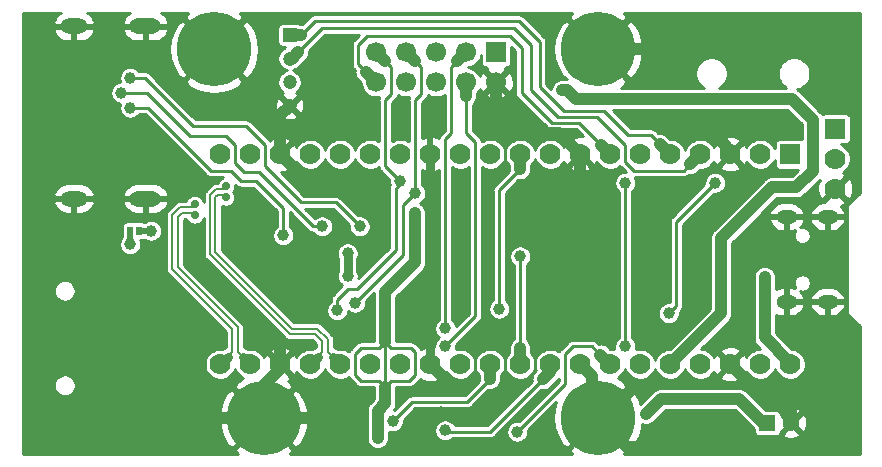
<source format=gbr>
%TF.GenerationSoftware,KiCad,Pcbnew,5.1.0-rc2-unknown-036be7d~80~ubuntu16.04.1*%
%TF.CreationDate,2022-03-09T08:52:48+02:00*%
%TF.ProjectId,RP2040-PICO-PC_rev_C,52503230-3430-42d5-9049-434f2d50435f,C*%
%TF.SameCoordinates,Original*%
%TF.FileFunction,Copper,L2,Bot*%
%TF.FilePolarity,Positive*%
%FSLAX46Y46*%
G04 Gerber Fmt 4.6, Leading zero omitted, Abs format (unit mm)*
G04 Created by KiCad (PCBNEW 5.1.0-rc2-unknown-036be7d~80~ubuntu16.04.1) date 2022-03-09 08:52:48*
%MOMM*%
%LPD*%
G04 APERTURE LIST*
%TA.AperFunction,ComponentPad*%
%ADD10C,1.778000*%
%TD*%
%TA.AperFunction,ComponentPad*%
%ADD11R,1.778000X1.778000*%
%TD*%
%TA.AperFunction,ComponentPad*%
%ADD12C,1.700000*%
%TD*%
%TA.AperFunction,ComponentPad*%
%ADD13R,1.700000X1.700000*%
%TD*%
%TA.AperFunction,ComponentPad*%
%ADD14R,1.200000X1.200000*%
%TD*%
%TA.AperFunction,ComponentPad*%
%ADD15C,1.200000*%
%TD*%
%TA.AperFunction,SMDPad,CuDef*%
%ADD16R,0.508000X0.762000*%
%TD*%
%TA.AperFunction,ComponentPad*%
%ADD17C,6.300000*%
%TD*%
%TA.AperFunction,ComponentPad*%
%ADD18C,1.400000*%
%TD*%
%TA.AperFunction,ComponentPad*%
%ADD19R,1.400000X1.400000*%
%TD*%
%TA.AperFunction,ComponentPad*%
%ADD20O,1.800000X1.200000*%
%TD*%
%TA.AperFunction,ComponentPad*%
%ADD21O,2.300000X1.300000*%
%TD*%
%TA.AperFunction,ComponentPad*%
%ADD22O,2.700000X1.300000*%
%TD*%
%TA.AperFunction,ViaPad*%
%ADD23C,1.000000*%
%TD*%
%TA.AperFunction,ViaPad*%
%ADD24C,0.700000*%
%TD*%
%TA.AperFunction,Conductor*%
%ADD25C,0.762000*%
%TD*%
%TA.AperFunction,Conductor*%
%ADD26C,0.254000*%
%TD*%
%TA.AperFunction,Conductor*%
%ADD27C,1.016000*%
%TD*%
%TA.AperFunction,Conductor*%
%ADD28C,0.889000*%
%TD*%
%TA.AperFunction,Conductor*%
%ADD29C,0.508000*%
%TD*%
%TA.AperFunction,Conductor*%
%ADD30C,0.203200*%
%TD*%
G04 APERTURE END LIST*
D10*
%TO.P,RP2040_PLATFORM1,34*%
%TO.N,/PWM_L*%
X168910000Y-131318000D03*
%TO.P,RP2040_PLATFORM1,8*%
%TO.N,GND*%
X166370000Y-113538000D03*
%TO.P,RP2040_PLATFORM1,33*%
X166370000Y-131318000D03*
%TO.P,RP2040_PLATFORM1,9*%
%TO.N,/SPI0_CLK*%
X163830000Y-113538000D03*
%TO.P,RP2040_PLATFORM1,10*%
%TO.N,/SPI0_MOSI*%
X161290000Y-113538000D03*
%TO.P,RP2040_PLATFORM1,31*%
%TO.N,/DVI_CEC*%
X161290000Y-131318000D03*
%TO.P,RP2040_PLATFORM1,39*%
%TO.N,/VSYS*%
X181610000Y-131318000D03*
%TO.P,RP2040_PLATFORM1,15*%
%TO.N,/I2C1A_SCL_33*%
X148590000Y-113538000D03*
%TO.P,RP2040_PLATFORM1,28*%
%TO.N,GND*%
X153670000Y-131318000D03*
%TO.P,RP2040_PLATFORM1,21*%
%TO.N,/PICO_D2-*%
X135890000Y-131318000D03*
%TO.P,RP2040_PLATFORM1,12*%
%TO.N,/I2C0_SCL*%
X156210000Y-113538000D03*
%TO.P,RP2040_PLATFORM1,7*%
%TO.N,/SPI0_CSn0*%
X168910000Y-113538000D03*
%TO.P,RP2040_PLATFORM1,2*%
%TO.N,/UART0_RX*%
X181610000Y-113538000D03*
D11*
%TO.P,RP2040_PLATFORM1,1*%
%TO.N,/UART0_TX*%
X184150000Y-113538000D03*
D10*
%TO.P,RP2040_PLATFORM1,23*%
%TO.N,GND*%
X140970000Y-131318000D03*
%TO.P,RP2040_PLATFORM1,26*%
%TO.N,/UART1_TX*%
X148590000Y-131318000D03*
%TO.P,RP2040_PLATFORM1,25*%
%TO.N,/PICO_D1+*%
X146050000Y-131318000D03*
%TO.P,RP2040_PLATFORM1,27*%
%TO.N,/UART1_RX*%
X151130000Y-131318000D03*
%TO.P,RP2040_PLATFORM1,37*%
%TO.N,Net-(RP2040_PLATFORM1-Pad37)*%
X176530000Y-131318000D03*
%TO.P,RP2040_PLATFORM1,22*%
%TO.N,/PICO_D2+*%
X138430000Y-131318000D03*
%TO.P,RP2040_PLATFORM1,32*%
%TO.N,/PWM_R*%
X163830000Y-131318000D03*
%TO.P,RP2040_PLATFORM1,19*%
%TO.N,/PICO_D0-*%
X138430000Y-113538000D03*
%TO.P,RP2040_PLATFORM1,18*%
%TO.N,GND*%
X140970000Y-113538000D03*
%TO.P,RP2040_PLATFORM1,13*%
X153670000Y-113538000D03*
%TO.P,RP2040_PLATFORM1,5*%
%TO.N,/I2C1_SCL*%
X173990000Y-113538000D03*
%TO.P,RP2040_PLATFORM1,35*%
%TO.N,Net-(RP2040_PLATFORM1-Pad35)*%
X171450000Y-131318000D03*
%TO.P,RP2040_PLATFORM1,20*%
%TO.N,/PICO_D0+*%
X135890000Y-113538000D03*
%TO.P,RP2040_PLATFORM1,14*%
%TO.N,/I2C1A_SDA_33*%
X151130000Y-113538000D03*
%TO.P,RP2040_PLATFORM1,40*%
%TO.N,+5V*%
X184150000Y-131318000D03*
%TO.P,RP2040_PLATFORM1,4*%
%TO.N,/I2C1_SDA*%
X176530000Y-113538000D03*
%TO.P,RP2040_PLATFORM1,6*%
%TO.N,/SPI0_MISO*%
X171450000Y-113538000D03*
%TO.P,RP2040_PLATFORM1,16*%
%TO.N,/PICO_CK-*%
X146050000Y-113538000D03*
%TO.P,RP2040_PLATFORM1,3*%
%TO.N,GND*%
X179070000Y-113538000D03*
%TO.P,RP2040_PLATFORM1,29*%
%TO.N,/SPI0_CSn1*%
X156210000Y-131318000D03*
%TO.P,RP2040_PLATFORM1,17*%
%TO.N,/PICO_CK+*%
X143510000Y-113538000D03*
%TO.P,RP2040_PLATFORM1,11*%
%TO.N,/I2C0_SDA*%
X158750000Y-113538000D03*
%TO.P,RP2040_PLATFORM1,30*%
%TO.N,/nRESET*%
X158750000Y-131318000D03*
%TO.P,RP2040_PLATFORM1,24*%
%TO.N,/PICO_D1-*%
X143510000Y-131318000D03*
%TO.P,RP2040_PLATFORM1,38*%
%TO.N,GND*%
X179070000Y-131318000D03*
%TO.P,RP2040_PLATFORM1,36*%
%TO.N,+3V3*%
X173990000Y-131318000D03*
%TD*%
D12*
%TO.P,UEXT1,10*%
%TO.N,/SPI0_CSn0*%
X149098000Y-107442000D03*
%TO.P,UEXT1,9*%
%TO.N,/SPI0_CLK*%
X149098000Y-104902000D03*
%TO.P,UEXT1,8*%
%TO.N,/SPI0_MOSI*%
X151638000Y-107442000D03*
%TO.P,UEXT1,7*%
%TO.N,/SPI0_MISO*%
X151638000Y-104902000D03*
%TO.P,UEXT1,6*%
%TO.N,/I2C0_SDA*%
X154178000Y-107442000D03*
%TO.P,UEXT1,5*%
%TO.N,/I2C0_SCL*%
X154178000Y-104902000D03*
%TO.P,UEXT1,4*%
%TO.N,/UART1_RX*%
X156718000Y-107442000D03*
%TO.P,UEXT1,3*%
%TO.N,/UART1_TX*%
X156718000Y-104902000D03*
%TO.P,UEXT1,2*%
%TO.N,GND*%
X159258000Y-107442000D03*
D13*
%TO.P,UEXT1,1*%
%TO.N,+3V3*%
X159258000Y-104902000D03*
%TD*%
D14*
%TO.P,CON2,1*%
%TO.N,/I2C1_SCL*%
X141774000Y-103426000D03*
D15*
%TO.P,CON2,2*%
%TO.N,/I2C1_SDA*%
X141774000Y-105426000D03*
%TO.P,CON2,3*%
%TO.N,+3V3*%
X141774000Y-107426000D03*
%TO.P,CON2,4*%
%TO.N,GND*%
X141774000Y-109426000D03*
%TD*%
D10*
%TO.P,DBG1,3*%
%TO.N,GND*%
X187960000Y-116459000D03*
%TO.P,DBG1,2*%
%TO.N,/UART0_RX*%
X187960000Y-113919000D03*
D11*
%TO.P,DBG1,1*%
%TO.N,/UART0_TX*%
X187960000Y-111379000D03*
%TD*%
D16*
%TO.P,5V_ENABLE1,2*%
%TO.N,Net-(5V_ENABLE1-Pad2)*%
X128270000Y-120015000D03*
%TO.P,5V_ENABLE1,1*%
%TO.N,+5V*%
X129032000Y-120015000D03*
%TD*%
D15*
%TO.P,MH3,GND1*%
%TO.N,GND*%
X165481000Y-104648000D03*
X170307000Y-104648000D03*
X169545000Y-106299000D03*
X166243000Y-106426000D03*
X169545000Y-102997000D03*
X166243000Y-102997000D03*
X167894000Y-107061000D03*
X167894000Y-102235000D03*
D17*
X167894000Y-104648000D03*
%TD*%
D18*
%TO.P,BAT_CON1,2*%
%TO.N,GND*%
X184261760Y-136288780D03*
D19*
%TO.P,BAT_CON1,1*%
%TO.N,+BATT*%
X182232300Y-136291320D03*
%TD*%
D20*
%TO.P,USB1,0*%
%TO.N,GND*%
X187321000Y-126028000D03*
X183851000Y-126028000D03*
X183851000Y-118828000D03*
X187321000Y-118828000D03*
%TD*%
D15*
%TO.P,MH1,GND1*%
%TO.N,GND*%
X132969000Y-104648000D03*
X137795000Y-104648000D03*
X137033000Y-106299000D03*
X133731000Y-106426000D03*
X137033000Y-102997000D03*
X133731000Y-102997000D03*
X135382000Y-107061000D03*
X135382000Y-102235000D03*
D17*
X135382000Y-104648000D03*
%TD*%
D15*
%TO.P,MH2,GND1*%
%TO.N,GND*%
X137160000Y-135890000D03*
X141986000Y-135890000D03*
X141224000Y-137541000D03*
X137922000Y-137668000D03*
X141224000Y-134239000D03*
X137922000Y-134239000D03*
X139573000Y-138303000D03*
X139573000Y-133477000D03*
D17*
X139573000Y-135890000D03*
%TD*%
D15*
%TO.P,MH4,GND1*%
%TO.N,GND*%
X165481000Y-135890000D03*
X170307000Y-135890000D03*
X169545000Y-137541000D03*
X166243000Y-137668000D03*
X169545000Y-134239000D03*
X166243000Y-134239000D03*
X167894000Y-138303000D03*
X167894000Y-133477000D03*
D17*
X167894000Y-135890000D03*
%TD*%
D21*
%TO.P,HDMI1,0*%
%TO.N,GND*%
X123518000Y-102682000D03*
X123518000Y-117282000D03*
D22*
X129568000Y-117282000D03*
X129568000Y-102682000D03*
%TD*%
D23*
%TO.N,GND*%
X157607000Y-136144000D03*
X171323000Y-138430000D03*
X176276000Y-126873000D03*
X162433000Y-129032000D03*
X157353000Y-129159000D03*
X145161000Y-108839000D03*
X158496000Y-120269000D03*
X165862000Y-121920000D03*
X126746000Y-132969000D03*
X128016000Y-137922000D03*
X122174000Y-128778000D03*
X123190000Y-110109000D03*
X123190000Y-114427000D03*
X155956000Y-133604000D03*
X148463000Y-110109000D03*
X156246340Y-138020393D03*
X137287000Y-126111000D03*
X174752000Y-112014000D03*
X182753000Y-104013000D03*
X184023000Y-104013000D03*
X182245000Y-121031000D03*
X182245000Y-119634000D03*
X189230000Y-131191000D03*
X176911000Y-135636000D03*
X144907000Y-136652000D03*
X162052000Y-138303000D03*
X160020000Y-132969000D03*
X154559000Y-135382000D03*
X131572000Y-125730000D03*
X127889000Y-114808000D03*
X128651000Y-112522000D03*
X127762000Y-110998000D03*
X151638000Y-126492000D03*
X156337000Y-120269000D03*
X151130000Y-110109000D03*
X176530000Y-120650000D03*
X153924000Y-121920000D03*
X153924000Y-120396000D03*
X132207000Y-107442000D03*
X131572000Y-128016000D03*
X137668000Y-118364000D03*
X120523000Y-112141000D03*
X120523000Y-107188000D03*
X123317000Y-105029000D03*
X120142000Y-123444000D03*
X127000000Y-123698000D03*
X120396000Y-133985000D03*
X120142000Y-138303000D03*
X131064000Y-134366000D03*
X146939000Y-138176000D03*
X187071000Y-122174000D03*
X189611000Y-108839000D03*
X189611000Y-105664000D03*
X144907000Y-104013000D03*
X139827000Y-101981000D03*
X163195000Y-102235000D03*
X178816000Y-102870000D03*
X180594000Y-106680000D03*
X186944000Y-107569000D03*
X163830000Y-121920000D03*
X173990000Y-116332000D03*
X164719000Y-115697000D03*
X180848000Y-116078000D03*
X168783000Y-120523000D03*
X149098000Y-121920000D03*
X149733000Y-120904000D03*
%TO.N,+5V*%
X181991000Y-123952000D03*
X181991000Y-125349000D03*
X146685000Y-121920000D03*
X146685000Y-123825000D03*
X130048000Y-120015000D03*
%TO.N,+BATT*%
X171958000Y-135509000D03*
%TO.N,+3V3*%
X178308000Y-125222000D03*
X149860000Y-125222000D03*
X149225000Y-137541000D03*
X178308000Y-126492000D03*
X152400000Y-118491000D03*
X164846000Y-108077000D03*
X165989000Y-108839000D03*
%TO.N,/nRESET*%
X150495000Y-136144000D03*
D24*
%TO.N,/PICO_D2-*%
X133731000Y-117760000D03*
%TO.N,/PICO_D1-*%
X136398000Y-116236000D03*
%TO.N,/PICO_D2+*%
X133731000Y-118714000D03*
%TO.N,/PICO_D1+*%
X136398000Y-117190000D03*
D23*
%TO.N,/UART1_TX*%
X154940000Y-128270000D03*
%TO.N,/UART1_RX*%
X154940000Y-129794000D03*
%TO.N,Net-(C3-Pad2)*%
X170180000Y-115951000D03*
X170180000Y-129794000D03*
%TO.N,Net-(C6-Pad2)*%
X177800000Y-115951000D03*
X173863000Y-127000000D03*
%TO.N,/DVI_CEC*%
X161290000Y-122174000D03*
%TO.N,/SPI0_MISO*%
X147320000Y-126111000D03*
X152400000Y-116840000D03*
%TO.N,/SPI0_CLK*%
X151130000Y-115824000D03*
X145796000Y-126746000D03*
%TO.N,/SPI0_MOSI*%
X159512000Y-126619000D03*
%TO.N,/PWM_R*%
X154940000Y-136906000D03*
%TO.N,/PWM_L*%
X161036000Y-137033000D03*
%TO.N,/I2C1A_SCL_5*%
X127508000Y-108331000D03*
X144526000Y-119634000D03*
%TO.N,/I2C1A_SDA_5*%
X128270000Y-107061000D03*
X147701000Y-119634000D03*
%TO.N,Net-(HDMI1-Pad13)*%
X141224000Y-120396000D03*
X128270000Y-109601000D03*
%TO.N,Net-(5V_ENABLE1-Pad2)*%
X128270000Y-121158000D03*
%TD*%
D25*
%TO.N,GND*%
X153670000Y-131318000D02*
X153670000Y-113538000D01*
D26*
X153670000Y-113538000D02*
X154305000Y-113538000D01*
D27*
X166370000Y-121412000D02*
X165862000Y-121920000D01*
X166370000Y-113538000D02*
X166370000Y-121412000D01*
X176022000Y-104648000D02*
X167894000Y-104648000D01*
X176657000Y-104013000D02*
X176022000Y-104648000D01*
X182753000Y-104013000D02*
X176657000Y-104013000D01*
D28*
X179070000Y-113157000D02*
X179070000Y-113538000D01*
X177673000Y-111760000D02*
X179070000Y-113157000D01*
X175006000Y-111760000D02*
X177673000Y-111760000D01*
X174752000Y-112014000D02*
X175006000Y-111760000D01*
D27*
X181864000Y-134112000D02*
X179070000Y-131318000D01*
X183515000Y-134112000D02*
X181864000Y-134112000D01*
X184261760Y-134858760D02*
X183515000Y-134112000D01*
X184261760Y-136288780D02*
X184261760Y-134858760D01*
X167894000Y-135890000D02*
X170307000Y-138303000D01*
X170307000Y-138303000D02*
X173736000Y-138303000D01*
X167894000Y-135890000D02*
X168275000Y-135890000D01*
X168275000Y-135890000D02*
X170942000Y-133223000D01*
X153670000Y-131318000D02*
X155956000Y-133604000D01*
D29*
X156464000Y-136144000D02*
X157607000Y-136144000D01*
X155702000Y-135382000D02*
X156464000Y-136144000D01*
X154559000Y-135382000D02*
X155702000Y-135382000D01*
D26*
X160020000Y-132969000D02*
X160020000Y-129921000D01*
X160020000Y-132969000D02*
X161417000Y-132969000D01*
X161417000Y-132969000D02*
X162560000Y-131826000D01*
X162560000Y-131826000D02*
X162560000Y-130429000D01*
X155956000Y-133604000D02*
X157480000Y-132080000D01*
X157480000Y-132080000D02*
X157480000Y-130556000D01*
D27*
X139573000Y-135890000D02*
X131826000Y-135890000D01*
X144145000Y-135890000D02*
X144907000Y-136652000D01*
X139573000Y-135890000D02*
X144145000Y-135890000D01*
X140970000Y-131699000D02*
X140970000Y-131318000D01*
X139573000Y-133096000D02*
X140970000Y-131699000D01*
X139573000Y-135890000D02*
X139573000Y-133096000D01*
X140970000Y-110236000D02*
X140970000Y-113538000D01*
X141774000Y-109432000D02*
X140970000Y-110236000D01*
X141774000Y-109426000D02*
X141774000Y-109432000D01*
X167386000Y-132334000D02*
X166370000Y-131318000D01*
X167386000Y-135382000D02*
X167386000Y-132334000D01*
X167894000Y-135890000D02*
X167386000Y-135382000D01*
D29*
X183851000Y-126028000D02*
X183851000Y-123997000D01*
X153670000Y-113538000D02*
X153670000Y-111379000D01*
D27*
X140970000Y-129794000D02*
X137287000Y-126111000D01*
X140970000Y-131318000D02*
X140970000Y-129794000D01*
X143129000Y-115697000D02*
X140970000Y-113538000D01*
X149098000Y-118618000D02*
X146177000Y-115697000D01*
X149098000Y-121920000D02*
X149098000Y-118618000D01*
X146177000Y-115697000D02*
X143129000Y-115697000D01*
X164592000Y-111760000D02*
X166370000Y-113538000D01*
X163068000Y-111760000D02*
X164592000Y-111760000D01*
X159258000Y-107442000D02*
X159258000Y-110236000D01*
X159258000Y-110236000D02*
X160020000Y-110998000D01*
X160020000Y-110998000D02*
X162306000Y-110998000D01*
X162306000Y-110998000D02*
X163068000Y-111760000D01*
D26*
X160020000Y-110998000D02*
X160020000Y-114554000D01*
D27*
%TO.N,+5V*%
X184150000Y-131191000D02*
X181991000Y-129032000D01*
X181991000Y-129032000D02*
X181991000Y-123952000D01*
X184150000Y-131318000D02*
X184150000Y-131191000D01*
D25*
X146685000Y-123825000D02*
X146685000Y-121920000D01*
D29*
X130048000Y-120015000D02*
X129032000Y-120015000D01*
D27*
%TO.N,+BATT*%
X181884320Y-136291320D02*
X182232300Y-136291320D01*
X179832000Y-134239000D02*
X181884320Y-136291320D01*
X173228000Y-134239000D02*
X179832000Y-134239000D01*
X171958000Y-135509000D02*
X173228000Y-134239000D01*
%TO.N,+3V3*%
X149860000Y-125222000D02*
X149860000Y-129413000D01*
X149225000Y-135255000D02*
X149860000Y-134620000D01*
X149225000Y-137541000D02*
X149225000Y-135255000D01*
D26*
X151892000Y-132715000D02*
X152400000Y-132207000D01*
X150368000Y-132715000D02*
X151892000Y-132715000D01*
X152019000Y-129921000D02*
X150368000Y-129921000D01*
X152400000Y-132207000D02*
X152400000Y-130302000D01*
X150368000Y-129921000D02*
X149860000Y-129413000D01*
X152400000Y-130302000D02*
X152019000Y-129921000D01*
X149860000Y-133223000D02*
X150368000Y-132715000D01*
X149352000Y-129921000D02*
X149860000Y-129413000D01*
X147828000Y-129921000D02*
X149352000Y-129921000D01*
X147320000Y-130429000D02*
X147828000Y-129921000D01*
X147320000Y-132207000D02*
X147320000Y-130429000D01*
X149860000Y-129413000D02*
X149860000Y-133223000D01*
X149860000Y-133223000D02*
X149352000Y-132715000D01*
X149352000Y-132715000D02*
X147828000Y-132715000D01*
X147828000Y-132715000D02*
X147320000Y-132207000D01*
D27*
X149860000Y-134620000D02*
X149860000Y-133223000D01*
X178308000Y-127000000D02*
X173990000Y-131318000D01*
X178308000Y-126492000D02*
X178308000Y-127000000D01*
X178308000Y-125222000D02*
X178308000Y-126492000D01*
X152400000Y-118491000D02*
X152400000Y-122682000D01*
X152400000Y-122682000D02*
X149860000Y-125222000D01*
X178308000Y-120650000D02*
X178308000Y-125222000D01*
X182626000Y-116332000D02*
X178308000Y-120650000D01*
X184658000Y-116332000D02*
X182626000Y-116332000D01*
X186055000Y-114935000D02*
X184658000Y-116332000D01*
X165227000Y-108077000D02*
X164846000Y-108077000D01*
X186055000Y-110617000D02*
X186055000Y-114935000D01*
X165989000Y-108839000D02*
X184277000Y-108839000D01*
X165989000Y-108839000D02*
X165227000Y-108077000D01*
X184277000Y-108839000D02*
X186055000Y-110617000D01*
%TO.N,/nRESET*%
X158750000Y-131318000D02*
X158750000Y-132575235D01*
D26*
X156832235Y-134493000D02*
X158750000Y-132575235D01*
X152146000Y-134493000D02*
X156832235Y-134493000D01*
X150495000Y-136144000D02*
X152146000Y-134493000D01*
D25*
%TO.N,/PICO_D2-*%
X135890000Y-131318000D02*
X136525000Y-130683000D01*
D30*
X136931400Y-130276600D02*
X136525000Y-130683000D01*
X136931400Y-128364690D02*
X136931400Y-130276600D01*
X131851400Y-123284690D02*
X136931400Y-128364690D01*
X131851400Y-118650310D02*
X131851400Y-123284690D01*
X132493310Y-118008400D02*
X131851400Y-118650310D01*
X133731000Y-117760000D02*
X133482600Y-118008400D01*
X133482600Y-118008400D02*
X132493310Y-118008400D01*
D25*
%TO.N,/PICO_D1-*%
X143510000Y-131318000D02*
X144145000Y-130683000D01*
D30*
X143923310Y-128752600D02*
X144551400Y-129380690D01*
X141764310Y-128752600D02*
X143923310Y-128752600D01*
X135026400Y-122014690D02*
X141764310Y-128752600D01*
X136398000Y-116236000D02*
X136149600Y-116484400D01*
X144551400Y-129380690D02*
X144551400Y-130276600D01*
X144551400Y-130276600D02*
X144145000Y-130683000D01*
X135541310Y-116484400D02*
X135026400Y-116999310D01*
X135026400Y-116999310D02*
X135026400Y-122014690D01*
X136149600Y-116484400D02*
X135541310Y-116484400D01*
D25*
%TO.N,/PICO_D2+*%
X138430000Y-131318000D02*
X137795000Y-130683000D01*
D30*
X133482600Y-118465600D02*
X132682690Y-118465600D01*
X133731000Y-118714000D02*
X133482600Y-118465600D01*
X137388600Y-128175310D02*
X137388600Y-130276600D01*
X137388600Y-130276600D02*
X137795000Y-130683000D01*
X132682690Y-118465600D02*
X132308600Y-118839690D01*
X132308600Y-118839690D02*
X132308600Y-123095310D01*
X132308600Y-123095310D02*
X137388600Y-128175310D01*
D25*
%TO.N,/PICO_D1+*%
X146050000Y-131318000D02*
X145415000Y-130683000D01*
D30*
X145008600Y-130276600D02*
X145415000Y-130683000D01*
X144112690Y-128295400D02*
X145008600Y-129191310D01*
X136398000Y-117190000D02*
X136149600Y-116941600D01*
X145008600Y-129191310D02*
X145008600Y-130276600D01*
X135730690Y-116941600D02*
X135483600Y-117188690D01*
X136149600Y-116941600D02*
X135730690Y-116941600D01*
X135483600Y-117188690D02*
X135483600Y-121825310D01*
X135483600Y-121825310D02*
X141953690Y-128295400D01*
X141953690Y-128295400D02*
X144112690Y-128295400D01*
D27*
%TO.N,/UART1_TX*%
X156718000Y-104902000D02*
X155956000Y-105664000D01*
D26*
X155448000Y-106172000D02*
X155956000Y-105664000D01*
X155448000Y-111760000D02*
X155448000Y-106172000D01*
X154940000Y-112268000D02*
X155448000Y-111760000D01*
X154940000Y-128270000D02*
X154940000Y-112268000D01*
D27*
%TO.N,/UART1_RX*%
X156718000Y-108585000D02*
X156718000Y-107442000D01*
D26*
X156718000Y-111760000D02*
X156718000Y-108585000D01*
X157480000Y-112522000D02*
X156718000Y-111760000D01*
X157480000Y-127254000D02*
X157480000Y-112522000D01*
X154940000Y-129794000D02*
X157480000Y-127254000D01*
D27*
%TO.N,/I2C1_SCL*%
X141774000Y-103426000D02*
X142700000Y-103426000D01*
X173990000Y-113538000D02*
X173101000Y-112649000D01*
D26*
X143891000Y-102235000D02*
X142700000Y-103426000D01*
X161163000Y-102235000D02*
X143891000Y-102235000D01*
X162941000Y-104013000D02*
X161163000Y-102235000D01*
X162941000Y-107823000D02*
X162941000Y-104013000D01*
X164973000Y-109855000D02*
X162941000Y-107823000D01*
X172339000Y-111887000D02*
X170434000Y-111887000D01*
X173101000Y-112649000D02*
X172339000Y-111887000D01*
X170434000Y-111887000D02*
X168402000Y-109855000D01*
X168402000Y-109855000D02*
X164973000Y-109855000D01*
%TO.N,Net-(C3-Pad2)*%
X170180000Y-129794000D02*
X170180000Y-115951000D01*
%TO.N,Net-(C6-Pad2)*%
X174498000Y-119253000D02*
X177800000Y-115951000D01*
X174498000Y-126365000D02*
X174498000Y-119253000D01*
X173863000Y-127000000D02*
X174498000Y-126365000D01*
D27*
%TO.N,/I2C1_SDA*%
X141970000Y-105426000D02*
X142494000Y-104902000D01*
X141774000Y-105426000D02*
X141970000Y-105426000D01*
X176530000Y-113538000D02*
X175704500Y-114363500D01*
D26*
X175133000Y-114935000D02*
X175704500Y-114363500D01*
X142494000Y-104902000D02*
X144526000Y-102870000D01*
X162179000Y-104267000D02*
X162179000Y-108077000D01*
X160782000Y-102870000D02*
X162179000Y-104267000D01*
X162179000Y-108077000D02*
X164465000Y-110363000D01*
X144526000Y-102870000D02*
X160782000Y-102870000D01*
X167767000Y-110363000D02*
X170180000Y-112776000D01*
X170180000Y-112776000D02*
X170180000Y-114173000D01*
X170180000Y-114173000D02*
X170942000Y-114935000D01*
X164465000Y-110363000D02*
X167767000Y-110363000D01*
X170942000Y-114935000D02*
X175133000Y-114935000D01*
D27*
%TO.N,/DVI_CEC*%
X161290000Y-131318000D02*
X161290000Y-129921000D01*
D26*
X161290000Y-127000000D02*
X161290000Y-129921000D01*
X161290000Y-122174000D02*
X161290000Y-127000000D01*
D27*
%TO.N,/SPI0_MISO*%
X151638000Y-104902000D02*
X152400000Y-105664000D01*
D26*
X152908000Y-108458000D02*
X152908000Y-106172000D01*
X152908000Y-106172000D02*
X152400000Y-105664000D01*
X152400000Y-108966000D02*
X152908000Y-108458000D01*
X152400000Y-116840000D02*
X152400000Y-108966000D01*
X151384000Y-122047000D02*
X147320000Y-126111000D01*
X151384000Y-117856000D02*
X151384000Y-122047000D01*
X152400000Y-116840000D02*
X151384000Y-117856000D01*
D27*
%TO.N,/SPI0_CLK*%
X149098000Y-104902000D02*
X149860000Y-105664000D01*
D26*
X149860000Y-108966000D02*
X150368000Y-108458000D01*
X149860000Y-114554000D02*
X149860000Y-108966000D01*
X151130000Y-115824000D02*
X149860000Y-114554000D01*
X150368000Y-108458000D02*
X150368000Y-106172000D01*
X150368000Y-106172000D02*
X149860000Y-105664000D01*
X145796000Y-126746000D02*
X145796000Y-125857000D01*
X146685000Y-124968000D02*
X147447000Y-124968000D01*
X145796000Y-125857000D02*
X146685000Y-124968000D01*
X147447000Y-124968000D02*
X150749000Y-121666000D01*
X151130000Y-116078000D02*
X150749000Y-116459000D01*
X151130000Y-115824000D02*
X151130000Y-116078000D01*
X150749000Y-121666000D02*
X150749000Y-116459000D01*
D27*
%TO.N,/SPI0_MOSI*%
X161290000Y-114808000D02*
X161290000Y-113538000D01*
D26*
X159512000Y-116586000D02*
X161290000Y-114808000D01*
X159512000Y-126619000D02*
X159512000Y-116586000D01*
%TO.N,/PWM_R*%
X155067000Y-137033000D02*
X158750000Y-137033000D01*
X154940000Y-136906000D02*
X155067000Y-137033000D01*
D27*
X163830000Y-131953000D02*
X163195000Y-132588000D01*
X163830000Y-131318000D02*
X163830000Y-131953000D01*
D26*
X158750000Y-137033000D02*
X163195000Y-132588000D01*
D27*
%TO.N,/SPI0_CSn0*%
X168910000Y-113538000D02*
X168148000Y-112776000D01*
X149098000Y-107442000D02*
X148209000Y-106553000D01*
D26*
X147574000Y-105918000D02*
X148209000Y-106553000D01*
X147574000Y-104267000D02*
X147574000Y-105918000D01*
X148336000Y-103505000D02*
X147574000Y-104267000D01*
X160401000Y-103505000D02*
X148336000Y-103505000D01*
X161417000Y-104521000D02*
X160401000Y-103505000D01*
X168148000Y-112776000D02*
X166243000Y-110871000D01*
X166243000Y-110871000D02*
X163957000Y-110871000D01*
X163957000Y-110871000D02*
X161417000Y-108331000D01*
X161417000Y-108331000D02*
X161417000Y-104521000D01*
D27*
%TO.N,/PWM_L*%
X168910000Y-131318000D02*
X168084500Y-130492500D01*
D26*
X167386000Y-129794000D02*
X168084500Y-130492500D01*
X161036000Y-137033000D02*
X165100000Y-132969000D01*
X165100000Y-132969000D02*
X165100000Y-130429000D01*
X165100000Y-130429000D02*
X165735000Y-129794000D01*
X165735000Y-129794000D02*
X167386000Y-129794000D01*
%TO.N,/I2C1A_SCL_5*%
X137922000Y-115062000D02*
X137160000Y-114300000D01*
X139192000Y-115062000D02*
X137922000Y-115062000D01*
X143764000Y-119634000D02*
X139192000Y-115062000D01*
X137160000Y-114300000D02*
X137160000Y-112776000D01*
X144526000Y-119634000D02*
X143764000Y-119634000D01*
X137160000Y-112776000D02*
X136398000Y-112014000D01*
X136398000Y-112014000D02*
X133350000Y-112014000D01*
X133350000Y-112014000D02*
X129667000Y-108331000D01*
X129667000Y-108331000D02*
X127508000Y-108331000D01*
%TO.N,/I2C1A_SDA_5*%
X139700000Y-114554000D02*
X139700000Y-112776000D01*
X139700000Y-112776000D02*
X138049000Y-111125000D01*
X129540000Y-107061000D02*
X128270000Y-107061000D01*
X142748000Y-117602000D02*
X139700000Y-114554000D01*
X145669000Y-117602000D02*
X142748000Y-117602000D01*
X147701000Y-119634000D02*
X145669000Y-117602000D01*
X138049000Y-111125000D02*
X133604000Y-111125000D01*
X133604000Y-111125000D02*
X129540000Y-107061000D01*
%TO.N,Net-(HDMI1-Pad13)*%
X135128000Y-114935000D02*
X129794000Y-109601000D01*
X129794000Y-109601000D02*
X128270000Y-109601000D01*
X136779000Y-114935000D02*
X135128000Y-114935000D01*
X141224000Y-120396000D02*
X141224000Y-118110000D01*
X141224000Y-118110000D02*
X138938000Y-115824000D01*
X138938000Y-115824000D02*
X137668000Y-115824000D01*
X137668000Y-115824000D02*
X136779000Y-114935000D01*
D29*
%TO.N,Net-(5V_ENABLE1-Pad2)*%
X128270000Y-120015000D02*
X128270000Y-121158000D01*
%TD*%
D26*
%TO.N,GND*%
G36*
X122198495Y-101684118D02*
G01*
X122019564Y-101863170D01*
X121879003Y-102073689D01*
X121782213Y-102307585D01*
X121774901Y-102356529D01*
X121898933Y-102555000D01*
X123391000Y-102555000D01*
X123391000Y-102535000D01*
X123645000Y-102535000D01*
X123645000Y-102555000D01*
X125137067Y-102555000D01*
X125261099Y-102356529D01*
X125253787Y-102307585D01*
X125156997Y-102073689D01*
X125016436Y-101863170D01*
X124837505Y-101684118D01*
X124650090Y-101558800D01*
X128235910Y-101558800D01*
X128048495Y-101684118D01*
X127869564Y-101863170D01*
X127729003Y-102073689D01*
X127632213Y-102307585D01*
X127624901Y-102356529D01*
X127748933Y-102555000D01*
X129441000Y-102555000D01*
X129441000Y-102535000D01*
X129695000Y-102535000D01*
X129695000Y-102555000D01*
X131387067Y-102555000D01*
X131511099Y-102356529D01*
X131503787Y-102307585D01*
X131406997Y-102073689D01*
X131266436Y-101863170D01*
X131087505Y-101684118D01*
X130900090Y-101558800D01*
X133206105Y-101558800D01*
X132896271Y-101982666D01*
X135382000Y-104468395D01*
X137867729Y-101982666D01*
X137557895Y-101558800D01*
X165718105Y-101558800D01*
X165408271Y-101982666D01*
X167894000Y-104468395D01*
X170379729Y-101982666D01*
X170069895Y-101558800D01*
X190041201Y-101558800D01*
X190041200Y-116852804D01*
X189134569Y-117677015D01*
X189102958Y-117702957D01*
X189076477Y-117735224D01*
X189048494Y-117766192D01*
X189041623Y-117777694D01*
X189033128Y-117788046D01*
X189013456Y-117824849D01*
X188992047Y-117860691D01*
X188987552Y-117873312D01*
X188981240Y-117885122D01*
X188969128Y-117925048D01*
X188955120Y-117964385D01*
X188953174Y-117977644D01*
X188949287Y-117990456D01*
X188945198Y-118031969D01*
X188939132Y-118073292D01*
X188941201Y-118114149D01*
X188941200Y-126785871D01*
X188939132Y-126826708D01*
X188945196Y-126868013D01*
X188949286Y-126909543D01*
X188953174Y-126922361D01*
X188955120Y-126935615D01*
X188969124Y-126974938D01*
X188981239Y-127014877D01*
X188987553Y-127026691D01*
X188992047Y-127039309D01*
X189013449Y-127075138D01*
X189033127Y-127111954D01*
X189041626Y-127122310D01*
X189048494Y-127133808D01*
X189076466Y-127164764D01*
X189102957Y-127197043D01*
X189134578Y-127222994D01*
X190041201Y-128047197D01*
X190041200Y-138941200D01*
X170097672Y-138941200D01*
X170379729Y-138555334D01*
X167894000Y-136069605D01*
X165408271Y-138555334D01*
X165690328Y-138941200D01*
X141776672Y-138941200D01*
X142058729Y-138555334D01*
X139573000Y-136069605D01*
X137087271Y-138555334D01*
X137369328Y-138941200D01*
X119158800Y-138941200D01*
X119158800Y-135867668D01*
X135769751Y-135867668D01*
X135838473Y-136610074D01*
X136050710Y-137324809D01*
X136398308Y-137984404D01*
X136423121Y-138021540D01*
X136907666Y-138375729D01*
X136967415Y-138315980D01*
X137072236Y-138338159D01*
X137742395Y-137668000D01*
X137728253Y-137653858D01*
X137907858Y-137474253D01*
X137922000Y-137488395D01*
X138592159Y-136818236D01*
X138569980Y-136713415D01*
X139393395Y-135890000D01*
X139752605Y-135890000D01*
X142238334Y-138375729D01*
X142722879Y-138021540D01*
X143078198Y-137366073D01*
X143298814Y-136653880D01*
X143376249Y-135912332D01*
X143307527Y-135169926D01*
X143095290Y-134455191D01*
X142747692Y-133795596D01*
X142722879Y-133758460D01*
X142238334Y-133404271D01*
X139752605Y-135890000D01*
X139393395Y-135890000D01*
X136907666Y-133404271D01*
X136423121Y-133758460D01*
X136067802Y-134413927D01*
X135847186Y-135126120D01*
X135769751Y-135867668D01*
X119158800Y-135867668D01*
X119158800Y-133004226D01*
X121801000Y-133004226D01*
X121801000Y-133187774D01*
X121836808Y-133367796D01*
X121907049Y-133537373D01*
X122009023Y-133689988D01*
X122138812Y-133819777D01*
X122291427Y-133921751D01*
X122461004Y-133991992D01*
X122641026Y-134027800D01*
X122824574Y-134027800D01*
X123004596Y-133991992D01*
X123174173Y-133921751D01*
X123326788Y-133819777D01*
X123456577Y-133689988D01*
X123558551Y-133537373D01*
X123628792Y-133367796D01*
X123664600Y-133187774D01*
X123664600Y-133004226D01*
X123628792Y-132824204D01*
X123558551Y-132654627D01*
X123456577Y-132502012D01*
X123326788Y-132372223D01*
X123174173Y-132270249D01*
X123004596Y-132200008D01*
X122824574Y-132164200D01*
X122641026Y-132164200D01*
X122461004Y-132200008D01*
X122291427Y-132270249D01*
X122138812Y-132372223D01*
X122009023Y-132502012D01*
X121907049Y-132654627D01*
X121836808Y-132824204D01*
X121801000Y-133004226D01*
X119158800Y-133004226D01*
X119158800Y-125003226D01*
X121801000Y-125003226D01*
X121801000Y-125186774D01*
X121836808Y-125366796D01*
X121907049Y-125536373D01*
X122009023Y-125688988D01*
X122138812Y-125818777D01*
X122291427Y-125920751D01*
X122461004Y-125990992D01*
X122641026Y-126026800D01*
X122824574Y-126026800D01*
X123004596Y-125990992D01*
X123174173Y-125920751D01*
X123326788Y-125818777D01*
X123456577Y-125688988D01*
X123558551Y-125536373D01*
X123628792Y-125366796D01*
X123664600Y-125186774D01*
X123664600Y-125003226D01*
X123628792Y-124823204D01*
X123558551Y-124653627D01*
X123456577Y-124501012D01*
X123326788Y-124371223D01*
X123174173Y-124269249D01*
X123004596Y-124199008D01*
X122824574Y-124163200D01*
X122641026Y-124163200D01*
X122461004Y-124199008D01*
X122291427Y-124269249D01*
X122138812Y-124371223D01*
X122009023Y-124501012D01*
X121907049Y-124653627D01*
X121836808Y-124823204D01*
X121801000Y-125003226D01*
X119158800Y-125003226D01*
X119158800Y-121066226D01*
X127338200Y-121066226D01*
X127338200Y-121249774D01*
X127374008Y-121429796D01*
X127444249Y-121599373D01*
X127546223Y-121751988D01*
X127676012Y-121881777D01*
X127828627Y-121983751D01*
X127998204Y-122053992D01*
X128178226Y-122089800D01*
X128361774Y-122089800D01*
X128541796Y-122053992D01*
X128711373Y-121983751D01*
X128863988Y-121881777D01*
X128993777Y-121751988D01*
X129095751Y-121599373D01*
X129165992Y-121429796D01*
X129201800Y-121249774D01*
X129201800Y-121066226D01*
X129165992Y-120886204D01*
X129142666Y-120829889D01*
X129286000Y-120829889D01*
X129370648Y-120821552D01*
X129452042Y-120796861D01*
X129501432Y-120770462D01*
X129606627Y-120840751D01*
X129776204Y-120910992D01*
X129956226Y-120946800D01*
X130139774Y-120946800D01*
X130319796Y-120910992D01*
X130489373Y-120840751D01*
X130641988Y-120738777D01*
X130771777Y-120608988D01*
X130873751Y-120456373D01*
X130943992Y-120286796D01*
X130979800Y-120106774D01*
X130979800Y-119923226D01*
X130943992Y-119743204D01*
X130873751Y-119573627D01*
X130771777Y-119421012D01*
X130641988Y-119291223D01*
X130489373Y-119189249D01*
X130319796Y-119119008D01*
X130139774Y-119083200D01*
X129956226Y-119083200D01*
X129776204Y-119119008D01*
X129606627Y-119189249D01*
X129501432Y-119259538D01*
X129452042Y-119233139D01*
X129370648Y-119208448D01*
X129286000Y-119200111D01*
X128778000Y-119200111D01*
X128693352Y-119208448D01*
X128651000Y-119221296D01*
X128608648Y-119208448D01*
X128524000Y-119200111D01*
X128016000Y-119200111D01*
X127931352Y-119208448D01*
X127849958Y-119233139D01*
X127774944Y-119273234D01*
X127709194Y-119327194D01*
X127655234Y-119392944D01*
X127615139Y-119467958D01*
X127590448Y-119549352D01*
X127582111Y-119634000D01*
X127582111Y-120396000D01*
X127584200Y-120417214D01*
X127584200Y-120526035D01*
X127546223Y-120564012D01*
X127444249Y-120716627D01*
X127374008Y-120886204D01*
X127338200Y-121066226D01*
X119158800Y-121066226D01*
X119158800Y-117607471D01*
X121774901Y-117607471D01*
X121782213Y-117656415D01*
X121879003Y-117890311D01*
X122019564Y-118100830D01*
X122198495Y-118279882D01*
X122408919Y-118420585D01*
X122642749Y-118517533D01*
X122891000Y-118567000D01*
X123391000Y-118567000D01*
X123391000Y-117409000D01*
X123645000Y-117409000D01*
X123645000Y-118567000D01*
X124145000Y-118567000D01*
X124393251Y-118517533D01*
X124627081Y-118420585D01*
X124837505Y-118279882D01*
X125016436Y-118100830D01*
X125156997Y-117890311D01*
X125253787Y-117656415D01*
X125261099Y-117607471D01*
X127624901Y-117607471D01*
X127632213Y-117656415D01*
X127729003Y-117890311D01*
X127869564Y-118100830D01*
X128048495Y-118279882D01*
X128258919Y-118420585D01*
X128492749Y-118517533D01*
X128741000Y-118567000D01*
X129441000Y-118567000D01*
X129441000Y-117409000D01*
X129695000Y-117409000D01*
X129695000Y-118567000D01*
X130395000Y-118567000D01*
X130643251Y-118517533D01*
X130877081Y-118420585D01*
X131087505Y-118279882D01*
X131266436Y-118100830D01*
X131406997Y-117890311D01*
X131503787Y-117656415D01*
X131511099Y-117607471D01*
X131387067Y-117409000D01*
X129695000Y-117409000D01*
X129441000Y-117409000D01*
X127748933Y-117409000D01*
X127624901Y-117607471D01*
X125261099Y-117607471D01*
X125137067Y-117409000D01*
X123645000Y-117409000D01*
X123391000Y-117409000D01*
X121898933Y-117409000D01*
X121774901Y-117607471D01*
X119158800Y-117607471D01*
X119158800Y-116956529D01*
X121774901Y-116956529D01*
X121898933Y-117155000D01*
X123391000Y-117155000D01*
X123391000Y-117135000D01*
X123645000Y-117135000D01*
X123645000Y-117155000D01*
X125137067Y-117155000D01*
X125261099Y-116956529D01*
X127624901Y-116956529D01*
X127748933Y-117155000D01*
X129441000Y-117155000D01*
X129441000Y-117135000D01*
X129695000Y-117135000D01*
X129695000Y-117155000D01*
X131387067Y-117155000D01*
X131511099Y-116956529D01*
X131503787Y-116907585D01*
X131406997Y-116673689D01*
X131266436Y-116463170D01*
X131087505Y-116284118D01*
X130877081Y-116143415D01*
X130643251Y-116046467D01*
X130395000Y-115997000D01*
X128741000Y-115997000D01*
X128492749Y-116046467D01*
X128258919Y-116143415D01*
X128048495Y-116284118D01*
X127869564Y-116463170D01*
X127729003Y-116673689D01*
X127632213Y-116907585D01*
X127624901Y-116956529D01*
X125261099Y-116956529D01*
X125253787Y-116907585D01*
X125156997Y-116673689D01*
X125016436Y-116463170D01*
X124837505Y-116284118D01*
X124627081Y-116143415D01*
X124393251Y-116046467D01*
X124145000Y-115997000D01*
X122891000Y-115997000D01*
X122642749Y-116046467D01*
X122408919Y-116143415D01*
X122198495Y-116284118D01*
X122019564Y-116463170D01*
X121879003Y-116673689D01*
X121782213Y-116907585D01*
X121774901Y-116956529D01*
X119158800Y-116956529D01*
X119158800Y-108239226D01*
X126576200Y-108239226D01*
X126576200Y-108422774D01*
X126612008Y-108602796D01*
X126682249Y-108772373D01*
X126784223Y-108924988D01*
X126914012Y-109054777D01*
X127066627Y-109156751D01*
X127236204Y-109226992D01*
X127402633Y-109260096D01*
X127374008Y-109329204D01*
X127338200Y-109509226D01*
X127338200Y-109692774D01*
X127374008Y-109872796D01*
X127444249Y-110042373D01*
X127546223Y-110194988D01*
X127676012Y-110324777D01*
X127828627Y-110426751D01*
X127998204Y-110496992D01*
X128178226Y-110532800D01*
X128361774Y-110532800D01*
X128541796Y-110496992D01*
X128711373Y-110426751D01*
X128863988Y-110324777D01*
X128993777Y-110194988D01*
X129017289Y-110159800D01*
X129562538Y-110159800D01*
X134713462Y-115310725D01*
X134730957Y-115332043D01*
X134816046Y-115401873D01*
X134913122Y-115453761D01*
X135018456Y-115485714D01*
X135100556Y-115493800D01*
X135100557Y-115493800D01*
X135127999Y-115496503D01*
X135155441Y-115493800D01*
X136146887Y-115493800D01*
X136027679Y-115543178D01*
X135899631Y-115628736D01*
X135790736Y-115737631D01*
X135705178Y-115865679D01*
X135669837Y-115951000D01*
X135567504Y-115951000D01*
X135541310Y-115948420D01*
X135515116Y-115951000D01*
X135515115Y-115951000D01*
X135436745Y-115958719D01*
X135336199Y-115989219D01*
X135243535Y-116038749D01*
X135162315Y-116105405D01*
X135145617Y-116125752D01*
X134667755Y-116603614D01*
X134647405Y-116620315D01*
X134580749Y-116701535D01*
X134531219Y-116794200D01*
X134500719Y-116894746D01*
X134493000Y-116973116D01*
X134493000Y-116973123D01*
X134490421Y-116999310D01*
X134493000Y-117025497D01*
X134493000Y-117583458D01*
X134482756Y-117531957D01*
X134423822Y-117389679D01*
X134338264Y-117261631D01*
X134229369Y-117152736D01*
X134101321Y-117067178D01*
X133959043Y-117008244D01*
X133808001Y-116978200D01*
X133653999Y-116978200D01*
X133502957Y-117008244D01*
X133360679Y-117067178D01*
X133232631Y-117152736D01*
X133123736Y-117261631D01*
X133038178Y-117389679D01*
X133002837Y-117475000D01*
X132519497Y-117475000D01*
X132493310Y-117472421D01*
X132467123Y-117475000D01*
X132467115Y-117475000D01*
X132388745Y-117482719D01*
X132288199Y-117513219D01*
X132195535Y-117562749D01*
X132114315Y-117629405D01*
X132097617Y-117649752D01*
X131492755Y-118254614D01*
X131472405Y-118271315D01*
X131405749Y-118352535D01*
X131356219Y-118445200D01*
X131325719Y-118545746D01*
X131318000Y-118624116D01*
X131318000Y-118624123D01*
X131315421Y-118650310D01*
X131318000Y-118676497D01*
X131318001Y-123258493D01*
X131315421Y-123284690D01*
X131325719Y-123389254D01*
X131356219Y-123489800D01*
X131390110Y-123553204D01*
X131405750Y-123582465D01*
X131412337Y-123590491D01*
X131455707Y-123643338D01*
X131455710Y-123643341D01*
X131472406Y-123663685D01*
X131492750Y-123680381D01*
X136398000Y-128585632D01*
X136398001Y-129878776D01*
X136365663Y-129881961D01*
X136212450Y-129928438D01*
X136071248Y-130003912D01*
X136067850Y-130006701D01*
X136020087Y-129997200D01*
X135759913Y-129997200D01*
X135504737Y-130047957D01*
X135264366Y-130147522D01*
X135048039Y-130292067D01*
X134864067Y-130476039D01*
X134719522Y-130692366D01*
X134619957Y-130932737D01*
X134569200Y-131187913D01*
X134569200Y-131448087D01*
X134619957Y-131703263D01*
X134719522Y-131943634D01*
X134864067Y-132159961D01*
X135048039Y-132343933D01*
X135264366Y-132488478D01*
X135504737Y-132588043D01*
X135759913Y-132638800D01*
X136020087Y-132638800D01*
X136275263Y-132588043D01*
X136515634Y-132488478D01*
X136731961Y-132343933D01*
X136915933Y-132159961D01*
X137060478Y-131943634D01*
X137160000Y-131703367D01*
X137259522Y-131943634D01*
X137404067Y-132159961D01*
X137588039Y-132343933D01*
X137804366Y-132488478D01*
X137862965Y-132512751D01*
X137478596Y-132715308D01*
X137441460Y-132740121D01*
X137087271Y-133224666D01*
X139573000Y-135710395D01*
X142058729Y-133224666D01*
X141704540Y-132740121D01*
X141629392Y-132699384D01*
X141764273Y-132627289D01*
X141846626Y-132374231D01*
X140970000Y-131497605D01*
X140955858Y-131511748D01*
X140776253Y-131332143D01*
X140790395Y-131318000D01*
X139913769Y-130441374D01*
X139660711Y-130523727D01*
X139588467Y-130674391D01*
X139455933Y-130476039D01*
X139271961Y-130292067D01*
X139226617Y-130261769D01*
X140093374Y-130261769D01*
X140970000Y-131138395D01*
X141846626Y-130261769D01*
X141764273Y-130008711D01*
X141493582Y-129878914D01*
X141202770Y-129804420D01*
X140903012Y-129788092D01*
X140605829Y-129830557D01*
X140322641Y-129930184D01*
X140175727Y-130008711D01*
X140093374Y-130261769D01*
X139226617Y-130261769D01*
X139055634Y-130147522D01*
X138815263Y-130047957D01*
X138560087Y-129997200D01*
X138299913Y-129997200D01*
X138252149Y-130006701D01*
X138248751Y-130003912D01*
X138107549Y-129928438D01*
X137954336Y-129881962D01*
X137922000Y-129878777D01*
X137922000Y-128201497D01*
X137924579Y-128175310D01*
X137922000Y-128149123D01*
X137922000Y-128149115D01*
X137914281Y-128070745D01*
X137883781Y-127970199D01*
X137834251Y-127877535D01*
X137767595Y-127796315D01*
X137747251Y-127779619D01*
X132842000Y-122874369D01*
X132842000Y-119060631D01*
X132903632Y-118999000D01*
X133002837Y-118999000D01*
X133038178Y-119084321D01*
X133123736Y-119212369D01*
X133232631Y-119321264D01*
X133360679Y-119406822D01*
X133502957Y-119465756D01*
X133653999Y-119495800D01*
X133808001Y-119495800D01*
X133959043Y-119465756D01*
X134101321Y-119406822D01*
X134229369Y-119321264D01*
X134338264Y-119212369D01*
X134423822Y-119084321D01*
X134482756Y-118942043D01*
X134493000Y-118890541D01*
X134493001Y-121988493D01*
X134490421Y-122014690D01*
X134500719Y-122119254D01*
X134531219Y-122219800D01*
X134574353Y-122300497D01*
X134580750Y-122312465D01*
X134587337Y-122320491D01*
X134630707Y-122373338D01*
X134630710Y-122373341D01*
X134647406Y-122393685D01*
X134667750Y-122410381D01*
X141368614Y-129111245D01*
X141385315Y-129131595D01*
X141466535Y-129198251D01*
X141559199Y-129247781D01*
X141659745Y-129278281D01*
X141738115Y-129286000D01*
X141738116Y-129286000D01*
X141764310Y-129288580D01*
X141790504Y-129286000D01*
X143702369Y-129286000D01*
X144018000Y-129601632D01*
X144018000Y-129878776D01*
X143985663Y-129881961D01*
X143832450Y-129928438D01*
X143691248Y-130003912D01*
X143687850Y-130006701D01*
X143640087Y-129997200D01*
X143379913Y-129997200D01*
X143124737Y-130047957D01*
X142884366Y-130147522D01*
X142668039Y-130292067D01*
X142484067Y-130476039D01*
X142356137Y-130667500D01*
X142279289Y-130523727D01*
X142026231Y-130441374D01*
X141149605Y-131318000D01*
X142026231Y-132194626D01*
X142279289Y-132112273D01*
X142351533Y-131961609D01*
X142484067Y-132159961D01*
X142668039Y-132343933D01*
X142884366Y-132488478D01*
X143124737Y-132588043D01*
X143379913Y-132638800D01*
X143640087Y-132638800D01*
X143895263Y-132588043D01*
X144135634Y-132488478D01*
X144351961Y-132343933D01*
X144535933Y-132159961D01*
X144680478Y-131943634D01*
X144780000Y-131703367D01*
X144879522Y-131943634D01*
X145024067Y-132159961D01*
X145208039Y-132343933D01*
X145424366Y-132488478D01*
X145664737Y-132588043D01*
X145919913Y-132638800D01*
X146180087Y-132638800D01*
X146435263Y-132588043D01*
X146675634Y-132488478D01*
X146796869Y-132407471D01*
X146801239Y-132421877D01*
X146853127Y-132518954D01*
X146922957Y-132604043D01*
X146944281Y-132621543D01*
X147413457Y-133090719D01*
X147430957Y-133112043D01*
X147516046Y-133181873D01*
X147613122Y-133233761D01*
X147718456Y-133265714D01*
X147800556Y-133273800D01*
X147800557Y-133273800D01*
X147827999Y-133276503D01*
X147855441Y-133273800D01*
X148920201Y-133273800D01*
X148920200Y-134230723D01*
X148593110Y-134557814D01*
X148557247Y-134587246D01*
X148527817Y-134623107D01*
X148439804Y-134730349D01*
X148352538Y-134893614D01*
X148298799Y-135070767D01*
X148280654Y-135255000D01*
X148285201Y-135301167D01*
X148285200Y-137587166D01*
X148298798Y-137725232D01*
X148352537Y-137902385D01*
X148439804Y-138065651D01*
X148557246Y-138208754D01*
X148700349Y-138326196D01*
X148863614Y-138413463D01*
X149040767Y-138467202D01*
X149225000Y-138485347D01*
X149409232Y-138467202D01*
X149586385Y-138413463D01*
X149749651Y-138326196D01*
X149892754Y-138208754D01*
X150010196Y-138065651D01*
X150097463Y-137902386D01*
X150151202Y-137725233D01*
X150164800Y-137587167D01*
X150164800Y-137015800D01*
X150223204Y-137039992D01*
X150403226Y-137075800D01*
X150586774Y-137075800D01*
X150766796Y-137039992D01*
X150936373Y-136969751D01*
X151088988Y-136867777D01*
X151218777Y-136737988D01*
X151320751Y-136585373D01*
X151390992Y-136415796D01*
X151426800Y-136235774D01*
X151426800Y-136052226D01*
X151418544Y-136010719D01*
X152377463Y-135051800D01*
X156804793Y-135051800D01*
X156832235Y-135054503D01*
X156859677Y-135051800D01*
X156859679Y-135051800D01*
X156941779Y-135043714D01*
X157047113Y-135011761D01*
X157144189Y-134959873D01*
X157229278Y-134890043D01*
X157246778Y-134868719D01*
X158609730Y-133505767D01*
X158750000Y-133519582D01*
X158934233Y-133501437D01*
X159111386Y-133447698D01*
X159274651Y-133360431D01*
X159417754Y-133242989D01*
X159535196Y-133099886D01*
X159622463Y-132936621D01*
X159676202Y-132759468D01*
X159689800Y-132621402D01*
X159689800Y-132246094D01*
X159775933Y-132159961D01*
X159920478Y-131943634D01*
X160020000Y-131703367D01*
X160119522Y-131943634D01*
X160264067Y-132159961D01*
X160448039Y-132343933D01*
X160664366Y-132488478D01*
X160904737Y-132588043D01*
X161159913Y-132638800D01*
X161420087Y-132638800D01*
X161675263Y-132588043D01*
X161915634Y-132488478D01*
X162131961Y-132343933D01*
X162315933Y-132159961D01*
X162460478Y-131943634D01*
X162560000Y-131703367D01*
X162615813Y-131838111D01*
X162497817Y-131956107D01*
X162409804Y-132063349D01*
X162322538Y-132226614D01*
X162268799Y-132403767D01*
X162250654Y-132588000D01*
X162264469Y-132728269D01*
X158518538Y-136474200D01*
X155769716Y-136474200D01*
X155765751Y-136464627D01*
X155663777Y-136312012D01*
X155533988Y-136182223D01*
X155381373Y-136080249D01*
X155211796Y-136010008D01*
X155031774Y-135974200D01*
X154848226Y-135974200D01*
X154668204Y-136010008D01*
X154498627Y-136080249D01*
X154346012Y-136182223D01*
X154216223Y-136312012D01*
X154114249Y-136464627D01*
X154044008Y-136634204D01*
X154008200Y-136814226D01*
X154008200Y-136997774D01*
X154044008Y-137177796D01*
X154114249Y-137347373D01*
X154216223Y-137499988D01*
X154346012Y-137629777D01*
X154498627Y-137731751D01*
X154668204Y-137801992D01*
X154848226Y-137837800D01*
X155031774Y-137837800D01*
X155211796Y-137801992D01*
X155381373Y-137731751D01*
X155533988Y-137629777D01*
X155571965Y-137591800D01*
X158722558Y-137591800D01*
X158750000Y-137594503D01*
X158777442Y-137591800D01*
X158777444Y-137591800D01*
X158859544Y-137583714D01*
X158964878Y-137551761D01*
X159061954Y-137499873D01*
X159147043Y-137430043D01*
X159164543Y-137408719D01*
X163054731Y-133518531D01*
X163195000Y-133532346D01*
X163379233Y-133514201D01*
X163556386Y-133460462D01*
X163719651Y-133373196D01*
X163826893Y-133285183D01*
X164461895Y-132650183D01*
X164497754Y-132620754D01*
X164537800Y-132571958D01*
X164541200Y-132567815D01*
X164541200Y-132737537D01*
X161169282Y-136109456D01*
X161127774Y-136101200D01*
X160944226Y-136101200D01*
X160764204Y-136137008D01*
X160594627Y-136207249D01*
X160442012Y-136309223D01*
X160312223Y-136439012D01*
X160210249Y-136591627D01*
X160140008Y-136761204D01*
X160104200Y-136941226D01*
X160104200Y-137124774D01*
X160140008Y-137304796D01*
X160210249Y-137474373D01*
X160312223Y-137626988D01*
X160442012Y-137756777D01*
X160594627Y-137858751D01*
X160764204Y-137928992D01*
X160944226Y-137964800D01*
X161127774Y-137964800D01*
X161307796Y-137928992D01*
X161477373Y-137858751D01*
X161629988Y-137756777D01*
X161759777Y-137626988D01*
X161861751Y-137474373D01*
X161931992Y-137304796D01*
X161967800Y-137124774D01*
X161967800Y-136941226D01*
X161959544Y-136899718D01*
X164363430Y-134495833D01*
X164168186Y-135126120D01*
X164090751Y-135867668D01*
X164159473Y-136610074D01*
X164371710Y-137324809D01*
X164719308Y-137984404D01*
X164744121Y-138021540D01*
X165228666Y-138375729D01*
X165288415Y-138315980D01*
X165393236Y-138338159D01*
X166063395Y-137668000D01*
X166049253Y-137653858D01*
X166228858Y-137474253D01*
X166243000Y-137488395D01*
X166913159Y-136818236D01*
X166890980Y-136713415D01*
X167714395Y-135890000D01*
X168073605Y-135890000D01*
X170559334Y-138375729D01*
X171043879Y-138021540D01*
X171399198Y-137366073D01*
X171619814Y-136653880D01*
X171646675Y-136396648D01*
X171773767Y-136435201D01*
X171958000Y-136453346D01*
X172142233Y-136435201D01*
X172319386Y-136381462D01*
X172482651Y-136294196D01*
X172589893Y-136206183D01*
X173617278Y-135178800D01*
X179442724Y-135178800D01*
X181098411Y-136834489D01*
X181098411Y-136991320D01*
X181106748Y-137075968D01*
X181131439Y-137157362D01*
X181171534Y-137232376D01*
X181225494Y-137298126D01*
X181291244Y-137352086D01*
X181366258Y-137392181D01*
X181447652Y-137416872D01*
X181532300Y-137425209D01*
X182932300Y-137425209D01*
X183016948Y-137416872D01*
X183098342Y-137392181D01*
X183173356Y-137352086D01*
X183239106Y-137298126D01*
X183293066Y-137232376D01*
X183304999Y-137210049D01*
X183520096Y-137210049D01*
X183579557Y-137443817D01*
X183818002Y-137554714D01*
X184073500Y-137616963D01*
X184336233Y-137628170D01*
X184596104Y-137587905D01*
X184843126Y-137497715D01*
X184943963Y-137443817D01*
X185003424Y-137210049D01*
X184261760Y-136468385D01*
X183520096Y-137210049D01*
X183304999Y-137210049D01*
X183333161Y-137157362D01*
X183357852Y-137075968D01*
X183364722Y-137006213D01*
X184082155Y-136288780D01*
X184441365Y-136288780D01*
X185183029Y-137030444D01*
X185416797Y-136970983D01*
X185527694Y-136732538D01*
X185589943Y-136477040D01*
X185601150Y-136214307D01*
X185560885Y-135954436D01*
X185470695Y-135707414D01*
X185416797Y-135606577D01*
X185183029Y-135547116D01*
X184441365Y-136288780D01*
X184082155Y-136288780D01*
X183364167Y-135570792D01*
X183357852Y-135506672D01*
X183333161Y-135425278D01*
X183302285Y-135367511D01*
X183520096Y-135367511D01*
X184261760Y-136109175D01*
X185003424Y-135367511D01*
X184943963Y-135133743D01*
X184705518Y-135022846D01*
X184450020Y-134960597D01*
X184187287Y-134949390D01*
X183927416Y-134989655D01*
X183680394Y-135079845D01*
X183579557Y-135133743D01*
X183520096Y-135367511D01*
X183302285Y-135367511D01*
X183293066Y-135350264D01*
X183239106Y-135284514D01*
X183173356Y-135230554D01*
X183098342Y-135190459D01*
X183016948Y-135165768D01*
X182932300Y-135157431D01*
X182079509Y-135157431D01*
X180529191Y-133607115D01*
X180499754Y-133571246D01*
X180356651Y-133453804D01*
X180193386Y-133366537D01*
X180016233Y-133312798D01*
X179878167Y-133299200D01*
X179878157Y-133299200D01*
X179832000Y-133294654D01*
X179785843Y-133299200D01*
X173274156Y-133299200D01*
X173227999Y-133294654D01*
X173181842Y-133299200D01*
X173181833Y-133299200D01*
X173043767Y-133312798D01*
X172866614Y-133366537D01*
X172703349Y-133453804D01*
X172703347Y-133453805D01*
X172703348Y-133453805D01*
X172607646Y-133532346D01*
X172560246Y-133571246D01*
X172530818Y-133607105D01*
X171477294Y-134660630D01*
X171416290Y-134455191D01*
X171068692Y-133795596D01*
X171043879Y-133758460D01*
X170559334Y-133404271D01*
X168073605Y-135890000D01*
X167714395Y-135890000D01*
X167700253Y-135875858D01*
X167879858Y-135696253D01*
X167894000Y-135710395D01*
X170379729Y-133224666D01*
X170025540Y-132740121D01*
X169547142Y-132480789D01*
X169751961Y-132343933D01*
X169935933Y-132159961D01*
X170080478Y-131943634D01*
X170180000Y-131703367D01*
X170279522Y-131943634D01*
X170424067Y-132159961D01*
X170608039Y-132343933D01*
X170824366Y-132488478D01*
X171064737Y-132588043D01*
X171319913Y-132638800D01*
X171580087Y-132638800D01*
X171835263Y-132588043D01*
X172075634Y-132488478D01*
X172291961Y-132343933D01*
X172475933Y-132159961D01*
X172620478Y-131943634D01*
X172720000Y-131703367D01*
X172819522Y-131943634D01*
X172964067Y-132159961D01*
X173148039Y-132343933D01*
X173364366Y-132488478D01*
X173604737Y-132588043D01*
X173859913Y-132638800D01*
X174120087Y-132638800D01*
X174375263Y-132588043D01*
X174615634Y-132488478D01*
X174831961Y-132343933D01*
X175015933Y-132159961D01*
X175160478Y-131943634D01*
X175260000Y-131703367D01*
X175359522Y-131943634D01*
X175504067Y-132159961D01*
X175688039Y-132343933D01*
X175904366Y-132488478D01*
X176144737Y-132588043D01*
X176399913Y-132638800D01*
X176660087Y-132638800D01*
X176915263Y-132588043D01*
X177155634Y-132488478D01*
X177326616Y-132374231D01*
X178193374Y-132374231D01*
X178275727Y-132627289D01*
X178546418Y-132757086D01*
X178837230Y-132831580D01*
X179136988Y-132847908D01*
X179434171Y-132805443D01*
X179717359Y-132705816D01*
X179864273Y-132627289D01*
X179946626Y-132374231D01*
X179070000Y-131497605D01*
X178193374Y-132374231D01*
X177326616Y-132374231D01*
X177371961Y-132343933D01*
X177555933Y-132159961D01*
X177683863Y-131968500D01*
X177760711Y-132112273D01*
X178013769Y-132194626D01*
X178890395Y-131318000D01*
X179249605Y-131318000D01*
X180126231Y-132194626D01*
X180379289Y-132112273D01*
X180451533Y-131961609D01*
X180584067Y-132159961D01*
X180768039Y-132343933D01*
X180984366Y-132488478D01*
X181224737Y-132588043D01*
X181479913Y-132638800D01*
X181740087Y-132638800D01*
X181995263Y-132588043D01*
X182235634Y-132488478D01*
X182451961Y-132343933D01*
X182635933Y-132159961D01*
X182780478Y-131943634D01*
X182880000Y-131703367D01*
X182979522Y-131943634D01*
X183124067Y-132159961D01*
X183308039Y-132343933D01*
X183524366Y-132488478D01*
X183764737Y-132588043D01*
X184019913Y-132638800D01*
X184280087Y-132638800D01*
X184535263Y-132588043D01*
X184775634Y-132488478D01*
X184991961Y-132343933D01*
X185175933Y-132159961D01*
X185320478Y-131943634D01*
X185420043Y-131703263D01*
X185470800Y-131448087D01*
X185470800Y-131187913D01*
X185420043Y-130932737D01*
X185320478Y-130692366D01*
X185175933Y-130476039D01*
X184991961Y-130292067D01*
X184775634Y-130147522D01*
X184535263Y-130047957D01*
X184286566Y-129998489D01*
X182930800Y-128642724D01*
X182930800Y-127099986D01*
X182961054Y-127120390D01*
X183185504Y-127214493D01*
X183424000Y-127263000D01*
X183724000Y-127263000D01*
X183724000Y-126155000D01*
X183978000Y-126155000D01*
X183978000Y-127263000D01*
X184278000Y-127263000D01*
X184516496Y-127214493D01*
X184740946Y-127120390D01*
X184942725Y-126984307D01*
X185114078Y-126811474D01*
X185248421Y-126608533D01*
X185340591Y-126383282D01*
X185344462Y-126345609D01*
X185827538Y-126345609D01*
X185831409Y-126383282D01*
X185923579Y-126608533D01*
X186057922Y-126811474D01*
X186229275Y-126984307D01*
X186431054Y-127120390D01*
X186655504Y-127214493D01*
X186894000Y-127263000D01*
X187194000Y-127263000D01*
X187194000Y-126155000D01*
X187448000Y-126155000D01*
X187448000Y-127263000D01*
X187748000Y-127263000D01*
X187986496Y-127214493D01*
X188210946Y-127120390D01*
X188412725Y-126984307D01*
X188584078Y-126811474D01*
X188718421Y-126608533D01*
X188810591Y-126383282D01*
X188814462Y-126345609D01*
X188689731Y-126155000D01*
X187448000Y-126155000D01*
X187194000Y-126155000D01*
X185952269Y-126155000D01*
X185827538Y-126345609D01*
X185344462Y-126345609D01*
X185219731Y-126155000D01*
X183978000Y-126155000D01*
X183724000Y-126155000D01*
X183704000Y-126155000D01*
X183704000Y-125901000D01*
X183724000Y-125901000D01*
X183724000Y-125881000D01*
X183978000Y-125881000D01*
X183978000Y-125901000D01*
X185219731Y-125901000D01*
X185344462Y-125710391D01*
X185827538Y-125710391D01*
X185952269Y-125901000D01*
X187194000Y-125901000D01*
X187194000Y-125881000D01*
X187448000Y-125881000D01*
X187448000Y-125901000D01*
X188689731Y-125901000D01*
X188814462Y-125710391D01*
X188810591Y-125672718D01*
X188718421Y-125447467D01*
X188584078Y-125244526D01*
X188412725Y-125071693D01*
X188210946Y-124935610D01*
X187986496Y-124841507D01*
X187748000Y-124793000D01*
X186894000Y-124793000D01*
X186655504Y-124841507D01*
X186431054Y-124935610D01*
X186229275Y-125071693D01*
X186057922Y-125244526D01*
X185923579Y-125447467D01*
X185831409Y-125672718D01*
X185827538Y-125710391D01*
X185344462Y-125710391D01*
X185340591Y-125672718D01*
X185248421Y-125447467D01*
X185114078Y-125244526D01*
X185013165Y-125142741D01*
X185098924Y-125159800D01*
X185243076Y-125159800D01*
X185384458Y-125131677D01*
X185517637Y-125076513D01*
X185637495Y-124996426D01*
X185739426Y-124894495D01*
X185819513Y-124774637D01*
X185874677Y-124641458D01*
X185902800Y-124500076D01*
X185902800Y-124355924D01*
X185874677Y-124214542D01*
X185819513Y-124081363D01*
X185739426Y-123961505D01*
X185637495Y-123859574D01*
X185517637Y-123779487D01*
X185384458Y-123724323D01*
X185243076Y-123696200D01*
X185098924Y-123696200D01*
X184957542Y-123724323D01*
X184824363Y-123779487D01*
X184704505Y-123859574D01*
X184602574Y-123961505D01*
X184522487Y-124081363D01*
X184467323Y-124214542D01*
X184439200Y-124355924D01*
X184439200Y-124500076D01*
X184467323Y-124641458D01*
X184522487Y-124774637D01*
X184586888Y-124871020D01*
X184516496Y-124841507D01*
X184278000Y-124793000D01*
X183424000Y-124793000D01*
X183185504Y-124841507D01*
X182961054Y-124935610D01*
X182930800Y-124956014D01*
X182930800Y-123905833D01*
X182917202Y-123767767D01*
X182863463Y-123590614D01*
X182776196Y-123427349D01*
X182658754Y-123284246D01*
X182515651Y-123166804D01*
X182352386Y-123079537D01*
X182175233Y-123025798D01*
X181991000Y-123007653D01*
X181806768Y-123025798D01*
X181629615Y-123079537D01*
X181466350Y-123166804D01*
X181323247Y-123284246D01*
X181205805Y-123427349D01*
X181118538Y-123590614D01*
X181064799Y-123767767D01*
X181051201Y-123905833D01*
X181051200Y-128985843D01*
X181046654Y-129032000D01*
X181051200Y-129078157D01*
X181051200Y-129078166D01*
X181064798Y-129216232D01*
X181118537Y-129393385D01*
X181205804Y-129556651D01*
X181323246Y-129699754D01*
X181359115Y-129729191D01*
X181627124Y-129997200D01*
X181479913Y-129997200D01*
X181224737Y-130047957D01*
X180984366Y-130147522D01*
X180768039Y-130292067D01*
X180584067Y-130476039D01*
X180456137Y-130667500D01*
X180379289Y-130523727D01*
X180126231Y-130441374D01*
X179249605Y-131318000D01*
X178890395Y-131318000D01*
X178013769Y-130441374D01*
X177760711Y-130523727D01*
X177688467Y-130674391D01*
X177555933Y-130476039D01*
X177371961Y-130292067D01*
X177326617Y-130261769D01*
X178193374Y-130261769D01*
X179070000Y-131138395D01*
X179946626Y-130261769D01*
X179864273Y-130008711D01*
X179593582Y-129878914D01*
X179302770Y-129804420D01*
X179003012Y-129788092D01*
X178705829Y-129830557D01*
X178422641Y-129930184D01*
X178275727Y-130008711D01*
X178193374Y-130261769D01*
X177326617Y-130261769D01*
X177155634Y-130147522D01*
X176915263Y-130047957D01*
X176660087Y-129997200D01*
X176639877Y-129997200D01*
X178939896Y-127697182D01*
X178975754Y-127667754D01*
X179006963Y-127629726D01*
X179093196Y-127524652D01*
X179161404Y-127397042D01*
X179180463Y-127361386D01*
X179234202Y-127184233D01*
X179247800Y-127046167D01*
X179247800Y-127046158D01*
X179252346Y-127000001D01*
X179247800Y-126953844D01*
X179247800Y-121039276D01*
X181141468Y-119145609D01*
X182357538Y-119145609D01*
X182361409Y-119183282D01*
X182453579Y-119408533D01*
X182587922Y-119611474D01*
X182759275Y-119784307D01*
X182961054Y-119920390D01*
X183185504Y-120014493D01*
X183424000Y-120063000D01*
X183724000Y-120063000D01*
X183724000Y-118955000D01*
X183978000Y-118955000D01*
X183978000Y-120063000D01*
X184278000Y-120063000D01*
X184516496Y-120014493D01*
X184586888Y-119984980D01*
X184522487Y-120081363D01*
X184467323Y-120214542D01*
X184439200Y-120355924D01*
X184439200Y-120500076D01*
X184467323Y-120641458D01*
X184522487Y-120774637D01*
X184602574Y-120894495D01*
X184704505Y-120996426D01*
X184824363Y-121076513D01*
X184957542Y-121131677D01*
X185098924Y-121159800D01*
X185243076Y-121159800D01*
X185384458Y-121131677D01*
X185517637Y-121076513D01*
X185637495Y-120996426D01*
X185739426Y-120894495D01*
X185819513Y-120774637D01*
X185874677Y-120641458D01*
X185902800Y-120500076D01*
X185902800Y-120355924D01*
X185874677Y-120214542D01*
X185819513Y-120081363D01*
X185739426Y-119961505D01*
X185637495Y-119859574D01*
X185517637Y-119779487D01*
X185384458Y-119724323D01*
X185243076Y-119696200D01*
X185098924Y-119696200D01*
X185013165Y-119713259D01*
X185114078Y-119611474D01*
X185248421Y-119408533D01*
X185340591Y-119183282D01*
X185344462Y-119145609D01*
X185827538Y-119145609D01*
X185831409Y-119183282D01*
X185923579Y-119408533D01*
X186057922Y-119611474D01*
X186229275Y-119784307D01*
X186431054Y-119920390D01*
X186655504Y-120014493D01*
X186894000Y-120063000D01*
X187194000Y-120063000D01*
X187194000Y-118955000D01*
X187448000Y-118955000D01*
X187448000Y-120063000D01*
X187748000Y-120063000D01*
X187986496Y-120014493D01*
X188210946Y-119920390D01*
X188412725Y-119784307D01*
X188584078Y-119611474D01*
X188718421Y-119408533D01*
X188810591Y-119183282D01*
X188814462Y-119145609D01*
X188689731Y-118955000D01*
X187448000Y-118955000D01*
X187194000Y-118955000D01*
X185952269Y-118955000D01*
X185827538Y-119145609D01*
X185344462Y-119145609D01*
X185219731Y-118955000D01*
X183978000Y-118955000D01*
X183724000Y-118955000D01*
X182482269Y-118955000D01*
X182357538Y-119145609D01*
X181141468Y-119145609D01*
X181776686Y-118510391D01*
X182357538Y-118510391D01*
X182482269Y-118701000D01*
X183724000Y-118701000D01*
X183724000Y-118681000D01*
X183978000Y-118681000D01*
X183978000Y-118701000D01*
X185219731Y-118701000D01*
X185344462Y-118510391D01*
X185827538Y-118510391D01*
X185952269Y-118701000D01*
X187194000Y-118701000D01*
X187194000Y-118681000D01*
X187448000Y-118681000D01*
X187448000Y-118701000D01*
X188689731Y-118701000D01*
X188814462Y-118510391D01*
X188810591Y-118472718D01*
X188718421Y-118247467D01*
X188584078Y-118044526D01*
X188444771Y-117904015D01*
X188607359Y-117846816D01*
X188754273Y-117768289D01*
X188836626Y-117515231D01*
X187960000Y-116638605D01*
X187083374Y-117515231D01*
X187108682Y-117593000D01*
X186894000Y-117593000D01*
X186655504Y-117641507D01*
X186431054Y-117735610D01*
X186229275Y-117871693D01*
X186057922Y-118044526D01*
X185923579Y-118247467D01*
X185831409Y-118472718D01*
X185827538Y-118510391D01*
X185344462Y-118510391D01*
X185340591Y-118472718D01*
X185248421Y-118247467D01*
X185114078Y-118044526D01*
X184942725Y-117871693D01*
X184740946Y-117735610D01*
X184516496Y-117641507D01*
X184278000Y-117593000D01*
X183424000Y-117593000D01*
X183185504Y-117641507D01*
X182961054Y-117735610D01*
X182759275Y-117871693D01*
X182587922Y-118044526D01*
X182453579Y-118247467D01*
X182361409Y-118472718D01*
X182357538Y-118510391D01*
X181776686Y-118510391D01*
X183015278Y-117271800D01*
X184611843Y-117271800D01*
X184658000Y-117276346D01*
X184704157Y-117271800D01*
X184704167Y-117271800D01*
X184842233Y-117258202D01*
X185019386Y-117204463D01*
X185182651Y-117117196D01*
X185325754Y-116999754D01*
X185355191Y-116963885D01*
X186647358Y-115671720D01*
X186520914Y-115935418D01*
X186446420Y-116226230D01*
X186430092Y-116525988D01*
X186472557Y-116823171D01*
X186572184Y-117106359D01*
X186650711Y-117253273D01*
X186903769Y-117335626D01*
X187780395Y-116459000D01*
X188139605Y-116459000D01*
X189016231Y-117335626D01*
X189269289Y-117253273D01*
X189399086Y-116982582D01*
X189473580Y-116691770D01*
X189489908Y-116392012D01*
X189447443Y-116094829D01*
X189347816Y-115811641D01*
X189269289Y-115664727D01*
X189016231Y-115582374D01*
X188139605Y-116459000D01*
X187780395Y-116459000D01*
X187766253Y-116444858D01*
X187945858Y-116265253D01*
X187960000Y-116279395D01*
X188836626Y-115402769D01*
X188754273Y-115149711D01*
X188603609Y-115077467D01*
X188801961Y-114944933D01*
X188985933Y-114760961D01*
X189130478Y-114544634D01*
X189230043Y-114304263D01*
X189280800Y-114049087D01*
X189280800Y-113788913D01*
X189230043Y-113533737D01*
X189130478Y-113293366D01*
X188985933Y-113077039D01*
X188801961Y-112893067D01*
X188585634Y-112748522D01*
X188473052Y-112701889D01*
X188849000Y-112701889D01*
X188933648Y-112693552D01*
X189015042Y-112668861D01*
X189090056Y-112628766D01*
X189155806Y-112574806D01*
X189209766Y-112509056D01*
X189249861Y-112434042D01*
X189274552Y-112352648D01*
X189282889Y-112268000D01*
X189282889Y-110490000D01*
X189274552Y-110405352D01*
X189249861Y-110323958D01*
X189209766Y-110248944D01*
X189155806Y-110183194D01*
X189090056Y-110129234D01*
X189015042Y-110089139D01*
X188933648Y-110064448D01*
X188849000Y-110056111D01*
X187071000Y-110056111D01*
X186986352Y-110064448D01*
X186904958Y-110089139D01*
X186853253Y-110116775D01*
X186840196Y-110092348D01*
X186752184Y-109985106D01*
X186752182Y-109985104D01*
X186722754Y-109949246D01*
X186686896Y-109919818D01*
X184974191Y-108207115D01*
X184944754Y-108171246D01*
X184801651Y-108053804D01*
X184763042Y-108033167D01*
X184886056Y-108008698D01*
X185137528Y-107904535D01*
X185363846Y-107753314D01*
X185556314Y-107560846D01*
X185707535Y-107334528D01*
X185811698Y-107083056D01*
X185864800Y-106816095D01*
X185864800Y-106543905D01*
X185811698Y-106276944D01*
X185707535Y-106025472D01*
X185556314Y-105799154D01*
X185363846Y-105606686D01*
X185137528Y-105455465D01*
X184886056Y-105351302D01*
X184619095Y-105298200D01*
X184346905Y-105298200D01*
X184079944Y-105351302D01*
X183828472Y-105455465D01*
X183602154Y-105606686D01*
X183409686Y-105799154D01*
X183258465Y-106025472D01*
X183154302Y-106276944D01*
X183101200Y-106543905D01*
X183101200Y-106816095D01*
X183154302Y-107083056D01*
X183258465Y-107334528D01*
X183409686Y-107560846D01*
X183602154Y-107753314D01*
X183820488Y-107899200D01*
X178145512Y-107899200D01*
X178363846Y-107753314D01*
X178556314Y-107560846D01*
X178707535Y-107334528D01*
X178811698Y-107083056D01*
X178864800Y-106816095D01*
X178864800Y-106543905D01*
X178811698Y-106276944D01*
X178707535Y-106025472D01*
X178556314Y-105799154D01*
X178363846Y-105606686D01*
X178137528Y-105455465D01*
X177886056Y-105351302D01*
X177619095Y-105298200D01*
X177346905Y-105298200D01*
X177079944Y-105351302D01*
X176828472Y-105455465D01*
X176602154Y-105606686D01*
X176409686Y-105799154D01*
X176258465Y-106025472D01*
X176154302Y-106276944D01*
X176101200Y-106543905D01*
X176101200Y-106816095D01*
X176154302Y-107083056D01*
X176258465Y-107334528D01*
X176409686Y-107560846D01*
X176602154Y-107753314D01*
X176820488Y-107899200D01*
X169843224Y-107899200D01*
X169988404Y-107822692D01*
X170025540Y-107797879D01*
X170379729Y-107313334D01*
X167894000Y-104827605D01*
X167879858Y-104841748D01*
X167700253Y-104662143D01*
X167714395Y-104648000D01*
X168073605Y-104648000D01*
X170559334Y-107133729D01*
X171043879Y-106779540D01*
X171399198Y-106124073D01*
X171619814Y-105411880D01*
X171697249Y-104670332D01*
X171628527Y-103927926D01*
X171416290Y-103213191D01*
X171068692Y-102553596D01*
X171043879Y-102516460D01*
X170559334Y-102162271D01*
X168073605Y-104648000D01*
X167714395Y-104648000D01*
X165228666Y-102162271D01*
X164744121Y-102516460D01*
X164388802Y-103171927D01*
X164168186Y-103884120D01*
X164090751Y-104625668D01*
X164159473Y-105368074D01*
X164371710Y-106082809D01*
X164719308Y-106742404D01*
X164744121Y-106779540D01*
X165227226Y-107132676D01*
X165227000Y-107132654D01*
X165180843Y-107137200D01*
X164799833Y-107137200D01*
X164661767Y-107150798D01*
X164484614Y-107204537D01*
X164321349Y-107291804D01*
X164178246Y-107409246D01*
X164060804Y-107552349D01*
X163973537Y-107715614D01*
X163919798Y-107892767D01*
X163909149Y-108000887D01*
X163499800Y-107591538D01*
X163499800Y-104040444D01*
X163502503Y-104013000D01*
X163491714Y-103903455D01*
X163459761Y-103798122D01*
X163407873Y-103701045D01*
X163355537Y-103637274D01*
X163338043Y-103615957D01*
X163316725Y-103598462D01*
X161577543Y-101859281D01*
X161560043Y-101837957D01*
X161474954Y-101768127D01*
X161377878Y-101716239D01*
X161272544Y-101684286D01*
X161190444Y-101676200D01*
X161190442Y-101676200D01*
X161163000Y-101673497D01*
X161135558Y-101676200D01*
X143918441Y-101676200D01*
X143890999Y-101673497D01*
X143863557Y-101676200D01*
X143863556Y-101676200D01*
X143781456Y-101684286D01*
X143676122Y-101716239D01*
X143579046Y-101768127D01*
X143493957Y-101837957D01*
X143476457Y-101859281D01*
X142840270Y-102495468D01*
X142746167Y-102486200D01*
X142640603Y-102486200D01*
X142615056Y-102465234D01*
X142540042Y-102425139D01*
X142458648Y-102400448D01*
X142374000Y-102392111D01*
X141174000Y-102392111D01*
X141089352Y-102400448D01*
X141007958Y-102425139D01*
X140932944Y-102465234D01*
X140867194Y-102519194D01*
X140813234Y-102584944D01*
X140773139Y-102659958D01*
X140748448Y-102741352D01*
X140740111Y-102826000D01*
X140740111Y-104026000D01*
X140748448Y-104110648D01*
X140773139Y-104192042D01*
X140813234Y-104267056D01*
X140867194Y-104332806D01*
X140932944Y-104386766D01*
X141007958Y-104426861D01*
X141089352Y-104451552D01*
X141174000Y-104459889D01*
X141410176Y-104459889D01*
X141285260Y-104511631D01*
X141116266Y-104624549D01*
X140972549Y-104768266D01*
X140859631Y-104937260D01*
X140781852Y-105125035D01*
X140742200Y-105324377D01*
X140742200Y-105527623D01*
X140781852Y-105726965D01*
X140859631Y-105914740D01*
X140972549Y-106083734D01*
X141116266Y-106227451D01*
X141285260Y-106340369D01*
X141473035Y-106418148D01*
X141512509Y-106426000D01*
X141473035Y-106433852D01*
X141285260Y-106511631D01*
X141116266Y-106624549D01*
X140972549Y-106768266D01*
X140859631Y-106937260D01*
X140781852Y-107125035D01*
X140742200Y-107324377D01*
X140742200Y-107527623D01*
X140781852Y-107726965D01*
X140859631Y-107914740D01*
X140972549Y-108083734D01*
X141116266Y-108227451D01*
X141237148Y-108308222D01*
X141227582Y-108311798D01*
X141151148Y-108352652D01*
X141103841Y-108576236D01*
X141774000Y-109246395D01*
X142444159Y-108576236D01*
X142396852Y-108352652D01*
X142306194Y-108311334D01*
X142431734Y-108227451D01*
X142575451Y-108083734D01*
X142688369Y-107914740D01*
X142766148Y-107726965D01*
X142805800Y-107527623D01*
X142805800Y-107324377D01*
X142766148Y-107125035D01*
X142688369Y-106937260D01*
X142575451Y-106768266D01*
X142431734Y-106624549D01*
X142262740Y-106511631D01*
X142074965Y-106433852D01*
X142035491Y-106426000D01*
X142074965Y-106418148D01*
X142262740Y-106340369D01*
X142320527Y-106301757D01*
X142331386Y-106298463D01*
X142494651Y-106211196D01*
X142637754Y-106093754D01*
X142667191Y-106057885D01*
X143191184Y-105533893D01*
X143279196Y-105426651D01*
X143366463Y-105263386D01*
X143420201Y-105086234D01*
X143438346Y-104902000D01*
X143424531Y-104761731D01*
X144757463Y-103428800D01*
X147621937Y-103428800D01*
X147198281Y-103852457D01*
X147176957Y-103869957D01*
X147107127Y-103955046D01*
X147055239Y-104052123D01*
X147023286Y-104157457D01*
X147015723Y-104234246D01*
X147012497Y-104267000D01*
X147015200Y-104294442D01*
X147015201Y-105890548D01*
X147012497Y-105918000D01*
X147023287Y-106027544D01*
X147055239Y-106132877D01*
X147082458Y-106183800D01*
X147107128Y-106229954D01*
X147176958Y-106315043D01*
X147198276Y-106332538D01*
X147278469Y-106412731D01*
X147264654Y-106553000D01*
X147282799Y-106737233D01*
X147336538Y-106914386D01*
X147423804Y-107077651D01*
X147511817Y-107184893D01*
X147816200Y-107489277D01*
X147816200Y-107568246D01*
X147865459Y-107815887D01*
X147962084Y-108049160D01*
X148102361Y-108259100D01*
X148280900Y-108437639D01*
X148490840Y-108577916D01*
X148724113Y-108674541D01*
X148971754Y-108723800D01*
X149224246Y-108723800D01*
X149371500Y-108694509D01*
X149341239Y-108751123D01*
X149309287Y-108856456D01*
X149298497Y-108966000D01*
X149301201Y-108993452D01*
X149301200Y-112424696D01*
X149215634Y-112367522D01*
X148975263Y-112267957D01*
X148720087Y-112217200D01*
X148459913Y-112217200D01*
X148204737Y-112267957D01*
X147964366Y-112367522D01*
X147748039Y-112512067D01*
X147564067Y-112696039D01*
X147419522Y-112912366D01*
X147320000Y-113152633D01*
X147220478Y-112912366D01*
X147075933Y-112696039D01*
X146891961Y-112512067D01*
X146675634Y-112367522D01*
X146435263Y-112267957D01*
X146180087Y-112217200D01*
X145919913Y-112217200D01*
X145664737Y-112267957D01*
X145424366Y-112367522D01*
X145208039Y-112512067D01*
X145024067Y-112696039D01*
X144879522Y-112912366D01*
X144780000Y-113152633D01*
X144680478Y-112912366D01*
X144535933Y-112696039D01*
X144351961Y-112512067D01*
X144135634Y-112367522D01*
X143895263Y-112267957D01*
X143640087Y-112217200D01*
X143379913Y-112217200D01*
X143124737Y-112267957D01*
X142884366Y-112367522D01*
X142668039Y-112512067D01*
X142484067Y-112696039D01*
X142356137Y-112887500D01*
X142279289Y-112743727D01*
X142026231Y-112661374D01*
X141149605Y-113538000D01*
X142026231Y-114414626D01*
X142279289Y-114332273D01*
X142351533Y-114181609D01*
X142484067Y-114379961D01*
X142668039Y-114563933D01*
X142884366Y-114708478D01*
X143124737Y-114808043D01*
X143379913Y-114858800D01*
X143640087Y-114858800D01*
X143895263Y-114808043D01*
X144135634Y-114708478D01*
X144351961Y-114563933D01*
X144535933Y-114379961D01*
X144680478Y-114163634D01*
X144780000Y-113923367D01*
X144879522Y-114163634D01*
X145024067Y-114379961D01*
X145208039Y-114563933D01*
X145424366Y-114708478D01*
X145664737Y-114808043D01*
X145919913Y-114858800D01*
X146180087Y-114858800D01*
X146435263Y-114808043D01*
X146675634Y-114708478D01*
X146891961Y-114563933D01*
X147075933Y-114379961D01*
X147220478Y-114163634D01*
X147320000Y-113923367D01*
X147419522Y-114163634D01*
X147564067Y-114379961D01*
X147748039Y-114563933D01*
X147964366Y-114708478D01*
X148204737Y-114808043D01*
X148459913Y-114858800D01*
X148720087Y-114858800D01*
X148975263Y-114808043D01*
X149215634Y-114708478D01*
X149307656Y-114646991D01*
X149309286Y-114663543D01*
X149341239Y-114768877D01*
X149393127Y-114865954D01*
X149462957Y-114951043D01*
X149484281Y-114968543D01*
X150206456Y-115690718D01*
X150198200Y-115732226D01*
X150198200Y-115915774D01*
X150234008Y-116095796D01*
X150266977Y-116175391D01*
X150230239Y-116244123D01*
X150198287Y-116349456D01*
X150187497Y-116459000D01*
X150190201Y-116486452D01*
X150190200Y-121434538D01*
X147594164Y-124030574D01*
X147616800Y-123916774D01*
X147616800Y-123733226D01*
X147580992Y-123553204D01*
X147510751Y-123383627D01*
X147497800Y-123364244D01*
X147497800Y-122380756D01*
X147510751Y-122361373D01*
X147580992Y-122191796D01*
X147616800Y-122011774D01*
X147616800Y-121828226D01*
X147580992Y-121648204D01*
X147510751Y-121478627D01*
X147408777Y-121326012D01*
X147278988Y-121196223D01*
X147126373Y-121094249D01*
X146956796Y-121024008D01*
X146776774Y-120988200D01*
X146593226Y-120988200D01*
X146413204Y-121024008D01*
X146243627Y-121094249D01*
X146091012Y-121196223D01*
X145961223Y-121326012D01*
X145859249Y-121478627D01*
X145789008Y-121648204D01*
X145753200Y-121828226D01*
X145753200Y-122011774D01*
X145789008Y-122191796D01*
X145859249Y-122361373D01*
X145872201Y-122380757D01*
X145872200Y-123364244D01*
X145859249Y-123383627D01*
X145789008Y-123553204D01*
X145753200Y-123733226D01*
X145753200Y-123916774D01*
X145789008Y-124096796D01*
X145859249Y-124266373D01*
X145961223Y-124418988D01*
X146091012Y-124548777D01*
X146224660Y-124638077D01*
X145420276Y-125442462D01*
X145398958Y-125459957D01*
X145381463Y-125481275D01*
X145329128Y-125545046D01*
X145277239Y-125642123D01*
X145252703Y-125723008D01*
X145245287Y-125747456D01*
X145238537Y-125815988D01*
X145234497Y-125857000D01*
X145237200Y-125884442D01*
X145237200Y-125998711D01*
X145202012Y-126022223D01*
X145072223Y-126152012D01*
X144970249Y-126304627D01*
X144900008Y-126474204D01*
X144864200Y-126654226D01*
X144864200Y-126837774D01*
X144900008Y-127017796D01*
X144970249Y-127187373D01*
X145072223Y-127339988D01*
X145202012Y-127469777D01*
X145354627Y-127571751D01*
X145524204Y-127641992D01*
X145704226Y-127677800D01*
X145887774Y-127677800D01*
X146067796Y-127641992D01*
X146237373Y-127571751D01*
X146389988Y-127469777D01*
X146519777Y-127339988D01*
X146621751Y-127187373D01*
X146691992Y-127017796D01*
X146727800Y-126837774D01*
X146727800Y-126835972D01*
X146878627Y-126936751D01*
X147048204Y-127006992D01*
X147228226Y-127042800D01*
X147411774Y-127042800D01*
X147591796Y-127006992D01*
X147761373Y-126936751D01*
X147913988Y-126834777D01*
X148043777Y-126704988D01*
X148145751Y-126552373D01*
X148215992Y-126382796D01*
X148251800Y-126202774D01*
X148251800Y-126019226D01*
X148243544Y-125977718D01*
X148920200Y-125301062D01*
X148920201Y-129362200D01*
X147855441Y-129362200D01*
X147827999Y-129359497D01*
X147800557Y-129362200D01*
X147800556Y-129362200D01*
X147718456Y-129370286D01*
X147613122Y-129402239D01*
X147516046Y-129454127D01*
X147430957Y-129523957D01*
X147413457Y-129545281D01*
X146944276Y-130014462D01*
X146922958Y-130031957D01*
X146905463Y-130053275D01*
X146853128Y-130117046D01*
X146801239Y-130214123D01*
X146796869Y-130228529D01*
X146675634Y-130147522D01*
X146435263Y-130047957D01*
X146180087Y-129997200D01*
X145919913Y-129997200D01*
X145872149Y-130006701D01*
X145868751Y-130003912D01*
X145727549Y-129928438D01*
X145574336Y-129881962D01*
X145542000Y-129878777D01*
X145542000Y-129217496D01*
X145544579Y-129191309D01*
X145542000Y-129165122D01*
X145542000Y-129165115D01*
X145534281Y-129086745D01*
X145503781Y-128986199D01*
X145454251Y-128893535D01*
X145428606Y-128862287D01*
X145404293Y-128832661D01*
X145404291Y-128832659D01*
X145387595Y-128812315D01*
X145367251Y-128795619D01*
X144508385Y-127936754D01*
X144491685Y-127916405D01*
X144410465Y-127849749D01*
X144317801Y-127800219D01*
X144217255Y-127769719D01*
X144138885Y-127762000D01*
X144138877Y-127762000D01*
X144112690Y-127759421D01*
X144086503Y-127762000D01*
X142174632Y-127762000D01*
X136017000Y-121604369D01*
X136017000Y-117875687D01*
X136027679Y-117882822D01*
X136169957Y-117941756D01*
X136320999Y-117971800D01*
X136475001Y-117971800D01*
X136626043Y-117941756D01*
X136768321Y-117882822D01*
X136896369Y-117797264D01*
X137005264Y-117688369D01*
X137090822Y-117560321D01*
X137149756Y-117418043D01*
X137179800Y-117267001D01*
X137179800Y-117112999D01*
X137149756Y-116961957D01*
X137090822Y-116819679D01*
X137019542Y-116713000D01*
X137090822Y-116606321D01*
X137149756Y-116464043D01*
X137179800Y-116313001D01*
X137179800Y-116158999D01*
X137171622Y-116117885D01*
X137253462Y-116199725D01*
X137270957Y-116221043D01*
X137292273Y-116238536D01*
X137292274Y-116238537D01*
X137356045Y-116290873D01*
X137432991Y-116332001D01*
X137453122Y-116342761D01*
X137558456Y-116374714D01*
X137640556Y-116382800D01*
X137640558Y-116382800D01*
X137668000Y-116385503D01*
X137695442Y-116382800D01*
X138706538Y-116382800D01*
X140665201Y-118341463D01*
X140665200Y-119648711D01*
X140630012Y-119672223D01*
X140500223Y-119802012D01*
X140398249Y-119954627D01*
X140328008Y-120124204D01*
X140292200Y-120304226D01*
X140292200Y-120487774D01*
X140328008Y-120667796D01*
X140398249Y-120837373D01*
X140500223Y-120989988D01*
X140630012Y-121119777D01*
X140782627Y-121221751D01*
X140952204Y-121291992D01*
X141132226Y-121327800D01*
X141315774Y-121327800D01*
X141495796Y-121291992D01*
X141665373Y-121221751D01*
X141817988Y-121119777D01*
X141947777Y-120989988D01*
X142049751Y-120837373D01*
X142119992Y-120667796D01*
X142155800Y-120487774D01*
X142155800Y-120304226D01*
X142119992Y-120124204D01*
X142049751Y-119954627D01*
X141947777Y-119802012D01*
X141817988Y-119672223D01*
X141782800Y-119648711D01*
X141782800Y-118443062D01*
X143349457Y-120009719D01*
X143366957Y-120031043D01*
X143452046Y-120100873D01*
X143549122Y-120152761D01*
X143654456Y-120184714D01*
X143736556Y-120192800D01*
X143736557Y-120192800D01*
X143763999Y-120195503D01*
X143779497Y-120193976D01*
X143802223Y-120227988D01*
X143932012Y-120357777D01*
X144084627Y-120459751D01*
X144254204Y-120529992D01*
X144434226Y-120565800D01*
X144617774Y-120565800D01*
X144797796Y-120529992D01*
X144967373Y-120459751D01*
X145119988Y-120357777D01*
X145249777Y-120227988D01*
X145351751Y-120075373D01*
X145421992Y-119905796D01*
X145457800Y-119725774D01*
X145457800Y-119542226D01*
X145421992Y-119362204D01*
X145351751Y-119192627D01*
X145249777Y-119040012D01*
X145119988Y-118910223D01*
X144967373Y-118808249D01*
X144797796Y-118738008D01*
X144617774Y-118702200D01*
X144434226Y-118702200D01*
X144254204Y-118738008D01*
X144084627Y-118808249D01*
X143932012Y-118910223D01*
X143881249Y-118960987D01*
X143081062Y-118160800D01*
X145437538Y-118160800D01*
X146777456Y-119500719D01*
X146769200Y-119542226D01*
X146769200Y-119725774D01*
X146805008Y-119905796D01*
X146875249Y-120075373D01*
X146977223Y-120227988D01*
X147107012Y-120357777D01*
X147259627Y-120459751D01*
X147429204Y-120529992D01*
X147609226Y-120565800D01*
X147792774Y-120565800D01*
X147972796Y-120529992D01*
X148142373Y-120459751D01*
X148294988Y-120357777D01*
X148424777Y-120227988D01*
X148526751Y-120075373D01*
X148596992Y-119905796D01*
X148632800Y-119725774D01*
X148632800Y-119542226D01*
X148596992Y-119362204D01*
X148526751Y-119192627D01*
X148424777Y-119040012D01*
X148294988Y-118910223D01*
X148142373Y-118808249D01*
X147972796Y-118738008D01*
X147792774Y-118702200D01*
X147609226Y-118702200D01*
X147567719Y-118710456D01*
X146083543Y-117226281D01*
X146066043Y-117204957D01*
X145980954Y-117135127D01*
X145883878Y-117083239D01*
X145778544Y-117051286D01*
X145696444Y-117043200D01*
X145696442Y-117043200D01*
X145669000Y-117040497D01*
X145641558Y-117043200D01*
X142979463Y-117043200D01*
X141002280Y-115066017D01*
X141036988Y-115067908D01*
X141334171Y-115025443D01*
X141617359Y-114925816D01*
X141764273Y-114847289D01*
X141846626Y-114594231D01*
X140970000Y-113717605D01*
X140955858Y-113731748D01*
X140776253Y-113552143D01*
X140790395Y-113538000D01*
X140776253Y-113523858D01*
X140955858Y-113344253D01*
X140970000Y-113358395D01*
X141846626Y-112481769D01*
X141764273Y-112228711D01*
X141493582Y-112098914D01*
X141202770Y-112024420D01*
X140903012Y-112008092D01*
X140605829Y-112050557D01*
X140322641Y-112150184D01*
X140175727Y-112228711D01*
X140118374Y-112404949D01*
X140114537Y-112400274D01*
X140097043Y-112378957D01*
X140075725Y-112361462D01*
X138463543Y-110749281D01*
X138446043Y-110727957D01*
X138360954Y-110658127D01*
X138263878Y-110606239D01*
X138158544Y-110574286D01*
X138076444Y-110566200D01*
X138076442Y-110566200D01*
X138049000Y-110563497D01*
X138021558Y-110566200D01*
X133835463Y-110566200D01*
X133545027Y-110275764D01*
X141103841Y-110275764D01*
X141151148Y-110499348D01*
X141372516Y-110600237D01*
X141609313Y-110656000D01*
X141852438Y-110664495D01*
X142092549Y-110625395D01*
X142320418Y-110540202D01*
X142396852Y-110499348D01*
X142444159Y-110275764D01*
X141774000Y-109605605D01*
X141103841Y-110275764D01*
X133545027Y-110275764D01*
X132773701Y-109504438D01*
X140535505Y-109504438D01*
X140574605Y-109744549D01*
X140659798Y-109972418D01*
X140700652Y-110048852D01*
X140924236Y-110096159D01*
X141594395Y-109426000D01*
X141953605Y-109426000D01*
X142623764Y-110096159D01*
X142847348Y-110048852D01*
X142948237Y-109827484D01*
X143004000Y-109590687D01*
X143012495Y-109347562D01*
X142973395Y-109107451D01*
X142888202Y-108879582D01*
X142847348Y-108803148D01*
X142623764Y-108755841D01*
X141953605Y-109426000D01*
X141594395Y-109426000D01*
X140924236Y-108755841D01*
X140700652Y-108803148D01*
X140599763Y-109024516D01*
X140544000Y-109261313D01*
X140535505Y-109504438D01*
X132773701Y-109504438D01*
X130582597Y-107313334D01*
X132896271Y-107313334D01*
X133250460Y-107797879D01*
X133905927Y-108153198D01*
X134618120Y-108373814D01*
X135359668Y-108451249D01*
X136102074Y-108382527D01*
X136816809Y-108170290D01*
X137476404Y-107822692D01*
X137513540Y-107797879D01*
X137867729Y-107313334D01*
X135382000Y-104827605D01*
X132896271Y-107313334D01*
X130582597Y-107313334D01*
X129954543Y-106685281D01*
X129937043Y-106663957D01*
X129851954Y-106594127D01*
X129754878Y-106542239D01*
X129649544Y-106510286D01*
X129567444Y-106502200D01*
X129567442Y-106502200D01*
X129540000Y-106499497D01*
X129512558Y-106502200D01*
X129017289Y-106502200D01*
X128993777Y-106467012D01*
X128863988Y-106337223D01*
X128711373Y-106235249D01*
X128541796Y-106165008D01*
X128361774Y-106129200D01*
X128178226Y-106129200D01*
X127998204Y-106165008D01*
X127828627Y-106235249D01*
X127676012Y-106337223D01*
X127546223Y-106467012D01*
X127444249Y-106619627D01*
X127374008Y-106789204D01*
X127338200Y-106969226D01*
X127338200Y-107152774D01*
X127374008Y-107332796D01*
X127402633Y-107401904D01*
X127236204Y-107435008D01*
X127066627Y-107505249D01*
X126914012Y-107607223D01*
X126784223Y-107737012D01*
X126682249Y-107889627D01*
X126612008Y-108059204D01*
X126576200Y-108239226D01*
X119158800Y-108239226D01*
X119158800Y-104625668D01*
X131578751Y-104625668D01*
X131647473Y-105368074D01*
X131859710Y-106082809D01*
X132207308Y-106742404D01*
X132232121Y-106779540D01*
X132716666Y-107133729D01*
X132776415Y-107073980D01*
X132881236Y-107096159D01*
X133551395Y-106426000D01*
X133537253Y-106411858D01*
X133716858Y-106232253D01*
X133731000Y-106246395D01*
X134401159Y-105576236D01*
X134378980Y-105471415D01*
X135202395Y-104648000D01*
X135561605Y-104648000D01*
X138047334Y-107133729D01*
X138531879Y-106779540D01*
X138887198Y-106124073D01*
X139107814Y-105411880D01*
X139185249Y-104670332D01*
X139116527Y-103927926D01*
X138904290Y-103213191D01*
X138556692Y-102553596D01*
X138531879Y-102516460D01*
X138047334Y-102162271D01*
X135561605Y-104648000D01*
X135202395Y-104648000D01*
X132716666Y-102162271D01*
X132232121Y-102516460D01*
X131876802Y-103171927D01*
X131656186Y-103884120D01*
X131578751Y-104625668D01*
X119158800Y-104625668D01*
X119158800Y-103007471D01*
X121774901Y-103007471D01*
X121782213Y-103056415D01*
X121879003Y-103290311D01*
X122019564Y-103500830D01*
X122198495Y-103679882D01*
X122408919Y-103820585D01*
X122642749Y-103917533D01*
X122891000Y-103967000D01*
X123391000Y-103967000D01*
X123391000Y-102809000D01*
X123645000Y-102809000D01*
X123645000Y-103967000D01*
X124145000Y-103967000D01*
X124393251Y-103917533D01*
X124627081Y-103820585D01*
X124837505Y-103679882D01*
X125016436Y-103500830D01*
X125156997Y-103290311D01*
X125253787Y-103056415D01*
X125261099Y-103007471D01*
X127624901Y-103007471D01*
X127632213Y-103056415D01*
X127729003Y-103290311D01*
X127869564Y-103500830D01*
X128048495Y-103679882D01*
X128258919Y-103820585D01*
X128492749Y-103917533D01*
X128741000Y-103967000D01*
X129441000Y-103967000D01*
X129441000Y-102809000D01*
X129695000Y-102809000D01*
X129695000Y-103967000D01*
X130395000Y-103967000D01*
X130643251Y-103917533D01*
X130877081Y-103820585D01*
X131087505Y-103679882D01*
X131266436Y-103500830D01*
X131406997Y-103290311D01*
X131503787Y-103056415D01*
X131511099Y-103007471D01*
X131387067Y-102809000D01*
X129695000Y-102809000D01*
X129441000Y-102809000D01*
X127748933Y-102809000D01*
X127624901Y-103007471D01*
X125261099Y-103007471D01*
X125137067Y-102809000D01*
X123645000Y-102809000D01*
X123391000Y-102809000D01*
X121898933Y-102809000D01*
X121774901Y-103007471D01*
X119158800Y-103007471D01*
X119158800Y-101558800D01*
X122385910Y-101558800D01*
X122198495Y-101684118D01*
X122198495Y-101684118D01*
G37*
X122198495Y-101684118D02*
X122019564Y-101863170D01*
X121879003Y-102073689D01*
X121782213Y-102307585D01*
X121774901Y-102356529D01*
X121898933Y-102555000D01*
X123391000Y-102555000D01*
X123391000Y-102535000D01*
X123645000Y-102535000D01*
X123645000Y-102555000D01*
X125137067Y-102555000D01*
X125261099Y-102356529D01*
X125253787Y-102307585D01*
X125156997Y-102073689D01*
X125016436Y-101863170D01*
X124837505Y-101684118D01*
X124650090Y-101558800D01*
X128235910Y-101558800D01*
X128048495Y-101684118D01*
X127869564Y-101863170D01*
X127729003Y-102073689D01*
X127632213Y-102307585D01*
X127624901Y-102356529D01*
X127748933Y-102555000D01*
X129441000Y-102555000D01*
X129441000Y-102535000D01*
X129695000Y-102535000D01*
X129695000Y-102555000D01*
X131387067Y-102555000D01*
X131511099Y-102356529D01*
X131503787Y-102307585D01*
X131406997Y-102073689D01*
X131266436Y-101863170D01*
X131087505Y-101684118D01*
X130900090Y-101558800D01*
X133206105Y-101558800D01*
X132896271Y-101982666D01*
X135382000Y-104468395D01*
X137867729Y-101982666D01*
X137557895Y-101558800D01*
X165718105Y-101558800D01*
X165408271Y-101982666D01*
X167894000Y-104468395D01*
X170379729Y-101982666D01*
X170069895Y-101558800D01*
X190041201Y-101558800D01*
X190041200Y-116852804D01*
X189134569Y-117677015D01*
X189102958Y-117702957D01*
X189076477Y-117735224D01*
X189048494Y-117766192D01*
X189041623Y-117777694D01*
X189033128Y-117788046D01*
X189013456Y-117824849D01*
X188992047Y-117860691D01*
X188987552Y-117873312D01*
X188981240Y-117885122D01*
X188969128Y-117925048D01*
X188955120Y-117964385D01*
X188953174Y-117977644D01*
X188949287Y-117990456D01*
X188945198Y-118031969D01*
X188939132Y-118073292D01*
X188941201Y-118114149D01*
X188941200Y-126785871D01*
X188939132Y-126826708D01*
X188945196Y-126868013D01*
X188949286Y-126909543D01*
X188953174Y-126922361D01*
X188955120Y-126935615D01*
X188969124Y-126974938D01*
X188981239Y-127014877D01*
X188987553Y-127026691D01*
X188992047Y-127039309D01*
X189013449Y-127075138D01*
X189033127Y-127111954D01*
X189041626Y-127122310D01*
X189048494Y-127133808D01*
X189076466Y-127164764D01*
X189102957Y-127197043D01*
X189134578Y-127222994D01*
X190041201Y-128047197D01*
X190041200Y-138941200D01*
X170097672Y-138941200D01*
X170379729Y-138555334D01*
X167894000Y-136069605D01*
X165408271Y-138555334D01*
X165690328Y-138941200D01*
X141776672Y-138941200D01*
X142058729Y-138555334D01*
X139573000Y-136069605D01*
X137087271Y-138555334D01*
X137369328Y-138941200D01*
X119158800Y-138941200D01*
X119158800Y-135867668D01*
X135769751Y-135867668D01*
X135838473Y-136610074D01*
X136050710Y-137324809D01*
X136398308Y-137984404D01*
X136423121Y-138021540D01*
X136907666Y-138375729D01*
X136967415Y-138315980D01*
X137072236Y-138338159D01*
X137742395Y-137668000D01*
X137728253Y-137653858D01*
X137907858Y-137474253D01*
X137922000Y-137488395D01*
X138592159Y-136818236D01*
X138569980Y-136713415D01*
X139393395Y-135890000D01*
X139752605Y-135890000D01*
X142238334Y-138375729D01*
X142722879Y-138021540D01*
X143078198Y-137366073D01*
X143298814Y-136653880D01*
X143376249Y-135912332D01*
X143307527Y-135169926D01*
X143095290Y-134455191D01*
X142747692Y-133795596D01*
X142722879Y-133758460D01*
X142238334Y-133404271D01*
X139752605Y-135890000D01*
X139393395Y-135890000D01*
X136907666Y-133404271D01*
X136423121Y-133758460D01*
X136067802Y-134413927D01*
X135847186Y-135126120D01*
X135769751Y-135867668D01*
X119158800Y-135867668D01*
X119158800Y-133004226D01*
X121801000Y-133004226D01*
X121801000Y-133187774D01*
X121836808Y-133367796D01*
X121907049Y-133537373D01*
X122009023Y-133689988D01*
X122138812Y-133819777D01*
X122291427Y-133921751D01*
X122461004Y-133991992D01*
X122641026Y-134027800D01*
X122824574Y-134027800D01*
X123004596Y-133991992D01*
X123174173Y-133921751D01*
X123326788Y-133819777D01*
X123456577Y-133689988D01*
X123558551Y-133537373D01*
X123628792Y-133367796D01*
X123664600Y-133187774D01*
X123664600Y-133004226D01*
X123628792Y-132824204D01*
X123558551Y-132654627D01*
X123456577Y-132502012D01*
X123326788Y-132372223D01*
X123174173Y-132270249D01*
X123004596Y-132200008D01*
X122824574Y-132164200D01*
X122641026Y-132164200D01*
X122461004Y-132200008D01*
X122291427Y-132270249D01*
X122138812Y-132372223D01*
X122009023Y-132502012D01*
X121907049Y-132654627D01*
X121836808Y-132824204D01*
X121801000Y-133004226D01*
X119158800Y-133004226D01*
X119158800Y-125003226D01*
X121801000Y-125003226D01*
X121801000Y-125186774D01*
X121836808Y-125366796D01*
X121907049Y-125536373D01*
X122009023Y-125688988D01*
X122138812Y-125818777D01*
X122291427Y-125920751D01*
X122461004Y-125990992D01*
X122641026Y-126026800D01*
X122824574Y-126026800D01*
X123004596Y-125990992D01*
X123174173Y-125920751D01*
X123326788Y-125818777D01*
X123456577Y-125688988D01*
X123558551Y-125536373D01*
X123628792Y-125366796D01*
X123664600Y-125186774D01*
X123664600Y-125003226D01*
X123628792Y-124823204D01*
X123558551Y-124653627D01*
X123456577Y-124501012D01*
X123326788Y-124371223D01*
X123174173Y-124269249D01*
X123004596Y-124199008D01*
X122824574Y-124163200D01*
X122641026Y-124163200D01*
X122461004Y-124199008D01*
X122291427Y-124269249D01*
X122138812Y-124371223D01*
X122009023Y-124501012D01*
X121907049Y-124653627D01*
X121836808Y-124823204D01*
X121801000Y-125003226D01*
X119158800Y-125003226D01*
X119158800Y-121066226D01*
X127338200Y-121066226D01*
X127338200Y-121249774D01*
X127374008Y-121429796D01*
X127444249Y-121599373D01*
X127546223Y-121751988D01*
X127676012Y-121881777D01*
X127828627Y-121983751D01*
X127998204Y-122053992D01*
X128178226Y-122089800D01*
X128361774Y-122089800D01*
X128541796Y-122053992D01*
X128711373Y-121983751D01*
X128863988Y-121881777D01*
X128993777Y-121751988D01*
X129095751Y-121599373D01*
X129165992Y-121429796D01*
X129201800Y-121249774D01*
X129201800Y-121066226D01*
X129165992Y-120886204D01*
X129142666Y-120829889D01*
X129286000Y-120829889D01*
X129370648Y-120821552D01*
X129452042Y-120796861D01*
X129501432Y-120770462D01*
X129606627Y-120840751D01*
X129776204Y-120910992D01*
X129956226Y-120946800D01*
X130139774Y-120946800D01*
X130319796Y-120910992D01*
X130489373Y-120840751D01*
X130641988Y-120738777D01*
X130771777Y-120608988D01*
X130873751Y-120456373D01*
X130943992Y-120286796D01*
X130979800Y-120106774D01*
X130979800Y-119923226D01*
X130943992Y-119743204D01*
X130873751Y-119573627D01*
X130771777Y-119421012D01*
X130641988Y-119291223D01*
X130489373Y-119189249D01*
X130319796Y-119119008D01*
X130139774Y-119083200D01*
X129956226Y-119083200D01*
X129776204Y-119119008D01*
X129606627Y-119189249D01*
X129501432Y-119259538D01*
X129452042Y-119233139D01*
X129370648Y-119208448D01*
X129286000Y-119200111D01*
X128778000Y-119200111D01*
X128693352Y-119208448D01*
X128651000Y-119221296D01*
X128608648Y-119208448D01*
X128524000Y-119200111D01*
X128016000Y-119200111D01*
X127931352Y-119208448D01*
X127849958Y-119233139D01*
X127774944Y-119273234D01*
X127709194Y-119327194D01*
X127655234Y-119392944D01*
X127615139Y-119467958D01*
X127590448Y-119549352D01*
X127582111Y-119634000D01*
X127582111Y-120396000D01*
X127584200Y-120417214D01*
X127584200Y-120526035D01*
X127546223Y-120564012D01*
X127444249Y-120716627D01*
X127374008Y-120886204D01*
X127338200Y-121066226D01*
X119158800Y-121066226D01*
X119158800Y-117607471D01*
X121774901Y-117607471D01*
X121782213Y-117656415D01*
X121879003Y-117890311D01*
X122019564Y-118100830D01*
X122198495Y-118279882D01*
X122408919Y-118420585D01*
X122642749Y-118517533D01*
X122891000Y-118567000D01*
X123391000Y-118567000D01*
X123391000Y-117409000D01*
X123645000Y-117409000D01*
X123645000Y-118567000D01*
X124145000Y-118567000D01*
X124393251Y-118517533D01*
X124627081Y-118420585D01*
X124837505Y-118279882D01*
X125016436Y-118100830D01*
X125156997Y-117890311D01*
X125253787Y-117656415D01*
X125261099Y-117607471D01*
X127624901Y-117607471D01*
X127632213Y-117656415D01*
X127729003Y-117890311D01*
X127869564Y-118100830D01*
X128048495Y-118279882D01*
X128258919Y-118420585D01*
X128492749Y-118517533D01*
X128741000Y-118567000D01*
X129441000Y-118567000D01*
X129441000Y-117409000D01*
X129695000Y-117409000D01*
X129695000Y-118567000D01*
X130395000Y-118567000D01*
X130643251Y-118517533D01*
X130877081Y-118420585D01*
X131087505Y-118279882D01*
X131266436Y-118100830D01*
X131406997Y-117890311D01*
X131503787Y-117656415D01*
X131511099Y-117607471D01*
X131387067Y-117409000D01*
X129695000Y-117409000D01*
X129441000Y-117409000D01*
X127748933Y-117409000D01*
X127624901Y-117607471D01*
X125261099Y-117607471D01*
X125137067Y-117409000D01*
X123645000Y-117409000D01*
X123391000Y-117409000D01*
X121898933Y-117409000D01*
X121774901Y-117607471D01*
X119158800Y-117607471D01*
X119158800Y-116956529D01*
X121774901Y-116956529D01*
X121898933Y-117155000D01*
X123391000Y-117155000D01*
X123391000Y-117135000D01*
X123645000Y-117135000D01*
X123645000Y-117155000D01*
X125137067Y-117155000D01*
X125261099Y-116956529D01*
X127624901Y-116956529D01*
X127748933Y-117155000D01*
X129441000Y-117155000D01*
X129441000Y-117135000D01*
X129695000Y-117135000D01*
X129695000Y-117155000D01*
X131387067Y-117155000D01*
X131511099Y-116956529D01*
X131503787Y-116907585D01*
X131406997Y-116673689D01*
X131266436Y-116463170D01*
X131087505Y-116284118D01*
X130877081Y-116143415D01*
X130643251Y-116046467D01*
X130395000Y-115997000D01*
X128741000Y-115997000D01*
X128492749Y-116046467D01*
X128258919Y-116143415D01*
X128048495Y-116284118D01*
X127869564Y-116463170D01*
X127729003Y-116673689D01*
X127632213Y-116907585D01*
X127624901Y-116956529D01*
X125261099Y-116956529D01*
X125253787Y-116907585D01*
X125156997Y-116673689D01*
X125016436Y-116463170D01*
X124837505Y-116284118D01*
X124627081Y-116143415D01*
X124393251Y-116046467D01*
X124145000Y-115997000D01*
X122891000Y-115997000D01*
X122642749Y-116046467D01*
X122408919Y-116143415D01*
X122198495Y-116284118D01*
X122019564Y-116463170D01*
X121879003Y-116673689D01*
X121782213Y-116907585D01*
X121774901Y-116956529D01*
X119158800Y-116956529D01*
X119158800Y-108239226D01*
X126576200Y-108239226D01*
X126576200Y-108422774D01*
X126612008Y-108602796D01*
X126682249Y-108772373D01*
X126784223Y-108924988D01*
X126914012Y-109054777D01*
X127066627Y-109156751D01*
X127236204Y-109226992D01*
X127402633Y-109260096D01*
X127374008Y-109329204D01*
X127338200Y-109509226D01*
X127338200Y-109692774D01*
X127374008Y-109872796D01*
X127444249Y-110042373D01*
X127546223Y-110194988D01*
X127676012Y-110324777D01*
X127828627Y-110426751D01*
X127998204Y-110496992D01*
X128178226Y-110532800D01*
X128361774Y-110532800D01*
X128541796Y-110496992D01*
X128711373Y-110426751D01*
X128863988Y-110324777D01*
X128993777Y-110194988D01*
X129017289Y-110159800D01*
X129562538Y-110159800D01*
X134713462Y-115310725D01*
X134730957Y-115332043D01*
X134816046Y-115401873D01*
X134913122Y-115453761D01*
X135018456Y-115485714D01*
X135100556Y-115493800D01*
X135100557Y-115493800D01*
X135127999Y-115496503D01*
X135155441Y-115493800D01*
X136146887Y-115493800D01*
X136027679Y-115543178D01*
X135899631Y-115628736D01*
X135790736Y-115737631D01*
X135705178Y-115865679D01*
X135669837Y-115951000D01*
X135567504Y-115951000D01*
X135541310Y-115948420D01*
X135515116Y-115951000D01*
X135515115Y-115951000D01*
X135436745Y-115958719D01*
X135336199Y-115989219D01*
X135243535Y-116038749D01*
X135162315Y-116105405D01*
X135145617Y-116125752D01*
X134667755Y-116603614D01*
X134647405Y-116620315D01*
X134580749Y-116701535D01*
X134531219Y-116794200D01*
X134500719Y-116894746D01*
X134493000Y-116973116D01*
X134493000Y-116973123D01*
X134490421Y-116999310D01*
X134493000Y-117025497D01*
X134493000Y-117583458D01*
X134482756Y-117531957D01*
X134423822Y-117389679D01*
X134338264Y-117261631D01*
X134229369Y-117152736D01*
X134101321Y-117067178D01*
X133959043Y-117008244D01*
X133808001Y-116978200D01*
X133653999Y-116978200D01*
X133502957Y-117008244D01*
X133360679Y-117067178D01*
X133232631Y-117152736D01*
X133123736Y-117261631D01*
X133038178Y-117389679D01*
X133002837Y-117475000D01*
X132519497Y-117475000D01*
X132493310Y-117472421D01*
X132467123Y-117475000D01*
X132467115Y-117475000D01*
X132388745Y-117482719D01*
X132288199Y-117513219D01*
X132195535Y-117562749D01*
X132114315Y-117629405D01*
X132097617Y-117649752D01*
X131492755Y-118254614D01*
X131472405Y-118271315D01*
X131405749Y-118352535D01*
X131356219Y-118445200D01*
X131325719Y-118545746D01*
X131318000Y-118624116D01*
X131318000Y-118624123D01*
X131315421Y-118650310D01*
X131318000Y-118676497D01*
X131318001Y-123258493D01*
X131315421Y-123284690D01*
X131325719Y-123389254D01*
X131356219Y-123489800D01*
X131390110Y-123553204D01*
X131405750Y-123582465D01*
X131412337Y-123590491D01*
X131455707Y-123643338D01*
X131455710Y-123643341D01*
X131472406Y-123663685D01*
X131492750Y-123680381D01*
X136398000Y-128585632D01*
X136398001Y-129878776D01*
X136365663Y-129881961D01*
X136212450Y-129928438D01*
X136071248Y-130003912D01*
X136067850Y-130006701D01*
X136020087Y-129997200D01*
X135759913Y-129997200D01*
X135504737Y-130047957D01*
X135264366Y-130147522D01*
X135048039Y-130292067D01*
X134864067Y-130476039D01*
X134719522Y-130692366D01*
X134619957Y-130932737D01*
X134569200Y-131187913D01*
X134569200Y-131448087D01*
X134619957Y-131703263D01*
X134719522Y-131943634D01*
X134864067Y-132159961D01*
X135048039Y-132343933D01*
X135264366Y-132488478D01*
X135504737Y-132588043D01*
X135759913Y-132638800D01*
X136020087Y-132638800D01*
X136275263Y-132588043D01*
X136515634Y-132488478D01*
X136731961Y-132343933D01*
X136915933Y-132159961D01*
X137060478Y-131943634D01*
X137160000Y-131703367D01*
X137259522Y-131943634D01*
X137404067Y-132159961D01*
X137588039Y-132343933D01*
X137804366Y-132488478D01*
X137862965Y-132512751D01*
X137478596Y-132715308D01*
X137441460Y-132740121D01*
X137087271Y-133224666D01*
X139573000Y-135710395D01*
X142058729Y-133224666D01*
X141704540Y-132740121D01*
X141629392Y-132699384D01*
X141764273Y-132627289D01*
X141846626Y-132374231D01*
X140970000Y-131497605D01*
X140955858Y-131511748D01*
X140776253Y-131332143D01*
X140790395Y-131318000D01*
X139913769Y-130441374D01*
X139660711Y-130523727D01*
X139588467Y-130674391D01*
X139455933Y-130476039D01*
X139271961Y-130292067D01*
X139226617Y-130261769D01*
X140093374Y-130261769D01*
X140970000Y-131138395D01*
X141846626Y-130261769D01*
X141764273Y-130008711D01*
X141493582Y-129878914D01*
X141202770Y-129804420D01*
X140903012Y-129788092D01*
X140605829Y-129830557D01*
X140322641Y-129930184D01*
X140175727Y-130008711D01*
X140093374Y-130261769D01*
X139226617Y-130261769D01*
X139055634Y-130147522D01*
X138815263Y-130047957D01*
X138560087Y-129997200D01*
X138299913Y-129997200D01*
X138252149Y-130006701D01*
X138248751Y-130003912D01*
X138107549Y-129928438D01*
X137954336Y-129881962D01*
X137922000Y-129878777D01*
X137922000Y-128201497D01*
X137924579Y-128175310D01*
X137922000Y-128149123D01*
X137922000Y-128149115D01*
X137914281Y-128070745D01*
X137883781Y-127970199D01*
X137834251Y-127877535D01*
X137767595Y-127796315D01*
X137747251Y-127779619D01*
X132842000Y-122874369D01*
X132842000Y-119060631D01*
X132903632Y-118999000D01*
X133002837Y-118999000D01*
X133038178Y-119084321D01*
X133123736Y-119212369D01*
X133232631Y-119321264D01*
X133360679Y-119406822D01*
X133502957Y-119465756D01*
X133653999Y-119495800D01*
X133808001Y-119495800D01*
X133959043Y-119465756D01*
X134101321Y-119406822D01*
X134229369Y-119321264D01*
X134338264Y-119212369D01*
X134423822Y-119084321D01*
X134482756Y-118942043D01*
X134493000Y-118890541D01*
X134493001Y-121988493D01*
X134490421Y-122014690D01*
X134500719Y-122119254D01*
X134531219Y-122219800D01*
X134574353Y-122300497D01*
X134580750Y-122312465D01*
X134587337Y-122320491D01*
X134630707Y-122373338D01*
X134630710Y-122373341D01*
X134647406Y-122393685D01*
X134667750Y-122410381D01*
X141368614Y-129111245D01*
X141385315Y-129131595D01*
X141466535Y-129198251D01*
X141559199Y-129247781D01*
X141659745Y-129278281D01*
X141738115Y-129286000D01*
X141738116Y-129286000D01*
X141764310Y-129288580D01*
X141790504Y-129286000D01*
X143702369Y-129286000D01*
X144018000Y-129601632D01*
X144018000Y-129878776D01*
X143985663Y-129881961D01*
X143832450Y-129928438D01*
X143691248Y-130003912D01*
X143687850Y-130006701D01*
X143640087Y-129997200D01*
X143379913Y-129997200D01*
X143124737Y-130047957D01*
X142884366Y-130147522D01*
X142668039Y-130292067D01*
X142484067Y-130476039D01*
X142356137Y-130667500D01*
X142279289Y-130523727D01*
X142026231Y-130441374D01*
X141149605Y-131318000D01*
X142026231Y-132194626D01*
X142279289Y-132112273D01*
X142351533Y-131961609D01*
X142484067Y-132159961D01*
X142668039Y-132343933D01*
X142884366Y-132488478D01*
X143124737Y-132588043D01*
X143379913Y-132638800D01*
X143640087Y-132638800D01*
X143895263Y-132588043D01*
X144135634Y-132488478D01*
X144351961Y-132343933D01*
X144535933Y-132159961D01*
X144680478Y-131943634D01*
X144780000Y-131703367D01*
X144879522Y-131943634D01*
X145024067Y-132159961D01*
X145208039Y-132343933D01*
X145424366Y-132488478D01*
X145664737Y-132588043D01*
X145919913Y-132638800D01*
X146180087Y-132638800D01*
X146435263Y-132588043D01*
X146675634Y-132488478D01*
X146796869Y-132407471D01*
X146801239Y-132421877D01*
X146853127Y-132518954D01*
X146922957Y-132604043D01*
X146944281Y-132621543D01*
X147413457Y-133090719D01*
X147430957Y-133112043D01*
X147516046Y-133181873D01*
X147613122Y-133233761D01*
X147718456Y-133265714D01*
X147800556Y-133273800D01*
X147800557Y-133273800D01*
X147827999Y-133276503D01*
X147855441Y-133273800D01*
X148920201Y-133273800D01*
X148920200Y-134230723D01*
X148593110Y-134557814D01*
X148557247Y-134587246D01*
X148527817Y-134623107D01*
X148439804Y-134730349D01*
X148352538Y-134893614D01*
X148298799Y-135070767D01*
X148280654Y-135255000D01*
X148285201Y-135301167D01*
X148285200Y-137587166D01*
X148298798Y-137725232D01*
X148352537Y-137902385D01*
X148439804Y-138065651D01*
X148557246Y-138208754D01*
X148700349Y-138326196D01*
X148863614Y-138413463D01*
X149040767Y-138467202D01*
X149225000Y-138485347D01*
X149409232Y-138467202D01*
X149586385Y-138413463D01*
X149749651Y-138326196D01*
X149892754Y-138208754D01*
X150010196Y-138065651D01*
X150097463Y-137902386D01*
X150151202Y-137725233D01*
X150164800Y-137587167D01*
X150164800Y-137015800D01*
X150223204Y-137039992D01*
X150403226Y-137075800D01*
X150586774Y-137075800D01*
X150766796Y-137039992D01*
X150936373Y-136969751D01*
X151088988Y-136867777D01*
X151218777Y-136737988D01*
X151320751Y-136585373D01*
X151390992Y-136415796D01*
X151426800Y-136235774D01*
X151426800Y-136052226D01*
X151418544Y-136010719D01*
X152377463Y-135051800D01*
X156804793Y-135051800D01*
X156832235Y-135054503D01*
X156859677Y-135051800D01*
X156859679Y-135051800D01*
X156941779Y-135043714D01*
X157047113Y-135011761D01*
X157144189Y-134959873D01*
X157229278Y-134890043D01*
X157246778Y-134868719D01*
X158609730Y-133505767D01*
X158750000Y-133519582D01*
X158934233Y-133501437D01*
X159111386Y-133447698D01*
X159274651Y-133360431D01*
X159417754Y-133242989D01*
X159535196Y-133099886D01*
X159622463Y-132936621D01*
X159676202Y-132759468D01*
X159689800Y-132621402D01*
X159689800Y-132246094D01*
X159775933Y-132159961D01*
X159920478Y-131943634D01*
X160020000Y-131703367D01*
X160119522Y-131943634D01*
X160264067Y-132159961D01*
X160448039Y-132343933D01*
X160664366Y-132488478D01*
X160904737Y-132588043D01*
X161159913Y-132638800D01*
X161420087Y-132638800D01*
X161675263Y-132588043D01*
X161915634Y-132488478D01*
X162131961Y-132343933D01*
X162315933Y-132159961D01*
X162460478Y-131943634D01*
X162560000Y-131703367D01*
X162615813Y-131838111D01*
X162497817Y-131956107D01*
X162409804Y-132063349D01*
X162322538Y-132226614D01*
X162268799Y-132403767D01*
X162250654Y-132588000D01*
X162264469Y-132728269D01*
X158518538Y-136474200D01*
X155769716Y-136474200D01*
X155765751Y-136464627D01*
X155663777Y-136312012D01*
X155533988Y-136182223D01*
X155381373Y-136080249D01*
X155211796Y-136010008D01*
X155031774Y-135974200D01*
X154848226Y-135974200D01*
X154668204Y-136010008D01*
X154498627Y-136080249D01*
X154346012Y-136182223D01*
X154216223Y-136312012D01*
X154114249Y-136464627D01*
X154044008Y-136634204D01*
X154008200Y-136814226D01*
X154008200Y-136997774D01*
X154044008Y-137177796D01*
X154114249Y-137347373D01*
X154216223Y-137499988D01*
X154346012Y-137629777D01*
X154498627Y-137731751D01*
X154668204Y-137801992D01*
X154848226Y-137837800D01*
X155031774Y-137837800D01*
X155211796Y-137801992D01*
X155381373Y-137731751D01*
X155533988Y-137629777D01*
X155571965Y-137591800D01*
X158722558Y-137591800D01*
X158750000Y-137594503D01*
X158777442Y-137591800D01*
X158777444Y-137591800D01*
X158859544Y-137583714D01*
X158964878Y-137551761D01*
X159061954Y-137499873D01*
X159147043Y-137430043D01*
X159164543Y-137408719D01*
X163054731Y-133518531D01*
X163195000Y-133532346D01*
X163379233Y-133514201D01*
X163556386Y-133460462D01*
X163719651Y-133373196D01*
X163826893Y-133285183D01*
X164461895Y-132650183D01*
X164497754Y-132620754D01*
X164537800Y-132571958D01*
X164541200Y-132567815D01*
X164541200Y-132737537D01*
X161169282Y-136109456D01*
X161127774Y-136101200D01*
X160944226Y-136101200D01*
X160764204Y-136137008D01*
X160594627Y-136207249D01*
X160442012Y-136309223D01*
X160312223Y-136439012D01*
X160210249Y-136591627D01*
X160140008Y-136761204D01*
X160104200Y-136941226D01*
X160104200Y-137124774D01*
X160140008Y-137304796D01*
X160210249Y-137474373D01*
X160312223Y-137626988D01*
X160442012Y-137756777D01*
X160594627Y-137858751D01*
X160764204Y-137928992D01*
X160944226Y-137964800D01*
X161127774Y-137964800D01*
X161307796Y-137928992D01*
X161477373Y-137858751D01*
X161629988Y-137756777D01*
X161759777Y-137626988D01*
X161861751Y-137474373D01*
X161931992Y-137304796D01*
X161967800Y-137124774D01*
X161967800Y-136941226D01*
X161959544Y-136899718D01*
X164363430Y-134495833D01*
X164168186Y-135126120D01*
X164090751Y-135867668D01*
X164159473Y-136610074D01*
X164371710Y-137324809D01*
X164719308Y-137984404D01*
X164744121Y-138021540D01*
X165228666Y-138375729D01*
X165288415Y-138315980D01*
X165393236Y-138338159D01*
X166063395Y-137668000D01*
X166049253Y-137653858D01*
X166228858Y-137474253D01*
X166243000Y-137488395D01*
X166913159Y-136818236D01*
X166890980Y-136713415D01*
X167714395Y-135890000D01*
X168073605Y-135890000D01*
X170559334Y-138375729D01*
X171043879Y-138021540D01*
X171399198Y-137366073D01*
X171619814Y-136653880D01*
X171646675Y-136396648D01*
X171773767Y-136435201D01*
X171958000Y-136453346D01*
X172142233Y-136435201D01*
X172319386Y-136381462D01*
X172482651Y-136294196D01*
X172589893Y-136206183D01*
X173617278Y-135178800D01*
X179442724Y-135178800D01*
X181098411Y-136834489D01*
X181098411Y-136991320D01*
X181106748Y-137075968D01*
X181131439Y-137157362D01*
X181171534Y-137232376D01*
X181225494Y-137298126D01*
X181291244Y-137352086D01*
X181366258Y-137392181D01*
X181447652Y-137416872D01*
X181532300Y-137425209D01*
X182932300Y-137425209D01*
X183016948Y-137416872D01*
X183098342Y-137392181D01*
X183173356Y-137352086D01*
X183239106Y-137298126D01*
X183293066Y-137232376D01*
X183304999Y-137210049D01*
X183520096Y-137210049D01*
X183579557Y-137443817D01*
X183818002Y-137554714D01*
X184073500Y-137616963D01*
X184336233Y-137628170D01*
X184596104Y-137587905D01*
X184843126Y-137497715D01*
X184943963Y-137443817D01*
X185003424Y-137210049D01*
X184261760Y-136468385D01*
X183520096Y-137210049D01*
X183304999Y-137210049D01*
X183333161Y-137157362D01*
X183357852Y-137075968D01*
X183364722Y-137006213D01*
X184082155Y-136288780D01*
X184441365Y-136288780D01*
X185183029Y-137030444D01*
X185416797Y-136970983D01*
X185527694Y-136732538D01*
X185589943Y-136477040D01*
X185601150Y-136214307D01*
X185560885Y-135954436D01*
X185470695Y-135707414D01*
X185416797Y-135606577D01*
X185183029Y-135547116D01*
X184441365Y-136288780D01*
X184082155Y-136288780D01*
X183364167Y-135570792D01*
X183357852Y-135506672D01*
X183333161Y-135425278D01*
X183302285Y-135367511D01*
X183520096Y-135367511D01*
X184261760Y-136109175D01*
X185003424Y-135367511D01*
X184943963Y-135133743D01*
X184705518Y-135022846D01*
X184450020Y-134960597D01*
X184187287Y-134949390D01*
X183927416Y-134989655D01*
X183680394Y-135079845D01*
X183579557Y-135133743D01*
X183520096Y-135367511D01*
X183302285Y-135367511D01*
X183293066Y-135350264D01*
X183239106Y-135284514D01*
X183173356Y-135230554D01*
X183098342Y-135190459D01*
X183016948Y-135165768D01*
X182932300Y-135157431D01*
X182079509Y-135157431D01*
X180529191Y-133607115D01*
X180499754Y-133571246D01*
X180356651Y-133453804D01*
X180193386Y-133366537D01*
X180016233Y-133312798D01*
X179878167Y-133299200D01*
X179878157Y-133299200D01*
X179832000Y-133294654D01*
X179785843Y-133299200D01*
X173274156Y-133299200D01*
X173227999Y-133294654D01*
X173181842Y-133299200D01*
X173181833Y-133299200D01*
X173043767Y-133312798D01*
X172866614Y-133366537D01*
X172703349Y-133453804D01*
X172703347Y-133453805D01*
X172703348Y-133453805D01*
X172607646Y-133532346D01*
X172560246Y-133571246D01*
X172530818Y-133607105D01*
X171477294Y-134660630D01*
X171416290Y-134455191D01*
X171068692Y-133795596D01*
X171043879Y-133758460D01*
X170559334Y-133404271D01*
X168073605Y-135890000D01*
X167714395Y-135890000D01*
X167700253Y-135875858D01*
X167879858Y-135696253D01*
X167894000Y-135710395D01*
X170379729Y-133224666D01*
X170025540Y-132740121D01*
X169547142Y-132480789D01*
X169751961Y-132343933D01*
X169935933Y-132159961D01*
X170080478Y-131943634D01*
X170180000Y-131703367D01*
X170279522Y-131943634D01*
X170424067Y-132159961D01*
X170608039Y-132343933D01*
X170824366Y-132488478D01*
X171064737Y-132588043D01*
X171319913Y-132638800D01*
X171580087Y-132638800D01*
X171835263Y-132588043D01*
X172075634Y-132488478D01*
X172291961Y-132343933D01*
X172475933Y-132159961D01*
X172620478Y-131943634D01*
X172720000Y-131703367D01*
X172819522Y-131943634D01*
X172964067Y-132159961D01*
X173148039Y-132343933D01*
X173364366Y-132488478D01*
X173604737Y-132588043D01*
X173859913Y-132638800D01*
X174120087Y-132638800D01*
X174375263Y-132588043D01*
X174615634Y-132488478D01*
X174831961Y-132343933D01*
X175015933Y-132159961D01*
X175160478Y-131943634D01*
X175260000Y-131703367D01*
X175359522Y-131943634D01*
X175504067Y-132159961D01*
X175688039Y-132343933D01*
X175904366Y-132488478D01*
X176144737Y-132588043D01*
X176399913Y-132638800D01*
X176660087Y-132638800D01*
X176915263Y-132588043D01*
X177155634Y-132488478D01*
X177326616Y-132374231D01*
X178193374Y-132374231D01*
X178275727Y-132627289D01*
X178546418Y-132757086D01*
X178837230Y-132831580D01*
X179136988Y-132847908D01*
X179434171Y-132805443D01*
X179717359Y-132705816D01*
X179864273Y-132627289D01*
X179946626Y-132374231D01*
X179070000Y-131497605D01*
X178193374Y-132374231D01*
X177326616Y-132374231D01*
X177371961Y-132343933D01*
X177555933Y-132159961D01*
X177683863Y-131968500D01*
X177760711Y-132112273D01*
X178013769Y-132194626D01*
X178890395Y-131318000D01*
X179249605Y-131318000D01*
X180126231Y-132194626D01*
X180379289Y-132112273D01*
X180451533Y-131961609D01*
X180584067Y-132159961D01*
X180768039Y-132343933D01*
X180984366Y-132488478D01*
X181224737Y-132588043D01*
X181479913Y-132638800D01*
X181740087Y-132638800D01*
X181995263Y-132588043D01*
X182235634Y-132488478D01*
X182451961Y-132343933D01*
X182635933Y-132159961D01*
X182780478Y-131943634D01*
X182880000Y-131703367D01*
X182979522Y-131943634D01*
X183124067Y-132159961D01*
X183308039Y-132343933D01*
X183524366Y-132488478D01*
X183764737Y-132588043D01*
X184019913Y-132638800D01*
X184280087Y-132638800D01*
X184535263Y-132588043D01*
X184775634Y-132488478D01*
X184991961Y-132343933D01*
X185175933Y-132159961D01*
X185320478Y-131943634D01*
X185420043Y-131703263D01*
X185470800Y-131448087D01*
X185470800Y-131187913D01*
X185420043Y-130932737D01*
X185320478Y-130692366D01*
X185175933Y-130476039D01*
X184991961Y-130292067D01*
X184775634Y-130147522D01*
X184535263Y-130047957D01*
X184286566Y-129998489D01*
X182930800Y-128642724D01*
X182930800Y-127099986D01*
X182961054Y-127120390D01*
X183185504Y-127214493D01*
X183424000Y-127263000D01*
X183724000Y-127263000D01*
X183724000Y-126155000D01*
X183978000Y-126155000D01*
X183978000Y-127263000D01*
X184278000Y-127263000D01*
X184516496Y-127214493D01*
X184740946Y-127120390D01*
X184942725Y-126984307D01*
X185114078Y-126811474D01*
X185248421Y-126608533D01*
X185340591Y-126383282D01*
X185344462Y-126345609D01*
X185827538Y-126345609D01*
X185831409Y-126383282D01*
X185923579Y-126608533D01*
X186057922Y-126811474D01*
X186229275Y-126984307D01*
X186431054Y-127120390D01*
X186655504Y-127214493D01*
X186894000Y-127263000D01*
X187194000Y-127263000D01*
X187194000Y-126155000D01*
X187448000Y-126155000D01*
X187448000Y-127263000D01*
X187748000Y-127263000D01*
X187986496Y-127214493D01*
X188210946Y-127120390D01*
X188412725Y-126984307D01*
X188584078Y-126811474D01*
X188718421Y-126608533D01*
X188810591Y-126383282D01*
X188814462Y-126345609D01*
X188689731Y-126155000D01*
X187448000Y-126155000D01*
X187194000Y-126155000D01*
X185952269Y-126155000D01*
X185827538Y-126345609D01*
X185344462Y-126345609D01*
X185219731Y-126155000D01*
X183978000Y-126155000D01*
X183724000Y-126155000D01*
X183704000Y-126155000D01*
X183704000Y-125901000D01*
X183724000Y-125901000D01*
X183724000Y-125881000D01*
X183978000Y-125881000D01*
X183978000Y-125901000D01*
X185219731Y-125901000D01*
X185344462Y-125710391D01*
X185827538Y-125710391D01*
X185952269Y-125901000D01*
X187194000Y-125901000D01*
X187194000Y-125881000D01*
X187448000Y-125881000D01*
X187448000Y-125901000D01*
X188689731Y-125901000D01*
X188814462Y-125710391D01*
X188810591Y-125672718D01*
X188718421Y-125447467D01*
X188584078Y-125244526D01*
X188412725Y-125071693D01*
X188210946Y-124935610D01*
X187986496Y-124841507D01*
X187748000Y-124793000D01*
X186894000Y-124793000D01*
X186655504Y-124841507D01*
X186431054Y-124935610D01*
X186229275Y-125071693D01*
X186057922Y-125244526D01*
X185923579Y-125447467D01*
X185831409Y-125672718D01*
X185827538Y-125710391D01*
X185344462Y-125710391D01*
X185340591Y-125672718D01*
X185248421Y-125447467D01*
X185114078Y-125244526D01*
X185013165Y-125142741D01*
X185098924Y-125159800D01*
X185243076Y-125159800D01*
X185384458Y-125131677D01*
X185517637Y-125076513D01*
X185637495Y-124996426D01*
X185739426Y-124894495D01*
X185819513Y-124774637D01*
X185874677Y-124641458D01*
X185902800Y-124500076D01*
X185902800Y-124355924D01*
X185874677Y-124214542D01*
X185819513Y-124081363D01*
X185739426Y-123961505D01*
X185637495Y-123859574D01*
X185517637Y-123779487D01*
X185384458Y-123724323D01*
X185243076Y-123696200D01*
X185098924Y-123696200D01*
X184957542Y-123724323D01*
X184824363Y-123779487D01*
X184704505Y-123859574D01*
X184602574Y-123961505D01*
X184522487Y-124081363D01*
X184467323Y-124214542D01*
X184439200Y-124355924D01*
X184439200Y-124500076D01*
X184467323Y-124641458D01*
X184522487Y-124774637D01*
X184586888Y-124871020D01*
X184516496Y-124841507D01*
X184278000Y-124793000D01*
X183424000Y-124793000D01*
X183185504Y-124841507D01*
X182961054Y-124935610D01*
X182930800Y-124956014D01*
X182930800Y-123905833D01*
X182917202Y-123767767D01*
X182863463Y-123590614D01*
X182776196Y-123427349D01*
X182658754Y-123284246D01*
X182515651Y-123166804D01*
X182352386Y-123079537D01*
X182175233Y-123025798D01*
X181991000Y-123007653D01*
X181806768Y-123025798D01*
X181629615Y-123079537D01*
X181466350Y-123166804D01*
X181323247Y-123284246D01*
X181205805Y-123427349D01*
X181118538Y-123590614D01*
X181064799Y-123767767D01*
X181051201Y-123905833D01*
X181051200Y-128985843D01*
X181046654Y-129032000D01*
X181051200Y-129078157D01*
X181051200Y-129078166D01*
X181064798Y-129216232D01*
X181118537Y-129393385D01*
X181205804Y-129556651D01*
X181323246Y-129699754D01*
X181359115Y-129729191D01*
X181627124Y-129997200D01*
X181479913Y-129997200D01*
X181224737Y-130047957D01*
X180984366Y-130147522D01*
X180768039Y-130292067D01*
X180584067Y-130476039D01*
X180456137Y-130667500D01*
X180379289Y-130523727D01*
X180126231Y-130441374D01*
X179249605Y-131318000D01*
X178890395Y-131318000D01*
X178013769Y-130441374D01*
X177760711Y-130523727D01*
X177688467Y-130674391D01*
X177555933Y-130476039D01*
X177371961Y-130292067D01*
X177326617Y-130261769D01*
X178193374Y-130261769D01*
X179070000Y-131138395D01*
X179946626Y-130261769D01*
X179864273Y-130008711D01*
X179593582Y-129878914D01*
X179302770Y-129804420D01*
X179003012Y-129788092D01*
X178705829Y-129830557D01*
X178422641Y-129930184D01*
X178275727Y-130008711D01*
X178193374Y-130261769D01*
X177326617Y-130261769D01*
X177155634Y-130147522D01*
X176915263Y-130047957D01*
X176660087Y-129997200D01*
X176639877Y-129997200D01*
X178939896Y-127697182D01*
X178975754Y-127667754D01*
X179006963Y-127629726D01*
X179093196Y-127524652D01*
X179161404Y-127397042D01*
X179180463Y-127361386D01*
X179234202Y-127184233D01*
X179247800Y-127046167D01*
X179247800Y-127046158D01*
X179252346Y-127000001D01*
X179247800Y-126953844D01*
X179247800Y-121039276D01*
X181141468Y-119145609D01*
X182357538Y-119145609D01*
X182361409Y-119183282D01*
X182453579Y-119408533D01*
X182587922Y-119611474D01*
X182759275Y-119784307D01*
X182961054Y-119920390D01*
X183185504Y-120014493D01*
X183424000Y-120063000D01*
X183724000Y-120063000D01*
X183724000Y-118955000D01*
X183978000Y-118955000D01*
X183978000Y-120063000D01*
X184278000Y-120063000D01*
X184516496Y-120014493D01*
X184586888Y-119984980D01*
X184522487Y-120081363D01*
X184467323Y-120214542D01*
X184439200Y-120355924D01*
X184439200Y-120500076D01*
X184467323Y-120641458D01*
X184522487Y-120774637D01*
X184602574Y-120894495D01*
X184704505Y-120996426D01*
X184824363Y-121076513D01*
X184957542Y-121131677D01*
X185098924Y-121159800D01*
X185243076Y-121159800D01*
X185384458Y-121131677D01*
X185517637Y-121076513D01*
X185637495Y-120996426D01*
X185739426Y-120894495D01*
X185819513Y-120774637D01*
X185874677Y-120641458D01*
X185902800Y-120500076D01*
X185902800Y-120355924D01*
X185874677Y-120214542D01*
X185819513Y-120081363D01*
X185739426Y-119961505D01*
X185637495Y-119859574D01*
X185517637Y-119779487D01*
X185384458Y-119724323D01*
X185243076Y-119696200D01*
X185098924Y-119696200D01*
X185013165Y-119713259D01*
X185114078Y-119611474D01*
X185248421Y-119408533D01*
X185340591Y-119183282D01*
X185344462Y-119145609D01*
X185827538Y-119145609D01*
X185831409Y-119183282D01*
X185923579Y-119408533D01*
X186057922Y-119611474D01*
X186229275Y-119784307D01*
X186431054Y-119920390D01*
X186655504Y-120014493D01*
X186894000Y-120063000D01*
X187194000Y-120063000D01*
X187194000Y-118955000D01*
X187448000Y-118955000D01*
X187448000Y-120063000D01*
X187748000Y-120063000D01*
X187986496Y-120014493D01*
X188210946Y-119920390D01*
X188412725Y-119784307D01*
X188584078Y-119611474D01*
X188718421Y-119408533D01*
X188810591Y-119183282D01*
X188814462Y-119145609D01*
X188689731Y-118955000D01*
X187448000Y-118955000D01*
X187194000Y-118955000D01*
X185952269Y-118955000D01*
X185827538Y-119145609D01*
X185344462Y-119145609D01*
X185219731Y-118955000D01*
X183978000Y-118955000D01*
X183724000Y-118955000D01*
X182482269Y-118955000D01*
X182357538Y-119145609D01*
X181141468Y-119145609D01*
X181776686Y-118510391D01*
X182357538Y-118510391D01*
X182482269Y-118701000D01*
X183724000Y-118701000D01*
X183724000Y-118681000D01*
X183978000Y-118681000D01*
X183978000Y-118701000D01*
X185219731Y-118701000D01*
X185344462Y-118510391D01*
X185827538Y-118510391D01*
X185952269Y-118701000D01*
X187194000Y-118701000D01*
X187194000Y-118681000D01*
X187448000Y-118681000D01*
X187448000Y-118701000D01*
X188689731Y-118701000D01*
X188814462Y-118510391D01*
X188810591Y-118472718D01*
X188718421Y-118247467D01*
X188584078Y-118044526D01*
X188444771Y-117904015D01*
X188607359Y-117846816D01*
X188754273Y-117768289D01*
X188836626Y-117515231D01*
X187960000Y-116638605D01*
X187083374Y-117515231D01*
X187108682Y-117593000D01*
X186894000Y-117593000D01*
X186655504Y-117641507D01*
X186431054Y-117735610D01*
X186229275Y-117871693D01*
X186057922Y-118044526D01*
X185923579Y-118247467D01*
X185831409Y-118472718D01*
X185827538Y-118510391D01*
X185344462Y-118510391D01*
X185340591Y-118472718D01*
X185248421Y-118247467D01*
X185114078Y-118044526D01*
X184942725Y-117871693D01*
X184740946Y-117735610D01*
X184516496Y-117641507D01*
X184278000Y-117593000D01*
X183424000Y-117593000D01*
X183185504Y-117641507D01*
X182961054Y-117735610D01*
X182759275Y-117871693D01*
X182587922Y-118044526D01*
X182453579Y-118247467D01*
X182361409Y-118472718D01*
X182357538Y-118510391D01*
X181776686Y-118510391D01*
X183015278Y-117271800D01*
X184611843Y-117271800D01*
X184658000Y-117276346D01*
X184704157Y-117271800D01*
X184704167Y-117271800D01*
X184842233Y-117258202D01*
X185019386Y-117204463D01*
X185182651Y-117117196D01*
X185325754Y-116999754D01*
X185355191Y-116963885D01*
X186647358Y-115671720D01*
X186520914Y-115935418D01*
X186446420Y-116226230D01*
X186430092Y-116525988D01*
X186472557Y-116823171D01*
X186572184Y-117106359D01*
X186650711Y-117253273D01*
X186903769Y-117335626D01*
X187780395Y-116459000D01*
X188139605Y-116459000D01*
X189016231Y-117335626D01*
X189269289Y-117253273D01*
X189399086Y-116982582D01*
X189473580Y-116691770D01*
X189489908Y-116392012D01*
X189447443Y-116094829D01*
X189347816Y-115811641D01*
X189269289Y-115664727D01*
X189016231Y-115582374D01*
X188139605Y-116459000D01*
X187780395Y-116459000D01*
X187766253Y-116444858D01*
X187945858Y-116265253D01*
X187960000Y-116279395D01*
X188836626Y-115402769D01*
X188754273Y-115149711D01*
X188603609Y-115077467D01*
X188801961Y-114944933D01*
X188985933Y-114760961D01*
X189130478Y-114544634D01*
X189230043Y-114304263D01*
X189280800Y-114049087D01*
X189280800Y-113788913D01*
X189230043Y-113533737D01*
X189130478Y-113293366D01*
X188985933Y-113077039D01*
X188801961Y-112893067D01*
X188585634Y-112748522D01*
X188473052Y-112701889D01*
X188849000Y-112701889D01*
X188933648Y-112693552D01*
X189015042Y-112668861D01*
X189090056Y-112628766D01*
X189155806Y-112574806D01*
X189209766Y-112509056D01*
X189249861Y-112434042D01*
X189274552Y-112352648D01*
X189282889Y-112268000D01*
X189282889Y-110490000D01*
X189274552Y-110405352D01*
X189249861Y-110323958D01*
X189209766Y-110248944D01*
X189155806Y-110183194D01*
X189090056Y-110129234D01*
X189015042Y-110089139D01*
X188933648Y-110064448D01*
X188849000Y-110056111D01*
X187071000Y-110056111D01*
X186986352Y-110064448D01*
X186904958Y-110089139D01*
X186853253Y-110116775D01*
X186840196Y-110092348D01*
X186752184Y-109985106D01*
X186752182Y-109985104D01*
X186722754Y-109949246D01*
X186686896Y-109919818D01*
X184974191Y-108207115D01*
X184944754Y-108171246D01*
X184801651Y-108053804D01*
X184763042Y-108033167D01*
X184886056Y-108008698D01*
X185137528Y-107904535D01*
X185363846Y-107753314D01*
X185556314Y-107560846D01*
X185707535Y-107334528D01*
X185811698Y-107083056D01*
X185864800Y-106816095D01*
X185864800Y-106543905D01*
X185811698Y-106276944D01*
X185707535Y-106025472D01*
X185556314Y-105799154D01*
X185363846Y-105606686D01*
X185137528Y-105455465D01*
X184886056Y-105351302D01*
X184619095Y-105298200D01*
X184346905Y-105298200D01*
X184079944Y-105351302D01*
X183828472Y-105455465D01*
X183602154Y-105606686D01*
X183409686Y-105799154D01*
X183258465Y-106025472D01*
X183154302Y-106276944D01*
X183101200Y-106543905D01*
X183101200Y-106816095D01*
X183154302Y-107083056D01*
X183258465Y-107334528D01*
X183409686Y-107560846D01*
X183602154Y-107753314D01*
X183820488Y-107899200D01*
X178145512Y-107899200D01*
X178363846Y-107753314D01*
X178556314Y-107560846D01*
X178707535Y-107334528D01*
X178811698Y-107083056D01*
X178864800Y-106816095D01*
X178864800Y-106543905D01*
X178811698Y-106276944D01*
X178707535Y-106025472D01*
X178556314Y-105799154D01*
X178363846Y-105606686D01*
X178137528Y-105455465D01*
X177886056Y-105351302D01*
X177619095Y-105298200D01*
X177346905Y-105298200D01*
X177079944Y-105351302D01*
X176828472Y-105455465D01*
X176602154Y-105606686D01*
X176409686Y-105799154D01*
X176258465Y-106025472D01*
X176154302Y-106276944D01*
X176101200Y-106543905D01*
X176101200Y-106816095D01*
X176154302Y-107083056D01*
X176258465Y-107334528D01*
X176409686Y-107560846D01*
X176602154Y-107753314D01*
X176820488Y-107899200D01*
X169843224Y-107899200D01*
X169988404Y-107822692D01*
X170025540Y-107797879D01*
X170379729Y-107313334D01*
X167894000Y-104827605D01*
X167879858Y-104841748D01*
X167700253Y-104662143D01*
X167714395Y-104648000D01*
X168073605Y-104648000D01*
X170559334Y-107133729D01*
X171043879Y-106779540D01*
X171399198Y-106124073D01*
X171619814Y-105411880D01*
X171697249Y-104670332D01*
X171628527Y-103927926D01*
X171416290Y-103213191D01*
X171068692Y-102553596D01*
X171043879Y-102516460D01*
X170559334Y-102162271D01*
X168073605Y-104648000D01*
X167714395Y-104648000D01*
X165228666Y-102162271D01*
X164744121Y-102516460D01*
X164388802Y-103171927D01*
X164168186Y-103884120D01*
X164090751Y-104625668D01*
X164159473Y-105368074D01*
X164371710Y-106082809D01*
X164719308Y-106742404D01*
X164744121Y-106779540D01*
X165227226Y-107132676D01*
X165227000Y-107132654D01*
X165180843Y-107137200D01*
X164799833Y-107137200D01*
X164661767Y-107150798D01*
X164484614Y-107204537D01*
X164321349Y-107291804D01*
X164178246Y-107409246D01*
X164060804Y-107552349D01*
X163973537Y-107715614D01*
X163919798Y-107892767D01*
X163909149Y-108000887D01*
X163499800Y-107591538D01*
X163499800Y-104040444D01*
X163502503Y-104013000D01*
X163491714Y-103903455D01*
X163459761Y-103798122D01*
X163407873Y-103701045D01*
X163355537Y-103637274D01*
X163338043Y-103615957D01*
X163316725Y-103598462D01*
X161577543Y-101859281D01*
X161560043Y-101837957D01*
X161474954Y-101768127D01*
X161377878Y-101716239D01*
X161272544Y-101684286D01*
X161190444Y-101676200D01*
X161190442Y-101676200D01*
X161163000Y-101673497D01*
X161135558Y-101676200D01*
X143918441Y-101676200D01*
X143890999Y-101673497D01*
X143863557Y-101676200D01*
X143863556Y-101676200D01*
X143781456Y-101684286D01*
X143676122Y-101716239D01*
X143579046Y-101768127D01*
X143493957Y-101837957D01*
X143476457Y-101859281D01*
X142840270Y-102495468D01*
X142746167Y-102486200D01*
X142640603Y-102486200D01*
X142615056Y-102465234D01*
X142540042Y-102425139D01*
X142458648Y-102400448D01*
X142374000Y-102392111D01*
X141174000Y-102392111D01*
X141089352Y-102400448D01*
X141007958Y-102425139D01*
X140932944Y-102465234D01*
X140867194Y-102519194D01*
X140813234Y-102584944D01*
X140773139Y-102659958D01*
X140748448Y-102741352D01*
X140740111Y-102826000D01*
X140740111Y-104026000D01*
X140748448Y-104110648D01*
X140773139Y-104192042D01*
X140813234Y-104267056D01*
X140867194Y-104332806D01*
X140932944Y-104386766D01*
X141007958Y-104426861D01*
X141089352Y-104451552D01*
X141174000Y-104459889D01*
X141410176Y-104459889D01*
X141285260Y-104511631D01*
X141116266Y-104624549D01*
X140972549Y-104768266D01*
X140859631Y-104937260D01*
X140781852Y-105125035D01*
X140742200Y-105324377D01*
X140742200Y-105527623D01*
X140781852Y-105726965D01*
X140859631Y-105914740D01*
X140972549Y-106083734D01*
X141116266Y-106227451D01*
X141285260Y-106340369D01*
X141473035Y-106418148D01*
X141512509Y-106426000D01*
X141473035Y-106433852D01*
X141285260Y-106511631D01*
X141116266Y-106624549D01*
X140972549Y-106768266D01*
X140859631Y-106937260D01*
X140781852Y-107125035D01*
X140742200Y-107324377D01*
X140742200Y-107527623D01*
X140781852Y-107726965D01*
X140859631Y-107914740D01*
X140972549Y-108083734D01*
X141116266Y-108227451D01*
X141237148Y-108308222D01*
X141227582Y-108311798D01*
X141151148Y-108352652D01*
X141103841Y-108576236D01*
X141774000Y-109246395D01*
X142444159Y-108576236D01*
X142396852Y-108352652D01*
X142306194Y-108311334D01*
X142431734Y-108227451D01*
X142575451Y-108083734D01*
X142688369Y-107914740D01*
X142766148Y-107726965D01*
X142805800Y-107527623D01*
X142805800Y-107324377D01*
X142766148Y-107125035D01*
X142688369Y-106937260D01*
X142575451Y-106768266D01*
X142431734Y-106624549D01*
X142262740Y-106511631D01*
X142074965Y-106433852D01*
X142035491Y-106426000D01*
X142074965Y-106418148D01*
X142262740Y-106340369D01*
X142320527Y-106301757D01*
X142331386Y-106298463D01*
X142494651Y-106211196D01*
X142637754Y-106093754D01*
X142667191Y-106057885D01*
X143191184Y-105533893D01*
X143279196Y-105426651D01*
X143366463Y-105263386D01*
X143420201Y-105086234D01*
X143438346Y-104902000D01*
X143424531Y-104761731D01*
X144757463Y-103428800D01*
X147621937Y-103428800D01*
X147198281Y-103852457D01*
X147176957Y-103869957D01*
X147107127Y-103955046D01*
X147055239Y-104052123D01*
X147023286Y-104157457D01*
X147015723Y-104234246D01*
X147012497Y-104267000D01*
X147015200Y-104294442D01*
X147015201Y-105890548D01*
X147012497Y-105918000D01*
X147023287Y-106027544D01*
X147055239Y-106132877D01*
X147082458Y-106183800D01*
X147107128Y-106229954D01*
X147176958Y-106315043D01*
X147198276Y-106332538D01*
X147278469Y-106412731D01*
X147264654Y-106553000D01*
X147282799Y-106737233D01*
X147336538Y-106914386D01*
X147423804Y-107077651D01*
X147511817Y-107184893D01*
X147816200Y-107489277D01*
X147816200Y-107568246D01*
X147865459Y-107815887D01*
X147962084Y-108049160D01*
X148102361Y-108259100D01*
X148280900Y-108437639D01*
X148490840Y-108577916D01*
X148724113Y-108674541D01*
X148971754Y-108723800D01*
X149224246Y-108723800D01*
X149371500Y-108694509D01*
X149341239Y-108751123D01*
X149309287Y-108856456D01*
X149298497Y-108966000D01*
X149301201Y-108993452D01*
X149301200Y-112424696D01*
X149215634Y-112367522D01*
X148975263Y-112267957D01*
X148720087Y-112217200D01*
X148459913Y-112217200D01*
X148204737Y-112267957D01*
X147964366Y-112367522D01*
X147748039Y-112512067D01*
X147564067Y-112696039D01*
X147419522Y-112912366D01*
X147320000Y-113152633D01*
X147220478Y-112912366D01*
X147075933Y-112696039D01*
X146891961Y-112512067D01*
X146675634Y-112367522D01*
X146435263Y-112267957D01*
X146180087Y-112217200D01*
X145919913Y-112217200D01*
X145664737Y-112267957D01*
X145424366Y-112367522D01*
X145208039Y-112512067D01*
X145024067Y-112696039D01*
X144879522Y-112912366D01*
X144780000Y-113152633D01*
X144680478Y-112912366D01*
X144535933Y-112696039D01*
X144351961Y-112512067D01*
X144135634Y-112367522D01*
X143895263Y-112267957D01*
X143640087Y-112217200D01*
X143379913Y-112217200D01*
X143124737Y-112267957D01*
X142884366Y-112367522D01*
X142668039Y-112512067D01*
X142484067Y-112696039D01*
X142356137Y-112887500D01*
X142279289Y-112743727D01*
X142026231Y-112661374D01*
X141149605Y-113538000D01*
X142026231Y-114414626D01*
X142279289Y-114332273D01*
X142351533Y-114181609D01*
X142484067Y-114379961D01*
X142668039Y-114563933D01*
X142884366Y-114708478D01*
X143124737Y-114808043D01*
X143379913Y-114858800D01*
X143640087Y-114858800D01*
X143895263Y-114808043D01*
X144135634Y-114708478D01*
X144351961Y-114563933D01*
X144535933Y-114379961D01*
X144680478Y-114163634D01*
X144780000Y-113923367D01*
X144879522Y-114163634D01*
X145024067Y-114379961D01*
X145208039Y-114563933D01*
X145424366Y-114708478D01*
X145664737Y-114808043D01*
X145919913Y-114858800D01*
X146180087Y-114858800D01*
X146435263Y-114808043D01*
X146675634Y-114708478D01*
X146891961Y-114563933D01*
X147075933Y-114379961D01*
X147220478Y-114163634D01*
X147320000Y-113923367D01*
X147419522Y-114163634D01*
X147564067Y-114379961D01*
X147748039Y-114563933D01*
X147964366Y-114708478D01*
X148204737Y-114808043D01*
X148459913Y-114858800D01*
X148720087Y-114858800D01*
X148975263Y-114808043D01*
X149215634Y-114708478D01*
X149307656Y-114646991D01*
X149309286Y-114663543D01*
X149341239Y-114768877D01*
X149393127Y-114865954D01*
X149462957Y-114951043D01*
X149484281Y-114968543D01*
X150206456Y-115690718D01*
X150198200Y-115732226D01*
X150198200Y-115915774D01*
X150234008Y-116095796D01*
X150266977Y-116175391D01*
X150230239Y-116244123D01*
X150198287Y-116349456D01*
X150187497Y-116459000D01*
X150190201Y-116486452D01*
X150190200Y-121434538D01*
X147594164Y-124030574D01*
X147616800Y-123916774D01*
X147616800Y-123733226D01*
X147580992Y-123553204D01*
X147510751Y-123383627D01*
X147497800Y-123364244D01*
X147497800Y-122380756D01*
X147510751Y-122361373D01*
X147580992Y-122191796D01*
X147616800Y-122011774D01*
X147616800Y-121828226D01*
X147580992Y-121648204D01*
X147510751Y-121478627D01*
X147408777Y-121326012D01*
X147278988Y-121196223D01*
X147126373Y-121094249D01*
X146956796Y-121024008D01*
X146776774Y-120988200D01*
X146593226Y-120988200D01*
X146413204Y-121024008D01*
X146243627Y-121094249D01*
X146091012Y-121196223D01*
X145961223Y-121326012D01*
X145859249Y-121478627D01*
X145789008Y-121648204D01*
X145753200Y-121828226D01*
X145753200Y-122011774D01*
X145789008Y-122191796D01*
X145859249Y-122361373D01*
X145872201Y-122380757D01*
X145872200Y-123364244D01*
X145859249Y-123383627D01*
X145789008Y-123553204D01*
X145753200Y-123733226D01*
X145753200Y-123916774D01*
X145789008Y-124096796D01*
X145859249Y-124266373D01*
X145961223Y-124418988D01*
X146091012Y-124548777D01*
X146224660Y-124638077D01*
X145420276Y-125442462D01*
X145398958Y-125459957D01*
X145381463Y-125481275D01*
X145329128Y-125545046D01*
X145277239Y-125642123D01*
X145252703Y-125723008D01*
X145245287Y-125747456D01*
X145238537Y-125815988D01*
X145234497Y-125857000D01*
X145237200Y-125884442D01*
X145237200Y-125998711D01*
X145202012Y-126022223D01*
X145072223Y-126152012D01*
X144970249Y-126304627D01*
X144900008Y-126474204D01*
X144864200Y-126654226D01*
X144864200Y-126837774D01*
X144900008Y-127017796D01*
X144970249Y-127187373D01*
X145072223Y-127339988D01*
X145202012Y-127469777D01*
X145354627Y-127571751D01*
X145524204Y-127641992D01*
X145704226Y-127677800D01*
X145887774Y-127677800D01*
X146067796Y-127641992D01*
X146237373Y-127571751D01*
X146389988Y-127469777D01*
X146519777Y-127339988D01*
X146621751Y-127187373D01*
X146691992Y-127017796D01*
X146727800Y-126837774D01*
X146727800Y-126835972D01*
X146878627Y-126936751D01*
X147048204Y-127006992D01*
X147228226Y-127042800D01*
X147411774Y-127042800D01*
X147591796Y-127006992D01*
X147761373Y-126936751D01*
X147913988Y-126834777D01*
X148043777Y-126704988D01*
X148145751Y-126552373D01*
X148215992Y-126382796D01*
X148251800Y-126202774D01*
X148251800Y-126019226D01*
X148243544Y-125977718D01*
X148920200Y-125301062D01*
X148920201Y-129362200D01*
X147855441Y-129362200D01*
X147827999Y-129359497D01*
X147800557Y-129362200D01*
X147800556Y-129362200D01*
X147718456Y-129370286D01*
X147613122Y-129402239D01*
X147516046Y-129454127D01*
X147430957Y-129523957D01*
X147413457Y-129545281D01*
X146944276Y-130014462D01*
X146922958Y-130031957D01*
X146905463Y-130053275D01*
X146853128Y-130117046D01*
X146801239Y-130214123D01*
X146796869Y-130228529D01*
X146675634Y-130147522D01*
X146435263Y-130047957D01*
X146180087Y-129997200D01*
X145919913Y-129997200D01*
X145872149Y-130006701D01*
X145868751Y-130003912D01*
X145727549Y-129928438D01*
X145574336Y-129881962D01*
X145542000Y-129878777D01*
X145542000Y-129217496D01*
X145544579Y-129191309D01*
X145542000Y-129165122D01*
X145542000Y-129165115D01*
X145534281Y-129086745D01*
X145503781Y-128986199D01*
X145454251Y-128893535D01*
X145428606Y-128862287D01*
X145404293Y-128832661D01*
X145404291Y-128832659D01*
X145387595Y-128812315D01*
X145367251Y-128795619D01*
X144508385Y-127936754D01*
X144491685Y-127916405D01*
X144410465Y-127849749D01*
X144317801Y-127800219D01*
X144217255Y-127769719D01*
X144138885Y-127762000D01*
X144138877Y-127762000D01*
X144112690Y-127759421D01*
X144086503Y-127762000D01*
X142174632Y-127762000D01*
X136017000Y-121604369D01*
X136017000Y-117875687D01*
X136027679Y-117882822D01*
X136169957Y-117941756D01*
X136320999Y-117971800D01*
X136475001Y-117971800D01*
X136626043Y-117941756D01*
X136768321Y-117882822D01*
X136896369Y-117797264D01*
X137005264Y-117688369D01*
X137090822Y-117560321D01*
X137149756Y-117418043D01*
X137179800Y-117267001D01*
X137179800Y-117112999D01*
X137149756Y-116961957D01*
X137090822Y-116819679D01*
X137019542Y-116713000D01*
X137090822Y-116606321D01*
X137149756Y-116464043D01*
X137179800Y-116313001D01*
X137179800Y-116158999D01*
X137171622Y-116117885D01*
X137253462Y-116199725D01*
X137270957Y-116221043D01*
X137292273Y-116238536D01*
X137292274Y-116238537D01*
X137356045Y-116290873D01*
X137432991Y-116332001D01*
X137453122Y-116342761D01*
X137558456Y-116374714D01*
X137640556Y-116382800D01*
X137640558Y-116382800D01*
X137668000Y-116385503D01*
X137695442Y-116382800D01*
X138706538Y-116382800D01*
X140665201Y-118341463D01*
X140665200Y-119648711D01*
X140630012Y-119672223D01*
X140500223Y-119802012D01*
X140398249Y-119954627D01*
X140328008Y-120124204D01*
X140292200Y-120304226D01*
X140292200Y-120487774D01*
X140328008Y-120667796D01*
X140398249Y-120837373D01*
X140500223Y-120989988D01*
X140630012Y-121119777D01*
X140782627Y-121221751D01*
X140952204Y-121291992D01*
X141132226Y-121327800D01*
X141315774Y-121327800D01*
X141495796Y-121291992D01*
X141665373Y-121221751D01*
X141817988Y-121119777D01*
X141947777Y-120989988D01*
X142049751Y-120837373D01*
X142119992Y-120667796D01*
X142155800Y-120487774D01*
X142155800Y-120304226D01*
X142119992Y-120124204D01*
X142049751Y-119954627D01*
X141947777Y-119802012D01*
X141817988Y-119672223D01*
X141782800Y-119648711D01*
X141782800Y-118443062D01*
X143349457Y-120009719D01*
X143366957Y-120031043D01*
X143452046Y-120100873D01*
X143549122Y-120152761D01*
X143654456Y-120184714D01*
X143736556Y-120192800D01*
X143736557Y-120192800D01*
X143763999Y-120195503D01*
X143779497Y-120193976D01*
X143802223Y-120227988D01*
X143932012Y-120357777D01*
X144084627Y-120459751D01*
X144254204Y-120529992D01*
X144434226Y-120565800D01*
X144617774Y-120565800D01*
X144797796Y-120529992D01*
X144967373Y-120459751D01*
X145119988Y-120357777D01*
X145249777Y-120227988D01*
X145351751Y-120075373D01*
X145421992Y-119905796D01*
X145457800Y-119725774D01*
X145457800Y-119542226D01*
X145421992Y-119362204D01*
X145351751Y-119192627D01*
X145249777Y-119040012D01*
X145119988Y-118910223D01*
X144967373Y-118808249D01*
X144797796Y-118738008D01*
X144617774Y-118702200D01*
X144434226Y-118702200D01*
X144254204Y-118738008D01*
X144084627Y-118808249D01*
X143932012Y-118910223D01*
X143881249Y-118960987D01*
X143081062Y-118160800D01*
X145437538Y-118160800D01*
X146777456Y-119500719D01*
X146769200Y-119542226D01*
X146769200Y-119725774D01*
X146805008Y-119905796D01*
X146875249Y-120075373D01*
X146977223Y-120227988D01*
X147107012Y-120357777D01*
X147259627Y-120459751D01*
X147429204Y-120529992D01*
X147609226Y-120565800D01*
X147792774Y-120565800D01*
X147972796Y-120529992D01*
X148142373Y-120459751D01*
X148294988Y-120357777D01*
X148424777Y-120227988D01*
X148526751Y-120075373D01*
X148596992Y-119905796D01*
X148632800Y-119725774D01*
X148632800Y-119542226D01*
X148596992Y-119362204D01*
X148526751Y-119192627D01*
X148424777Y-119040012D01*
X148294988Y-118910223D01*
X148142373Y-118808249D01*
X147972796Y-118738008D01*
X147792774Y-118702200D01*
X147609226Y-118702200D01*
X147567719Y-118710456D01*
X146083543Y-117226281D01*
X146066043Y-117204957D01*
X145980954Y-117135127D01*
X145883878Y-117083239D01*
X145778544Y-117051286D01*
X145696444Y-117043200D01*
X145696442Y-117043200D01*
X145669000Y-117040497D01*
X145641558Y-117043200D01*
X142979463Y-117043200D01*
X141002280Y-115066017D01*
X141036988Y-115067908D01*
X141334171Y-115025443D01*
X141617359Y-114925816D01*
X141764273Y-114847289D01*
X141846626Y-114594231D01*
X140970000Y-113717605D01*
X140955858Y-113731748D01*
X140776253Y-113552143D01*
X140790395Y-113538000D01*
X140776253Y-113523858D01*
X140955858Y-113344253D01*
X140970000Y-113358395D01*
X141846626Y-112481769D01*
X141764273Y-112228711D01*
X141493582Y-112098914D01*
X141202770Y-112024420D01*
X140903012Y-112008092D01*
X140605829Y-112050557D01*
X140322641Y-112150184D01*
X140175727Y-112228711D01*
X140118374Y-112404949D01*
X140114537Y-112400274D01*
X140097043Y-112378957D01*
X140075725Y-112361462D01*
X138463543Y-110749281D01*
X138446043Y-110727957D01*
X138360954Y-110658127D01*
X138263878Y-110606239D01*
X138158544Y-110574286D01*
X138076444Y-110566200D01*
X138076442Y-110566200D01*
X138049000Y-110563497D01*
X138021558Y-110566200D01*
X133835463Y-110566200D01*
X133545027Y-110275764D01*
X141103841Y-110275764D01*
X141151148Y-110499348D01*
X141372516Y-110600237D01*
X141609313Y-110656000D01*
X141852438Y-110664495D01*
X142092549Y-110625395D01*
X142320418Y-110540202D01*
X142396852Y-110499348D01*
X142444159Y-110275764D01*
X141774000Y-109605605D01*
X141103841Y-110275764D01*
X133545027Y-110275764D01*
X132773701Y-109504438D01*
X140535505Y-109504438D01*
X140574605Y-109744549D01*
X140659798Y-109972418D01*
X140700652Y-110048852D01*
X140924236Y-110096159D01*
X141594395Y-109426000D01*
X141953605Y-109426000D01*
X142623764Y-110096159D01*
X142847348Y-110048852D01*
X142948237Y-109827484D01*
X143004000Y-109590687D01*
X143012495Y-109347562D01*
X142973395Y-109107451D01*
X142888202Y-108879582D01*
X142847348Y-108803148D01*
X142623764Y-108755841D01*
X141953605Y-109426000D01*
X141594395Y-109426000D01*
X140924236Y-108755841D01*
X140700652Y-108803148D01*
X140599763Y-109024516D01*
X140544000Y-109261313D01*
X140535505Y-109504438D01*
X132773701Y-109504438D01*
X130582597Y-107313334D01*
X132896271Y-107313334D01*
X133250460Y-107797879D01*
X133905927Y-108153198D01*
X134618120Y-108373814D01*
X135359668Y-108451249D01*
X136102074Y-108382527D01*
X136816809Y-108170290D01*
X137476404Y-107822692D01*
X137513540Y-107797879D01*
X137867729Y-107313334D01*
X135382000Y-104827605D01*
X132896271Y-107313334D01*
X130582597Y-107313334D01*
X129954543Y-106685281D01*
X129937043Y-106663957D01*
X129851954Y-106594127D01*
X129754878Y-106542239D01*
X129649544Y-106510286D01*
X129567444Y-106502200D01*
X129567442Y-106502200D01*
X129540000Y-106499497D01*
X129512558Y-106502200D01*
X129017289Y-106502200D01*
X128993777Y-106467012D01*
X128863988Y-106337223D01*
X128711373Y-106235249D01*
X128541796Y-106165008D01*
X128361774Y-106129200D01*
X128178226Y-106129200D01*
X127998204Y-106165008D01*
X127828627Y-106235249D01*
X127676012Y-106337223D01*
X127546223Y-106467012D01*
X127444249Y-106619627D01*
X127374008Y-106789204D01*
X127338200Y-106969226D01*
X127338200Y-107152774D01*
X127374008Y-107332796D01*
X127402633Y-107401904D01*
X127236204Y-107435008D01*
X127066627Y-107505249D01*
X126914012Y-107607223D01*
X126784223Y-107737012D01*
X126682249Y-107889627D01*
X126612008Y-108059204D01*
X126576200Y-108239226D01*
X119158800Y-108239226D01*
X119158800Y-104625668D01*
X131578751Y-104625668D01*
X131647473Y-105368074D01*
X131859710Y-106082809D01*
X132207308Y-106742404D01*
X132232121Y-106779540D01*
X132716666Y-107133729D01*
X132776415Y-107073980D01*
X132881236Y-107096159D01*
X133551395Y-106426000D01*
X133537253Y-106411858D01*
X133716858Y-106232253D01*
X133731000Y-106246395D01*
X134401159Y-105576236D01*
X134378980Y-105471415D01*
X135202395Y-104648000D01*
X135561605Y-104648000D01*
X138047334Y-107133729D01*
X138531879Y-106779540D01*
X138887198Y-106124073D01*
X139107814Y-105411880D01*
X139185249Y-104670332D01*
X139116527Y-103927926D01*
X138904290Y-103213191D01*
X138556692Y-102553596D01*
X138531879Y-102516460D01*
X138047334Y-102162271D01*
X135561605Y-104648000D01*
X135202395Y-104648000D01*
X132716666Y-102162271D01*
X132232121Y-102516460D01*
X131876802Y-103171927D01*
X131656186Y-103884120D01*
X131578751Y-104625668D01*
X119158800Y-104625668D01*
X119158800Y-103007471D01*
X121774901Y-103007471D01*
X121782213Y-103056415D01*
X121879003Y-103290311D01*
X122019564Y-103500830D01*
X122198495Y-103679882D01*
X122408919Y-103820585D01*
X122642749Y-103917533D01*
X122891000Y-103967000D01*
X123391000Y-103967000D01*
X123391000Y-102809000D01*
X123645000Y-102809000D01*
X123645000Y-103967000D01*
X124145000Y-103967000D01*
X124393251Y-103917533D01*
X124627081Y-103820585D01*
X124837505Y-103679882D01*
X125016436Y-103500830D01*
X125156997Y-103290311D01*
X125253787Y-103056415D01*
X125261099Y-103007471D01*
X127624901Y-103007471D01*
X127632213Y-103056415D01*
X127729003Y-103290311D01*
X127869564Y-103500830D01*
X128048495Y-103679882D01*
X128258919Y-103820585D01*
X128492749Y-103917533D01*
X128741000Y-103967000D01*
X129441000Y-103967000D01*
X129441000Y-102809000D01*
X129695000Y-102809000D01*
X129695000Y-103967000D01*
X130395000Y-103967000D01*
X130643251Y-103917533D01*
X130877081Y-103820585D01*
X131087505Y-103679882D01*
X131266436Y-103500830D01*
X131406997Y-103290311D01*
X131503787Y-103056415D01*
X131511099Y-103007471D01*
X131387067Y-102809000D01*
X129695000Y-102809000D01*
X129441000Y-102809000D01*
X127748933Y-102809000D01*
X127624901Y-103007471D01*
X125261099Y-103007471D01*
X125137067Y-102809000D01*
X123645000Y-102809000D01*
X123391000Y-102809000D01*
X121898933Y-102809000D01*
X121774901Y-103007471D01*
X119158800Y-103007471D01*
X119158800Y-101558800D01*
X122385910Y-101558800D01*
X122198495Y-101684118D01*
G36*
X153863748Y-131303858D02*
G01*
X153849605Y-131318000D01*
X154726231Y-132194626D01*
X154979289Y-132112273D01*
X155051533Y-131961609D01*
X155184067Y-132159961D01*
X155368039Y-132343933D01*
X155584366Y-132488478D01*
X155824737Y-132588043D01*
X156079913Y-132638800D01*
X156340087Y-132638800D01*
X156595263Y-132588043D01*
X156835634Y-132488478D01*
X157051961Y-132343933D01*
X157235933Y-132159961D01*
X157380478Y-131943634D01*
X157480000Y-131703367D01*
X157579522Y-131943634D01*
X157724067Y-132159961D01*
X157810201Y-132246095D01*
X157810201Y-132621402D01*
X157819469Y-132715504D01*
X156600773Y-133934200D01*
X152173444Y-133934200D01*
X152146000Y-133931497D01*
X152036456Y-133942286D01*
X151931122Y-133974239D01*
X151834045Y-134026127D01*
X151799146Y-134054768D01*
X151748957Y-134095957D01*
X151731462Y-134117275D01*
X150628281Y-135220456D01*
X150589341Y-135212711D01*
X150645196Y-135144652D01*
X150732463Y-134981386D01*
X150759088Y-134893614D01*
X150786202Y-134804233D01*
X150799800Y-134666167D01*
X150799800Y-134666165D01*
X150804347Y-134620000D01*
X150799800Y-134573835D01*
X150799800Y-133273800D01*
X151864558Y-133273800D01*
X151892000Y-133276503D01*
X151919442Y-133273800D01*
X151919444Y-133273800D01*
X152001544Y-133265714D01*
X152106878Y-133233761D01*
X152203954Y-133181873D01*
X152289043Y-133112043D01*
X152306543Y-133090719D01*
X152775719Y-132621543D01*
X152797043Y-132604043D01*
X152847968Y-132541990D01*
X152875727Y-132627289D01*
X153146418Y-132757086D01*
X153437230Y-132831580D01*
X153736988Y-132847908D01*
X154034171Y-132805443D01*
X154317359Y-132705816D01*
X154464273Y-132627289D01*
X154546626Y-132374231D01*
X153670000Y-131497605D01*
X153655858Y-131511748D01*
X153476253Y-131332143D01*
X153490395Y-131318000D01*
X153476253Y-131303858D01*
X153655858Y-131124253D01*
X153670000Y-131138395D01*
X153684143Y-131124253D01*
X153863748Y-131303858D01*
X153863748Y-131303858D01*
G37*
X153863748Y-131303858D02*
X153849605Y-131318000D01*
X154726231Y-132194626D01*
X154979289Y-132112273D01*
X155051533Y-131961609D01*
X155184067Y-132159961D01*
X155368039Y-132343933D01*
X155584366Y-132488478D01*
X155824737Y-132588043D01*
X156079913Y-132638800D01*
X156340087Y-132638800D01*
X156595263Y-132588043D01*
X156835634Y-132488478D01*
X157051961Y-132343933D01*
X157235933Y-132159961D01*
X157380478Y-131943634D01*
X157480000Y-131703367D01*
X157579522Y-131943634D01*
X157724067Y-132159961D01*
X157810201Y-132246095D01*
X157810201Y-132621402D01*
X157819469Y-132715504D01*
X156600773Y-133934200D01*
X152173444Y-133934200D01*
X152146000Y-133931497D01*
X152036456Y-133942286D01*
X151931122Y-133974239D01*
X151834045Y-134026127D01*
X151799146Y-134054768D01*
X151748957Y-134095957D01*
X151731462Y-134117275D01*
X150628281Y-135220456D01*
X150589341Y-135212711D01*
X150645196Y-135144652D01*
X150732463Y-134981386D01*
X150759088Y-134893614D01*
X150786202Y-134804233D01*
X150799800Y-134666167D01*
X150799800Y-134666165D01*
X150804347Y-134620000D01*
X150799800Y-134573835D01*
X150799800Y-133273800D01*
X151864558Y-133273800D01*
X151892000Y-133276503D01*
X151919442Y-133273800D01*
X151919444Y-133273800D01*
X152001544Y-133265714D01*
X152106878Y-133233761D01*
X152203954Y-133181873D01*
X152289043Y-133112043D01*
X152306543Y-133090719D01*
X152775719Y-132621543D01*
X152797043Y-132604043D01*
X152847968Y-132541990D01*
X152875727Y-132627289D01*
X153146418Y-132757086D01*
X153437230Y-132831580D01*
X153736988Y-132847908D01*
X154034171Y-132805443D01*
X154317359Y-132705816D01*
X154464273Y-132627289D01*
X154546626Y-132374231D01*
X153670000Y-131497605D01*
X153655858Y-131511748D01*
X153476253Y-131332143D01*
X153490395Y-131318000D01*
X153476253Y-131303858D01*
X153655858Y-131124253D01*
X153670000Y-131138395D01*
X153684143Y-131124253D01*
X153863748Y-131303858D01*
G36*
X166563748Y-131303858D02*
G01*
X166549605Y-131318000D01*
X166563748Y-131332143D01*
X166384143Y-131511748D01*
X166370000Y-131497605D01*
X166355858Y-131511748D01*
X166176253Y-131332143D01*
X166190395Y-131318000D01*
X166176253Y-131303858D01*
X166355858Y-131124253D01*
X166370000Y-131138395D01*
X166384143Y-131124253D01*
X166563748Y-131303858D01*
X166563748Y-131303858D01*
G37*
X166563748Y-131303858D02*
X166549605Y-131318000D01*
X166563748Y-131332143D01*
X166384143Y-131511748D01*
X166370000Y-131497605D01*
X166355858Y-131511748D01*
X166176253Y-131332143D01*
X166190395Y-131318000D01*
X166176253Y-131303858D01*
X166355858Y-131124253D01*
X166370000Y-131138395D01*
X166384143Y-131124253D01*
X166563748Y-131303858D01*
G36*
X185115200Y-111006278D02*
G01*
X185115200Y-112222616D01*
X185039000Y-112215111D01*
X183261000Y-112215111D01*
X183176352Y-112223448D01*
X183094958Y-112248139D01*
X183019944Y-112288234D01*
X182954194Y-112342194D01*
X182900234Y-112407944D01*
X182860139Y-112482958D01*
X182835448Y-112564352D01*
X182827111Y-112649000D01*
X182827111Y-113024948D01*
X182780478Y-112912366D01*
X182635933Y-112696039D01*
X182451961Y-112512067D01*
X182235634Y-112367522D01*
X181995263Y-112267957D01*
X181740087Y-112217200D01*
X181479913Y-112217200D01*
X181224737Y-112267957D01*
X180984366Y-112367522D01*
X180768039Y-112512067D01*
X180584067Y-112696039D01*
X180456137Y-112887500D01*
X180379289Y-112743727D01*
X180126231Y-112661374D01*
X179249605Y-113538000D01*
X180126231Y-114414626D01*
X180379289Y-114332273D01*
X180451533Y-114181609D01*
X180584067Y-114379961D01*
X180768039Y-114563933D01*
X180984366Y-114708478D01*
X181224737Y-114808043D01*
X181479913Y-114858800D01*
X181740087Y-114858800D01*
X181995263Y-114808043D01*
X182235634Y-114708478D01*
X182451961Y-114563933D01*
X182635933Y-114379961D01*
X182780478Y-114163634D01*
X182827111Y-114051052D01*
X182827111Y-114427000D01*
X182835448Y-114511648D01*
X182860139Y-114593042D01*
X182900234Y-114668056D01*
X182954194Y-114733806D01*
X183019944Y-114787766D01*
X183094958Y-114827861D01*
X183176352Y-114852552D01*
X183261000Y-114860889D01*
X184800034Y-114860889D01*
X184268724Y-115392200D01*
X182672156Y-115392200D01*
X182625999Y-115387654D01*
X182579842Y-115392200D01*
X182579833Y-115392200D01*
X182441767Y-115405798D01*
X182264614Y-115459537D01*
X182195456Y-115496503D01*
X182101348Y-115546804D01*
X182011185Y-115620800D01*
X181958246Y-115664246D01*
X181928818Y-115700104D01*
X177676115Y-119952809D01*
X177640246Y-119982246D01*
X177522804Y-120125349D01*
X177435537Y-120288615D01*
X177381798Y-120465768D01*
X177368200Y-120603834D01*
X177368200Y-120603843D01*
X177363654Y-120650000D01*
X177368200Y-120696157D01*
X177368201Y-125175824D01*
X177368200Y-125175834D01*
X177368201Y-126445825D01*
X177368200Y-126445834D01*
X177368200Y-126610722D01*
X173981724Y-129997200D01*
X173859913Y-129997200D01*
X173604737Y-130047957D01*
X173364366Y-130147522D01*
X173148039Y-130292067D01*
X172964067Y-130476039D01*
X172819522Y-130692366D01*
X172720000Y-130932633D01*
X172620478Y-130692366D01*
X172475933Y-130476039D01*
X172291961Y-130292067D01*
X172075634Y-130147522D01*
X171835263Y-130047957D01*
X171580087Y-129997200D01*
X171319913Y-129997200D01*
X171080150Y-130044891D01*
X171111800Y-129885774D01*
X171111800Y-129702226D01*
X171075992Y-129522204D01*
X171005751Y-129352627D01*
X170903777Y-129200012D01*
X170773988Y-129070223D01*
X170738800Y-129046711D01*
X170738800Y-126908226D01*
X172931200Y-126908226D01*
X172931200Y-127091774D01*
X172967008Y-127271796D01*
X173037249Y-127441373D01*
X173139223Y-127593988D01*
X173269012Y-127723777D01*
X173421627Y-127825751D01*
X173591204Y-127895992D01*
X173771226Y-127931800D01*
X173954774Y-127931800D01*
X174134796Y-127895992D01*
X174304373Y-127825751D01*
X174456988Y-127723777D01*
X174586777Y-127593988D01*
X174688751Y-127441373D01*
X174758992Y-127271796D01*
X174794800Y-127091774D01*
X174794800Y-126908226D01*
X174786544Y-126866719D01*
X174873724Y-126779539D01*
X174895043Y-126762043D01*
X174937118Y-126710774D01*
X174964873Y-126676955D01*
X175016761Y-126579878D01*
X175048714Y-126474545D01*
X175059503Y-126365000D01*
X175056800Y-126337556D01*
X175056800Y-119484462D01*
X177666718Y-116874544D01*
X177708226Y-116882800D01*
X177891774Y-116882800D01*
X178071796Y-116846992D01*
X178241373Y-116776751D01*
X178393988Y-116674777D01*
X178523777Y-116544988D01*
X178625751Y-116392373D01*
X178695992Y-116222796D01*
X178731800Y-116042774D01*
X178731800Y-115859226D01*
X178695992Y-115679204D01*
X178625751Y-115509627D01*
X178523777Y-115357012D01*
X178393988Y-115227223D01*
X178241373Y-115125249D01*
X178071796Y-115055008D01*
X177891774Y-115019200D01*
X177708226Y-115019200D01*
X177528204Y-115055008D01*
X177358627Y-115125249D01*
X177206012Y-115227223D01*
X177076223Y-115357012D01*
X176974249Y-115509627D01*
X176904008Y-115679204D01*
X176868200Y-115859226D01*
X176868200Y-116042774D01*
X176876456Y-116084282D01*
X174122276Y-118838462D01*
X174100958Y-118855957D01*
X174083463Y-118877275D01*
X174031128Y-118941046D01*
X173979239Y-119038123D01*
X173947287Y-119143456D01*
X173936497Y-119253000D01*
X173939201Y-119280452D01*
X173939200Y-126068200D01*
X173771226Y-126068200D01*
X173591204Y-126104008D01*
X173421627Y-126174249D01*
X173269012Y-126276223D01*
X173139223Y-126406012D01*
X173037249Y-126558627D01*
X172967008Y-126728204D01*
X172931200Y-126908226D01*
X170738800Y-126908226D01*
X170738800Y-116698289D01*
X170773988Y-116674777D01*
X170903777Y-116544988D01*
X171005751Y-116392373D01*
X171075992Y-116222796D01*
X171111800Y-116042774D01*
X171111800Y-115859226D01*
X171075992Y-115679204D01*
X171005751Y-115509627D01*
X170995176Y-115493800D01*
X175105558Y-115493800D01*
X175133000Y-115496503D01*
X175160442Y-115493800D01*
X175160444Y-115493800D01*
X175242544Y-115485714D01*
X175347878Y-115453761D01*
X175444954Y-115401873D01*
X175530043Y-115332043D01*
X175547543Y-115310720D01*
X175564231Y-115294031D01*
X175704500Y-115307846D01*
X175888733Y-115289701D01*
X176065886Y-115235962D01*
X176229151Y-115148696D01*
X176336393Y-115060683D01*
X176538276Y-114858800D01*
X176660087Y-114858800D01*
X176915263Y-114808043D01*
X177155634Y-114708478D01*
X177326616Y-114594231D01*
X178193374Y-114594231D01*
X178275727Y-114847289D01*
X178546418Y-114977086D01*
X178837230Y-115051580D01*
X179136988Y-115067908D01*
X179434171Y-115025443D01*
X179717359Y-114925816D01*
X179864273Y-114847289D01*
X179946626Y-114594231D01*
X179070000Y-113717605D01*
X178193374Y-114594231D01*
X177326616Y-114594231D01*
X177371961Y-114563933D01*
X177555933Y-114379961D01*
X177683863Y-114188500D01*
X177760711Y-114332273D01*
X178013769Y-114414626D01*
X178890395Y-113538000D01*
X178013769Y-112661374D01*
X177760711Y-112743727D01*
X177688467Y-112894391D01*
X177555933Y-112696039D01*
X177371961Y-112512067D01*
X177326617Y-112481769D01*
X178193374Y-112481769D01*
X179070000Y-113358395D01*
X179946626Y-112481769D01*
X179864273Y-112228711D01*
X179593582Y-112098914D01*
X179302770Y-112024420D01*
X179003012Y-112008092D01*
X178705829Y-112050557D01*
X178422641Y-112150184D01*
X178275727Y-112228711D01*
X178193374Y-112481769D01*
X177326617Y-112481769D01*
X177155634Y-112367522D01*
X176915263Y-112267957D01*
X176660087Y-112217200D01*
X176399913Y-112217200D01*
X176144737Y-112267957D01*
X175904366Y-112367522D01*
X175688039Y-112512067D01*
X175504067Y-112696039D01*
X175359522Y-112912366D01*
X175260000Y-113152633D01*
X175160478Y-112912366D01*
X175015933Y-112696039D01*
X174831961Y-112512067D01*
X174615634Y-112367522D01*
X174375263Y-112267957D01*
X174120087Y-112217200D01*
X173998277Y-112217200D01*
X173732893Y-111951817D01*
X173625651Y-111863804D01*
X173462386Y-111776538D01*
X173285233Y-111722799D01*
X173101000Y-111704654D01*
X172960731Y-111718469D01*
X172753543Y-111511281D01*
X172736043Y-111489957D01*
X172650954Y-111420127D01*
X172553878Y-111368239D01*
X172448544Y-111336286D01*
X172366444Y-111328200D01*
X172366442Y-111328200D01*
X172339000Y-111325497D01*
X172311558Y-111328200D01*
X170665463Y-111328200D01*
X169116062Y-109778800D01*
X183887724Y-109778800D01*
X185115200Y-111006278D01*
X185115200Y-111006278D01*
G37*
X185115200Y-111006278D02*
X185115200Y-112222616D01*
X185039000Y-112215111D01*
X183261000Y-112215111D01*
X183176352Y-112223448D01*
X183094958Y-112248139D01*
X183019944Y-112288234D01*
X182954194Y-112342194D01*
X182900234Y-112407944D01*
X182860139Y-112482958D01*
X182835448Y-112564352D01*
X182827111Y-112649000D01*
X182827111Y-113024948D01*
X182780478Y-112912366D01*
X182635933Y-112696039D01*
X182451961Y-112512067D01*
X182235634Y-112367522D01*
X181995263Y-112267957D01*
X181740087Y-112217200D01*
X181479913Y-112217200D01*
X181224737Y-112267957D01*
X180984366Y-112367522D01*
X180768039Y-112512067D01*
X180584067Y-112696039D01*
X180456137Y-112887500D01*
X180379289Y-112743727D01*
X180126231Y-112661374D01*
X179249605Y-113538000D01*
X180126231Y-114414626D01*
X180379289Y-114332273D01*
X180451533Y-114181609D01*
X180584067Y-114379961D01*
X180768039Y-114563933D01*
X180984366Y-114708478D01*
X181224737Y-114808043D01*
X181479913Y-114858800D01*
X181740087Y-114858800D01*
X181995263Y-114808043D01*
X182235634Y-114708478D01*
X182451961Y-114563933D01*
X182635933Y-114379961D01*
X182780478Y-114163634D01*
X182827111Y-114051052D01*
X182827111Y-114427000D01*
X182835448Y-114511648D01*
X182860139Y-114593042D01*
X182900234Y-114668056D01*
X182954194Y-114733806D01*
X183019944Y-114787766D01*
X183094958Y-114827861D01*
X183176352Y-114852552D01*
X183261000Y-114860889D01*
X184800034Y-114860889D01*
X184268724Y-115392200D01*
X182672156Y-115392200D01*
X182625999Y-115387654D01*
X182579842Y-115392200D01*
X182579833Y-115392200D01*
X182441767Y-115405798D01*
X182264614Y-115459537D01*
X182195456Y-115496503D01*
X182101348Y-115546804D01*
X182011185Y-115620800D01*
X181958246Y-115664246D01*
X181928818Y-115700104D01*
X177676115Y-119952809D01*
X177640246Y-119982246D01*
X177522804Y-120125349D01*
X177435537Y-120288615D01*
X177381798Y-120465768D01*
X177368200Y-120603834D01*
X177368200Y-120603843D01*
X177363654Y-120650000D01*
X177368200Y-120696157D01*
X177368201Y-125175824D01*
X177368200Y-125175834D01*
X177368201Y-126445825D01*
X177368200Y-126445834D01*
X177368200Y-126610722D01*
X173981724Y-129997200D01*
X173859913Y-129997200D01*
X173604737Y-130047957D01*
X173364366Y-130147522D01*
X173148039Y-130292067D01*
X172964067Y-130476039D01*
X172819522Y-130692366D01*
X172720000Y-130932633D01*
X172620478Y-130692366D01*
X172475933Y-130476039D01*
X172291961Y-130292067D01*
X172075634Y-130147522D01*
X171835263Y-130047957D01*
X171580087Y-129997200D01*
X171319913Y-129997200D01*
X171080150Y-130044891D01*
X171111800Y-129885774D01*
X171111800Y-129702226D01*
X171075992Y-129522204D01*
X171005751Y-129352627D01*
X170903777Y-129200012D01*
X170773988Y-129070223D01*
X170738800Y-129046711D01*
X170738800Y-126908226D01*
X172931200Y-126908226D01*
X172931200Y-127091774D01*
X172967008Y-127271796D01*
X173037249Y-127441373D01*
X173139223Y-127593988D01*
X173269012Y-127723777D01*
X173421627Y-127825751D01*
X173591204Y-127895992D01*
X173771226Y-127931800D01*
X173954774Y-127931800D01*
X174134796Y-127895992D01*
X174304373Y-127825751D01*
X174456988Y-127723777D01*
X174586777Y-127593988D01*
X174688751Y-127441373D01*
X174758992Y-127271796D01*
X174794800Y-127091774D01*
X174794800Y-126908226D01*
X174786544Y-126866719D01*
X174873724Y-126779539D01*
X174895043Y-126762043D01*
X174937118Y-126710774D01*
X174964873Y-126676955D01*
X175016761Y-126579878D01*
X175048714Y-126474545D01*
X175059503Y-126365000D01*
X175056800Y-126337556D01*
X175056800Y-119484462D01*
X177666718Y-116874544D01*
X177708226Y-116882800D01*
X177891774Y-116882800D01*
X178071796Y-116846992D01*
X178241373Y-116776751D01*
X178393988Y-116674777D01*
X178523777Y-116544988D01*
X178625751Y-116392373D01*
X178695992Y-116222796D01*
X178731800Y-116042774D01*
X178731800Y-115859226D01*
X178695992Y-115679204D01*
X178625751Y-115509627D01*
X178523777Y-115357012D01*
X178393988Y-115227223D01*
X178241373Y-115125249D01*
X178071796Y-115055008D01*
X177891774Y-115019200D01*
X177708226Y-115019200D01*
X177528204Y-115055008D01*
X177358627Y-115125249D01*
X177206012Y-115227223D01*
X177076223Y-115357012D01*
X176974249Y-115509627D01*
X176904008Y-115679204D01*
X176868200Y-115859226D01*
X176868200Y-116042774D01*
X176876456Y-116084282D01*
X174122276Y-118838462D01*
X174100958Y-118855957D01*
X174083463Y-118877275D01*
X174031128Y-118941046D01*
X173979239Y-119038123D01*
X173947287Y-119143456D01*
X173936497Y-119253000D01*
X173939201Y-119280452D01*
X173939200Y-126068200D01*
X173771226Y-126068200D01*
X173591204Y-126104008D01*
X173421627Y-126174249D01*
X173269012Y-126276223D01*
X173139223Y-126406012D01*
X173037249Y-126558627D01*
X172967008Y-126728204D01*
X172931200Y-126908226D01*
X170738800Y-126908226D01*
X170738800Y-116698289D01*
X170773988Y-116674777D01*
X170903777Y-116544988D01*
X171005751Y-116392373D01*
X171075992Y-116222796D01*
X171111800Y-116042774D01*
X171111800Y-115859226D01*
X171075992Y-115679204D01*
X171005751Y-115509627D01*
X170995176Y-115493800D01*
X175105558Y-115493800D01*
X175133000Y-115496503D01*
X175160442Y-115493800D01*
X175160444Y-115493800D01*
X175242544Y-115485714D01*
X175347878Y-115453761D01*
X175444954Y-115401873D01*
X175530043Y-115332043D01*
X175547543Y-115310720D01*
X175564231Y-115294031D01*
X175704500Y-115307846D01*
X175888733Y-115289701D01*
X176065886Y-115235962D01*
X176229151Y-115148696D01*
X176336393Y-115060683D01*
X176538276Y-114858800D01*
X176660087Y-114858800D01*
X176915263Y-114808043D01*
X177155634Y-114708478D01*
X177326616Y-114594231D01*
X178193374Y-114594231D01*
X178275727Y-114847289D01*
X178546418Y-114977086D01*
X178837230Y-115051580D01*
X179136988Y-115067908D01*
X179434171Y-115025443D01*
X179717359Y-114925816D01*
X179864273Y-114847289D01*
X179946626Y-114594231D01*
X179070000Y-113717605D01*
X178193374Y-114594231D01*
X177326616Y-114594231D01*
X177371961Y-114563933D01*
X177555933Y-114379961D01*
X177683863Y-114188500D01*
X177760711Y-114332273D01*
X178013769Y-114414626D01*
X178890395Y-113538000D01*
X178013769Y-112661374D01*
X177760711Y-112743727D01*
X177688467Y-112894391D01*
X177555933Y-112696039D01*
X177371961Y-112512067D01*
X177326617Y-112481769D01*
X178193374Y-112481769D01*
X179070000Y-113358395D01*
X179946626Y-112481769D01*
X179864273Y-112228711D01*
X179593582Y-112098914D01*
X179302770Y-112024420D01*
X179003012Y-112008092D01*
X178705829Y-112050557D01*
X178422641Y-112150184D01*
X178275727Y-112228711D01*
X178193374Y-112481769D01*
X177326617Y-112481769D01*
X177155634Y-112367522D01*
X176915263Y-112267957D01*
X176660087Y-112217200D01*
X176399913Y-112217200D01*
X176144737Y-112267957D01*
X175904366Y-112367522D01*
X175688039Y-112512067D01*
X175504067Y-112696039D01*
X175359522Y-112912366D01*
X175260000Y-113152633D01*
X175160478Y-112912366D01*
X175015933Y-112696039D01*
X174831961Y-112512067D01*
X174615634Y-112367522D01*
X174375263Y-112267957D01*
X174120087Y-112217200D01*
X173998277Y-112217200D01*
X173732893Y-111951817D01*
X173625651Y-111863804D01*
X173462386Y-111776538D01*
X173285233Y-111722799D01*
X173101000Y-111704654D01*
X172960731Y-111718469D01*
X172753543Y-111511281D01*
X172736043Y-111489957D01*
X172650954Y-111420127D01*
X172553878Y-111368239D01*
X172448544Y-111336286D01*
X172366444Y-111328200D01*
X172366442Y-111328200D01*
X172339000Y-111325497D01*
X172311558Y-111328200D01*
X170665463Y-111328200D01*
X169116062Y-109778800D01*
X183887724Y-109778800D01*
X185115200Y-111006278D01*
G36*
X160858201Y-104752464D02*
G01*
X160858200Y-108303558D01*
X160855497Y-108331000D01*
X160858200Y-108358442D01*
X160858200Y-108358443D01*
X160866286Y-108440543D01*
X160898239Y-108545877D01*
X160950127Y-108642954D01*
X161019957Y-108728043D01*
X161041281Y-108745543D01*
X163542457Y-111246719D01*
X163559957Y-111268043D01*
X163645046Y-111337873D01*
X163742122Y-111389761D01*
X163847456Y-111421714D01*
X163929556Y-111429800D01*
X163929557Y-111429800D01*
X163956999Y-111432503D01*
X163984441Y-111429800D01*
X166011538Y-111429800D01*
X166607324Y-112025587D01*
X166602770Y-112024420D01*
X166303012Y-112008092D01*
X166005829Y-112050557D01*
X165722641Y-112150184D01*
X165575727Y-112228711D01*
X165493374Y-112481769D01*
X166370000Y-113358395D01*
X166384143Y-113344253D01*
X166563748Y-113523858D01*
X166549605Y-113538000D01*
X167426231Y-114414626D01*
X167679289Y-114332273D01*
X167751533Y-114181609D01*
X167884067Y-114379961D01*
X168068039Y-114563933D01*
X168284366Y-114708478D01*
X168524737Y-114808043D01*
X168779913Y-114858800D01*
X169040087Y-114858800D01*
X169295263Y-114808043D01*
X169535634Y-114708478D01*
X169751961Y-114563933D01*
X169766232Y-114549662D01*
X169782958Y-114570043D01*
X169804276Y-114587538D01*
X170235937Y-115019200D01*
X170088226Y-115019200D01*
X169908204Y-115055008D01*
X169738627Y-115125249D01*
X169586012Y-115227223D01*
X169456223Y-115357012D01*
X169354249Y-115509627D01*
X169284008Y-115679204D01*
X169248200Y-115859226D01*
X169248200Y-116042774D01*
X169284008Y-116222796D01*
X169354249Y-116392373D01*
X169456223Y-116544988D01*
X169586012Y-116674777D01*
X169621201Y-116698289D01*
X169621200Y-129046711D01*
X169586012Y-129070223D01*
X169456223Y-129200012D01*
X169354249Y-129352627D01*
X169284008Y-129522204D01*
X169248200Y-129702226D01*
X169248200Y-129885774D01*
X169279850Y-130044891D01*
X169040087Y-129997200D01*
X168918276Y-129997200D01*
X168716393Y-129795317D01*
X168609151Y-129707304D01*
X168445886Y-129620038D01*
X168268733Y-129566299D01*
X168084500Y-129548154D01*
X167944231Y-129561969D01*
X167800543Y-129418281D01*
X167783043Y-129396957D01*
X167697954Y-129327127D01*
X167600878Y-129275239D01*
X167495544Y-129243286D01*
X167413444Y-129235200D01*
X167413442Y-129235200D01*
X167386000Y-129232497D01*
X167358558Y-129235200D01*
X165762444Y-129235200D01*
X165735000Y-129232497D01*
X165625455Y-129243286D01*
X165520122Y-129275239D01*
X165423045Y-129327127D01*
X165380309Y-129362200D01*
X165337957Y-129396957D01*
X165320462Y-129418275D01*
X164724276Y-130014462D01*
X164702958Y-130031957D01*
X164685463Y-130053275D01*
X164633128Y-130117046D01*
X164581239Y-130214123D01*
X164576869Y-130228529D01*
X164455634Y-130147522D01*
X164215263Y-130047957D01*
X163960087Y-129997200D01*
X163699913Y-129997200D01*
X163444737Y-130047957D01*
X163204366Y-130147522D01*
X162988039Y-130292067D01*
X162804067Y-130476039D01*
X162659522Y-130692366D01*
X162560000Y-130932633D01*
X162460478Y-130692366D01*
X162315933Y-130476039D01*
X162229800Y-130389906D01*
X162229800Y-129874833D01*
X162216202Y-129736767D01*
X162162463Y-129559614D01*
X162075196Y-129396349D01*
X161957754Y-129253246D01*
X161848800Y-129163829D01*
X161848800Y-122921289D01*
X161883988Y-122897777D01*
X162013777Y-122767988D01*
X162115751Y-122615373D01*
X162185992Y-122445796D01*
X162221800Y-122265774D01*
X162221800Y-122082226D01*
X162185992Y-121902204D01*
X162115751Y-121732627D01*
X162013777Y-121580012D01*
X161883988Y-121450223D01*
X161731373Y-121348249D01*
X161561796Y-121278008D01*
X161381774Y-121242200D01*
X161198226Y-121242200D01*
X161018204Y-121278008D01*
X160848627Y-121348249D01*
X160696012Y-121450223D01*
X160566223Y-121580012D01*
X160464249Y-121732627D01*
X160394008Y-121902204D01*
X160358200Y-122082226D01*
X160358200Y-122265774D01*
X160394008Y-122445796D01*
X160464249Y-122615373D01*
X160566223Y-122767988D01*
X160696012Y-122897777D01*
X160731200Y-122921289D01*
X160731201Y-126972547D01*
X160731200Y-126972557D01*
X160731201Y-129163830D01*
X160622247Y-129253246D01*
X160504805Y-129396349D01*
X160417538Y-129559614D01*
X160363799Y-129736767D01*
X160350201Y-129874833D01*
X160350201Y-130389905D01*
X160264067Y-130476039D01*
X160119522Y-130692366D01*
X160020000Y-130932633D01*
X159920478Y-130692366D01*
X159775933Y-130476039D01*
X159591961Y-130292067D01*
X159375634Y-130147522D01*
X159135263Y-130047957D01*
X158880087Y-129997200D01*
X158619913Y-129997200D01*
X158364737Y-130047957D01*
X158124366Y-130147522D01*
X157908039Y-130292067D01*
X157724067Y-130476039D01*
X157579522Y-130692366D01*
X157480000Y-130932633D01*
X157380478Y-130692366D01*
X157235933Y-130476039D01*
X157051961Y-130292067D01*
X156835634Y-130147522D01*
X156595263Y-130047957D01*
X156340087Y-129997200D01*
X156079913Y-129997200D01*
X155840150Y-130044891D01*
X155871800Y-129885774D01*
X155871800Y-129702226D01*
X155863544Y-129660718D01*
X157855719Y-127668543D01*
X157877043Y-127651043D01*
X157946873Y-127565954D01*
X157998761Y-127468878D01*
X158030714Y-127363544D01*
X158038800Y-127281444D01*
X158038800Y-127281443D01*
X158041503Y-127254001D01*
X158038800Y-127226559D01*
X158038800Y-114651305D01*
X158124366Y-114708478D01*
X158364737Y-114808043D01*
X158619913Y-114858800D01*
X158880087Y-114858800D01*
X159135263Y-114808043D01*
X159375634Y-114708478D01*
X159591961Y-114563933D01*
X159775933Y-114379961D01*
X159920478Y-114163634D01*
X160020000Y-113923367D01*
X160119522Y-114163634D01*
X160264067Y-114379961D01*
X160350200Y-114466094D01*
X160350200Y-114854166D01*
X160359468Y-114948269D01*
X159136276Y-116171462D01*
X159114958Y-116188957D01*
X159097463Y-116210275D01*
X159045128Y-116274046D01*
X158993239Y-116371123D01*
X158961287Y-116476456D01*
X158950497Y-116586000D01*
X158953201Y-116613452D01*
X158953200Y-125871711D01*
X158918012Y-125895223D01*
X158788223Y-126025012D01*
X158686249Y-126177627D01*
X158616008Y-126347204D01*
X158580200Y-126527226D01*
X158580200Y-126710774D01*
X158616008Y-126890796D01*
X158686249Y-127060373D01*
X158788223Y-127212988D01*
X158918012Y-127342777D01*
X159070627Y-127444751D01*
X159240204Y-127514992D01*
X159420226Y-127550800D01*
X159603774Y-127550800D01*
X159783796Y-127514992D01*
X159953373Y-127444751D01*
X160105988Y-127342777D01*
X160235777Y-127212988D01*
X160337751Y-127060373D01*
X160407992Y-126890796D01*
X160443800Y-126710774D01*
X160443800Y-126527226D01*
X160407992Y-126347204D01*
X160337751Y-126177627D01*
X160235777Y-126025012D01*
X160105988Y-125895223D01*
X160070800Y-125871711D01*
X160070800Y-116817462D01*
X161149731Y-115738532D01*
X161290000Y-115752347D01*
X161474232Y-115734202D01*
X161651385Y-115680463D01*
X161814651Y-115593196D01*
X161957754Y-115475754D01*
X162075196Y-115332651D01*
X162162463Y-115169386D01*
X162216202Y-114992233D01*
X162229800Y-114854167D01*
X162229800Y-114466094D01*
X162315933Y-114379961D01*
X162460478Y-114163634D01*
X162560000Y-113923367D01*
X162659522Y-114163634D01*
X162804067Y-114379961D01*
X162988039Y-114563933D01*
X163204366Y-114708478D01*
X163444737Y-114808043D01*
X163699913Y-114858800D01*
X163960087Y-114858800D01*
X164215263Y-114808043D01*
X164455634Y-114708478D01*
X164626616Y-114594231D01*
X165493374Y-114594231D01*
X165575727Y-114847289D01*
X165846418Y-114977086D01*
X166137230Y-115051580D01*
X166436988Y-115067908D01*
X166734171Y-115025443D01*
X167017359Y-114925816D01*
X167164273Y-114847289D01*
X167246626Y-114594231D01*
X166370000Y-113717605D01*
X165493374Y-114594231D01*
X164626616Y-114594231D01*
X164671961Y-114563933D01*
X164855933Y-114379961D01*
X164983863Y-114188500D01*
X165060711Y-114332273D01*
X165313769Y-114414626D01*
X166190395Y-113538000D01*
X165313769Y-112661374D01*
X165060711Y-112743727D01*
X164988467Y-112894391D01*
X164855933Y-112696039D01*
X164671961Y-112512067D01*
X164455634Y-112367522D01*
X164215263Y-112267957D01*
X163960087Y-112217200D01*
X163699913Y-112217200D01*
X163444737Y-112267957D01*
X163204366Y-112367522D01*
X162988039Y-112512067D01*
X162804067Y-112696039D01*
X162659522Y-112912366D01*
X162560000Y-113152633D01*
X162460478Y-112912366D01*
X162315933Y-112696039D01*
X162131961Y-112512067D01*
X161915634Y-112367522D01*
X161675263Y-112267957D01*
X161420087Y-112217200D01*
X161159913Y-112217200D01*
X160904737Y-112267957D01*
X160664366Y-112367522D01*
X160448039Y-112512067D01*
X160264067Y-112696039D01*
X160119522Y-112912366D01*
X160020000Y-113152633D01*
X159920478Y-112912366D01*
X159775933Y-112696039D01*
X159591961Y-112512067D01*
X159375634Y-112367522D01*
X159135263Y-112267957D01*
X158880087Y-112217200D01*
X158619913Y-112217200D01*
X158364737Y-112267957D01*
X158124366Y-112367522D01*
X158032344Y-112429009D01*
X158030714Y-112412455D01*
X157998761Y-112307122D01*
X157946873Y-112210045D01*
X157894537Y-112146274D01*
X157877043Y-112124957D01*
X157855724Y-112107462D01*
X157276800Y-111528538D01*
X157276800Y-109342171D01*
X157385754Y-109252754D01*
X157503196Y-109109651D01*
X157590463Y-108946386D01*
X157644202Y-108769233D01*
X157657800Y-108631167D01*
X157657800Y-108470397D01*
X158409208Y-108470397D01*
X158486843Y-108719472D01*
X158750883Y-108845371D01*
X159034411Y-108917339D01*
X159326531Y-108932611D01*
X159616019Y-108890599D01*
X159891747Y-108792919D01*
X160029157Y-108719472D01*
X160106792Y-108470397D01*
X159258000Y-107621605D01*
X158409208Y-108470397D01*
X157657800Y-108470397D01*
X157657800Y-108314939D01*
X157713639Y-108259100D01*
X157853916Y-108049160D01*
X157877496Y-107992234D01*
X157907081Y-108075747D01*
X157980528Y-108213157D01*
X158229603Y-108290792D01*
X159078395Y-107442000D01*
X159437605Y-107442000D01*
X160286397Y-108290792D01*
X160535472Y-108213157D01*
X160661371Y-107949117D01*
X160733339Y-107665589D01*
X160748611Y-107373469D01*
X160706599Y-107083981D01*
X160608919Y-106808253D01*
X160535472Y-106670843D01*
X160286397Y-106593208D01*
X159437605Y-107442000D01*
X159078395Y-107442000D01*
X158229603Y-106593208D01*
X157980528Y-106670843D01*
X157876423Y-106889176D01*
X157853916Y-106834840D01*
X157713639Y-106624900D01*
X157535100Y-106446361D01*
X157325160Y-106306084D01*
X157091887Y-106209459D01*
X156903568Y-106172000D01*
X157091887Y-106134541D01*
X157325160Y-106037916D01*
X157535100Y-105897639D01*
X157713639Y-105719100D01*
X157853916Y-105509160D01*
X157950541Y-105275887D01*
X157974111Y-105157393D01*
X157974111Y-105752000D01*
X157982448Y-105836648D01*
X158007139Y-105918042D01*
X158047234Y-105993056D01*
X158101194Y-106058806D01*
X158166944Y-106112766D01*
X158241958Y-106152861D01*
X158323352Y-106177552D01*
X158408000Y-106185889D01*
X158480185Y-106185889D01*
X158409208Y-106413603D01*
X159258000Y-107262395D01*
X160106792Y-106413603D01*
X160035815Y-106185889D01*
X160108000Y-106185889D01*
X160192648Y-106177552D01*
X160274042Y-106152861D01*
X160349056Y-106112766D01*
X160414806Y-106058806D01*
X160468766Y-105993056D01*
X160508861Y-105918042D01*
X160533552Y-105836648D01*
X160541889Y-105752000D01*
X160541889Y-104436152D01*
X160858201Y-104752464D01*
X160858201Y-104752464D01*
G37*
X160858201Y-104752464D02*
X160858200Y-108303558D01*
X160855497Y-108331000D01*
X160858200Y-108358442D01*
X160858200Y-108358443D01*
X160866286Y-108440543D01*
X160898239Y-108545877D01*
X160950127Y-108642954D01*
X161019957Y-108728043D01*
X161041281Y-108745543D01*
X163542457Y-111246719D01*
X163559957Y-111268043D01*
X163645046Y-111337873D01*
X163742122Y-111389761D01*
X163847456Y-111421714D01*
X163929556Y-111429800D01*
X163929557Y-111429800D01*
X163956999Y-111432503D01*
X163984441Y-111429800D01*
X166011538Y-111429800D01*
X166607324Y-112025587D01*
X166602770Y-112024420D01*
X166303012Y-112008092D01*
X166005829Y-112050557D01*
X165722641Y-112150184D01*
X165575727Y-112228711D01*
X165493374Y-112481769D01*
X166370000Y-113358395D01*
X166384143Y-113344253D01*
X166563748Y-113523858D01*
X166549605Y-113538000D01*
X167426231Y-114414626D01*
X167679289Y-114332273D01*
X167751533Y-114181609D01*
X167884067Y-114379961D01*
X168068039Y-114563933D01*
X168284366Y-114708478D01*
X168524737Y-114808043D01*
X168779913Y-114858800D01*
X169040087Y-114858800D01*
X169295263Y-114808043D01*
X169535634Y-114708478D01*
X169751961Y-114563933D01*
X169766232Y-114549662D01*
X169782958Y-114570043D01*
X169804276Y-114587538D01*
X170235937Y-115019200D01*
X170088226Y-115019200D01*
X169908204Y-115055008D01*
X169738627Y-115125249D01*
X169586012Y-115227223D01*
X169456223Y-115357012D01*
X169354249Y-115509627D01*
X169284008Y-115679204D01*
X169248200Y-115859226D01*
X169248200Y-116042774D01*
X169284008Y-116222796D01*
X169354249Y-116392373D01*
X169456223Y-116544988D01*
X169586012Y-116674777D01*
X169621201Y-116698289D01*
X169621200Y-129046711D01*
X169586012Y-129070223D01*
X169456223Y-129200012D01*
X169354249Y-129352627D01*
X169284008Y-129522204D01*
X169248200Y-129702226D01*
X169248200Y-129885774D01*
X169279850Y-130044891D01*
X169040087Y-129997200D01*
X168918276Y-129997200D01*
X168716393Y-129795317D01*
X168609151Y-129707304D01*
X168445886Y-129620038D01*
X168268733Y-129566299D01*
X168084500Y-129548154D01*
X167944231Y-129561969D01*
X167800543Y-129418281D01*
X167783043Y-129396957D01*
X167697954Y-129327127D01*
X167600878Y-129275239D01*
X167495544Y-129243286D01*
X167413444Y-129235200D01*
X167413442Y-129235200D01*
X167386000Y-129232497D01*
X167358558Y-129235200D01*
X165762444Y-129235200D01*
X165735000Y-129232497D01*
X165625455Y-129243286D01*
X165520122Y-129275239D01*
X165423045Y-129327127D01*
X165380309Y-129362200D01*
X165337957Y-129396957D01*
X165320462Y-129418275D01*
X164724276Y-130014462D01*
X164702958Y-130031957D01*
X164685463Y-130053275D01*
X164633128Y-130117046D01*
X164581239Y-130214123D01*
X164576869Y-130228529D01*
X164455634Y-130147522D01*
X164215263Y-130047957D01*
X163960087Y-129997200D01*
X163699913Y-129997200D01*
X163444737Y-130047957D01*
X163204366Y-130147522D01*
X162988039Y-130292067D01*
X162804067Y-130476039D01*
X162659522Y-130692366D01*
X162560000Y-130932633D01*
X162460478Y-130692366D01*
X162315933Y-130476039D01*
X162229800Y-130389906D01*
X162229800Y-129874833D01*
X162216202Y-129736767D01*
X162162463Y-129559614D01*
X162075196Y-129396349D01*
X161957754Y-129253246D01*
X161848800Y-129163829D01*
X161848800Y-122921289D01*
X161883988Y-122897777D01*
X162013777Y-122767988D01*
X162115751Y-122615373D01*
X162185992Y-122445796D01*
X162221800Y-122265774D01*
X162221800Y-122082226D01*
X162185992Y-121902204D01*
X162115751Y-121732627D01*
X162013777Y-121580012D01*
X161883988Y-121450223D01*
X161731373Y-121348249D01*
X161561796Y-121278008D01*
X161381774Y-121242200D01*
X161198226Y-121242200D01*
X161018204Y-121278008D01*
X160848627Y-121348249D01*
X160696012Y-121450223D01*
X160566223Y-121580012D01*
X160464249Y-121732627D01*
X160394008Y-121902204D01*
X160358200Y-122082226D01*
X160358200Y-122265774D01*
X160394008Y-122445796D01*
X160464249Y-122615373D01*
X160566223Y-122767988D01*
X160696012Y-122897777D01*
X160731200Y-122921289D01*
X160731201Y-126972547D01*
X160731200Y-126972557D01*
X160731201Y-129163830D01*
X160622247Y-129253246D01*
X160504805Y-129396349D01*
X160417538Y-129559614D01*
X160363799Y-129736767D01*
X160350201Y-129874833D01*
X160350201Y-130389905D01*
X160264067Y-130476039D01*
X160119522Y-130692366D01*
X160020000Y-130932633D01*
X159920478Y-130692366D01*
X159775933Y-130476039D01*
X159591961Y-130292067D01*
X159375634Y-130147522D01*
X159135263Y-130047957D01*
X158880087Y-129997200D01*
X158619913Y-129997200D01*
X158364737Y-130047957D01*
X158124366Y-130147522D01*
X157908039Y-130292067D01*
X157724067Y-130476039D01*
X157579522Y-130692366D01*
X157480000Y-130932633D01*
X157380478Y-130692366D01*
X157235933Y-130476039D01*
X157051961Y-130292067D01*
X156835634Y-130147522D01*
X156595263Y-130047957D01*
X156340087Y-129997200D01*
X156079913Y-129997200D01*
X155840150Y-130044891D01*
X155871800Y-129885774D01*
X155871800Y-129702226D01*
X155863544Y-129660718D01*
X157855719Y-127668543D01*
X157877043Y-127651043D01*
X157946873Y-127565954D01*
X157998761Y-127468878D01*
X158030714Y-127363544D01*
X158038800Y-127281444D01*
X158038800Y-127281443D01*
X158041503Y-127254001D01*
X158038800Y-127226559D01*
X158038800Y-114651305D01*
X158124366Y-114708478D01*
X158364737Y-114808043D01*
X158619913Y-114858800D01*
X158880087Y-114858800D01*
X159135263Y-114808043D01*
X159375634Y-114708478D01*
X159591961Y-114563933D01*
X159775933Y-114379961D01*
X159920478Y-114163634D01*
X160020000Y-113923367D01*
X160119522Y-114163634D01*
X160264067Y-114379961D01*
X160350200Y-114466094D01*
X160350200Y-114854166D01*
X160359468Y-114948269D01*
X159136276Y-116171462D01*
X159114958Y-116188957D01*
X159097463Y-116210275D01*
X159045128Y-116274046D01*
X158993239Y-116371123D01*
X158961287Y-116476456D01*
X158950497Y-116586000D01*
X158953201Y-116613452D01*
X158953200Y-125871711D01*
X158918012Y-125895223D01*
X158788223Y-126025012D01*
X158686249Y-126177627D01*
X158616008Y-126347204D01*
X158580200Y-126527226D01*
X158580200Y-126710774D01*
X158616008Y-126890796D01*
X158686249Y-127060373D01*
X158788223Y-127212988D01*
X158918012Y-127342777D01*
X159070627Y-127444751D01*
X159240204Y-127514992D01*
X159420226Y-127550800D01*
X159603774Y-127550800D01*
X159783796Y-127514992D01*
X159953373Y-127444751D01*
X160105988Y-127342777D01*
X160235777Y-127212988D01*
X160337751Y-127060373D01*
X160407992Y-126890796D01*
X160443800Y-126710774D01*
X160443800Y-126527226D01*
X160407992Y-126347204D01*
X160337751Y-126177627D01*
X160235777Y-126025012D01*
X160105988Y-125895223D01*
X160070800Y-125871711D01*
X160070800Y-116817462D01*
X161149731Y-115738532D01*
X161290000Y-115752347D01*
X161474232Y-115734202D01*
X161651385Y-115680463D01*
X161814651Y-115593196D01*
X161957754Y-115475754D01*
X162075196Y-115332651D01*
X162162463Y-115169386D01*
X162216202Y-114992233D01*
X162229800Y-114854167D01*
X162229800Y-114466094D01*
X162315933Y-114379961D01*
X162460478Y-114163634D01*
X162560000Y-113923367D01*
X162659522Y-114163634D01*
X162804067Y-114379961D01*
X162988039Y-114563933D01*
X163204366Y-114708478D01*
X163444737Y-114808043D01*
X163699913Y-114858800D01*
X163960087Y-114858800D01*
X164215263Y-114808043D01*
X164455634Y-114708478D01*
X164626616Y-114594231D01*
X165493374Y-114594231D01*
X165575727Y-114847289D01*
X165846418Y-114977086D01*
X166137230Y-115051580D01*
X166436988Y-115067908D01*
X166734171Y-115025443D01*
X167017359Y-114925816D01*
X167164273Y-114847289D01*
X167246626Y-114594231D01*
X166370000Y-113717605D01*
X165493374Y-114594231D01*
X164626616Y-114594231D01*
X164671961Y-114563933D01*
X164855933Y-114379961D01*
X164983863Y-114188500D01*
X165060711Y-114332273D01*
X165313769Y-114414626D01*
X166190395Y-113538000D01*
X165313769Y-112661374D01*
X165060711Y-112743727D01*
X164988467Y-112894391D01*
X164855933Y-112696039D01*
X164671961Y-112512067D01*
X164455634Y-112367522D01*
X164215263Y-112267957D01*
X163960087Y-112217200D01*
X163699913Y-112217200D01*
X163444737Y-112267957D01*
X163204366Y-112367522D01*
X162988039Y-112512067D01*
X162804067Y-112696039D01*
X162659522Y-112912366D01*
X162560000Y-113152633D01*
X162460478Y-112912366D01*
X162315933Y-112696039D01*
X162131961Y-112512067D01*
X161915634Y-112367522D01*
X161675263Y-112267957D01*
X161420087Y-112217200D01*
X161159913Y-112217200D01*
X160904737Y-112267957D01*
X160664366Y-112367522D01*
X160448039Y-112512067D01*
X160264067Y-112696039D01*
X160119522Y-112912366D01*
X160020000Y-113152633D01*
X159920478Y-112912366D01*
X159775933Y-112696039D01*
X159591961Y-112512067D01*
X159375634Y-112367522D01*
X159135263Y-112267957D01*
X158880087Y-112217200D01*
X158619913Y-112217200D01*
X158364737Y-112267957D01*
X158124366Y-112367522D01*
X158032344Y-112429009D01*
X158030714Y-112412455D01*
X157998761Y-112307122D01*
X157946873Y-112210045D01*
X157894537Y-112146274D01*
X157877043Y-112124957D01*
X157855724Y-112107462D01*
X157276800Y-111528538D01*
X157276800Y-109342171D01*
X157385754Y-109252754D01*
X157503196Y-109109651D01*
X157590463Y-108946386D01*
X157644202Y-108769233D01*
X157657800Y-108631167D01*
X157657800Y-108470397D01*
X158409208Y-108470397D01*
X158486843Y-108719472D01*
X158750883Y-108845371D01*
X159034411Y-108917339D01*
X159326531Y-108932611D01*
X159616019Y-108890599D01*
X159891747Y-108792919D01*
X160029157Y-108719472D01*
X160106792Y-108470397D01*
X159258000Y-107621605D01*
X158409208Y-108470397D01*
X157657800Y-108470397D01*
X157657800Y-108314939D01*
X157713639Y-108259100D01*
X157853916Y-108049160D01*
X157877496Y-107992234D01*
X157907081Y-108075747D01*
X157980528Y-108213157D01*
X158229603Y-108290792D01*
X159078395Y-107442000D01*
X159437605Y-107442000D01*
X160286397Y-108290792D01*
X160535472Y-108213157D01*
X160661371Y-107949117D01*
X160733339Y-107665589D01*
X160748611Y-107373469D01*
X160706599Y-107083981D01*
X160608919Y-106808253D01*
X160535472Y-106670843D01*
X160286397Y-106593208D01*
X159437605Y-107442000D01*
X159078395Y-107442000D01*
X158229603Y-106593208D01*
X157980528Y-106670843D01*
X157876423Y-106889176D01*
X157853916Y-106834840D01*
X157713639Y-106624900D01*
X157535100Y-106446361D01*
X157325160Y-106306084D01*
X157091887Y-106209459D01*
X156903568Y-106172000D01*
X157091887Y-106134541D01*
X157325160Y-106037916D01*
X157535100Y-105897639D01*
X157713639Y-105719100D01*
X157853916Y-105509160D01*
X157950541Y-105275887D01*
X157974111Y-105157393D01*
X157974111Y-105752000D01*
X157982448Y-105836648D01*
X158007139Y-105918042D01*
X158047234Y-105993056D01*
X158101194Y-106058806D01*
X158166944Y-106112766D01*
X158241958Y-106152861D01*
X158323352Y-106177552D01*
X158408000Y-106185889D01*
X158480185Y-106185889D01*
X158409208Y-106413603D01*
X159258000Y-107262395D01*
X160106792Y-106413603D01*
X160035815Y-106185889D01*
X160108000Y-106185889D01*
X160192648Y-106177552D01*
X160274042Y-106152861D01*
X160349056Y-106112766D01*
X160414806Y-106058806D01*
X160468766Y-105993056D01*
X160508861Y-105918042D01*
X160533552Y-105836648D01*
X160541889Y-105752000D01*
X160541889Y-104436152D01*
X160858201Y-104752464D01*
G36*
X153146418Y-114977086D02*
G01*
X153437230Y-115051580D01*
X153736988Y-115067908D01*
X154034171Y-115025443D01*
X154317359Y-114925816D01*
X154381201Y-114891692D01*
X154381200Y-127522711D01*
X154346012Y-127546223D01*
X154216223Y-127676012D01*
X154114249Y-127828627D01*
X154044008Y-127998204D01*
X154008200Y-128178226D01*
X154008200Y-128361774D01*
X154044008Y-128541796D01*
X154114249Y-128711373D01*
X154216223Y-128863988D01*
X154346012Y-128993777D01*
X154403217Y-129032000D01*
X154346012Y-129070223D01*
X154216223Y-129200012D01*
X154114249Y-129352627D01*
X154044008Y-129522204D01*
X154008200Y-129702226D01*
X154008200Y-129831427D01*
X153902770Y-129804420D01*
X153603012Y-129788092D01*
X153305829Y-129830557D01*
X153022641Y-129930184D01*
X152876600Y-130008244D01*
X152866873Y-129990046D01*
X152797043Y-129904957D01*
X152775719Y-129887457D01*
X152433543Y-129545281D01*
X152416043Y-129523957D01*
X152330954Y-129454127D01*
X152233878Y-129402239D01*
X152128544Y-129370286D01*
X152046444Y-129362200D01*
X152046442Y-129362200D01*
X152019000Y-129359497D01*
X151991558Y-129362200D01*
X150799800Y-129362200D01*
X150799800Y-125611276D01*
X153031896Y-123379182D01*
X153067754Y-123349754D01*
X153185196Y-123206651D01*
X153272463Y-123043386D01*
X153326202Y-122866233D01*
X153339800Y-122728167D01*
X153339800Y-122728158D01*
X153344346Y-122682001D01*
X153339800Y-122635844D01*
X153339800Y-118444833D01*
X153326202Y-118306767D01*
X153272463Y-118129614D01*
X153185196Y-117966349D01*
X153067754Y-117823246D01*
X152924651Y-117705804D01*
X152845081Y-117663273D01*
X152993988Y-117563777D01*
X153123777Y-117433988D01*
X153225751Y-117281373D01*
X153295992Y-117111796D01*
X153331800Y-116931774D01*
X153331800Y-116748226D01*
X153295992Y-116568204D01*
X153225751Y-116398627D01*
X153123777Y-116246012D01*
X152993988Y-116116223D01*
X152958800Y-116092711D01*
X152958800Y-114887123D01*
X153146418Y-114977086D01*
X153146418Y-114977086D01*
G37*
X153146418Y-114977086D02*
X153437230Y-115051580D01*
X153736988Y-115067908D01*
X154034171Y-115025443D01*
X154317359Y-114925816D01*
X154381201Y-114891692D01*
X154381200Y-127522711D01*
X154346012Y-127546223D01*
X154216223Y-127676012D01*
X154114249Y-127828627D01*
X154044008Y-127998204D01*
X154008200Y-128178226D01*
X154008200Y-128361774D01*
X154044008Y-128541796D01*
X154114249Y-128711373D01*
X154216223Y-128863988D01*
X154346012Y-128993777D01*
X154403217Y-129032000D01*
X154346012Y-129070223D01*
X154216223Y-129200012D01*
X154114249Y-129352627D01*
X154044008Y-129522204D01*
X154008200Y-129702226D01*
X154008200Y-129831427D01*
X153902770Y-129804420D01*
X153603012Y-129788092D01*
X153305829Y-129830557D01*
X153022641Y-129930184D01*
X152876600Y-130008244D01*
X152866873Y-129990046D01*
X152797043Y-129904957D01*
X152775719Y-129887457D01*
X152433543Y-129545281D01*
X152416043Y-129523957D01*
X152330954Y-129454127D01*
X152233878Y-129402239D01*
X152128544Y-129370286D01*
X152046444Y-129362200D01*
X152046442Y-129362200D01*
X152019000Y-129359497D01*
X151991558Y-129362200D01*
X150799800Y-129362200D01*
X150799800Y-125611276D01*
X153031896Y-123379182D01*
X153067754Y-123349754D01*
X153185196Y-123206651D01*
X153272463Y-123043386D01*
X153326202Y-122866233D01*
X153339800Y-122728167D01*
X153339800Y-122728158D01*
X153344346Y-122682001D01*
X153339800Y-122635844D01*
X153339800Y-118444833D01*
X153326202Y-118306767D01*
X153272463Y-118129614D01*
X153185196Y-117966349D01*
X153067754Y-117823246D01*
X152924651Y-117705804D01*
X152845081Y-117663273D01*
X152993988Y-117563777D01*
X153123777Y-117433988D01*
X153225751Y-117281373D01*
X153295992Y-117111796D01*
X153331800Y-116931774D01*
X153331800Y-116748226D01*
X153295992Y-116568204D01*
X153225751Y-116398627D01*
X153123777Y-116246012D01*
X152993988Y-116116223D01*
X152958800Y-116092711D01*
X152958800Y-114887123D01*
X153146418Y-114977086D01*
G36*
X156921200Y-127022538D02*
G01*
X155854166Y-128089572D01*
X155835992Y-127998204D01*
X155765751Y-127828627D01*
X155663777Y-127676012D01*
X155533988Y-127546223D01*
X155498800Y-127522711D01*
X155498800Y-114651305D01*
X155584366Y-114708478D01*
X155824737Y-114808043D01*
X156079913Y-114858800D01*
X156340087Y-114858800D01*
X156595263Y-114808043D01*
X156835634Y-114708478D01*
X156921201Y-114651304D01*
X156921200Y-127022538D01*
X156921200Y-127022538D01*
G37*
X156921200Y-127022538D02*
X155854166Y-128089572D01*
X155835992Y-127998204D01*
X155765751Y-127828627D01*
X155663777Y-127676012D01*
X155533988Y-127546223D01*
X155498800Y-127522711D01*
X155498800Y-114651305D01*
X155584366Y-114708478D01*
X155824737Y-114808043D01*
X156079913Y-114858800D01*
X156340087Y-114858800D01*
X156595263Y-114808043D01*
X156835634Y-114708478D01*
X156921201Y-114651304D01*
X156921200Y-127022538D01*
G36*
X153863748Y-113523858D02*
G01*
X153849605Y-113538000D01*
X153863748Y-113552143D01*
X153684143Y-113731748D01*
X153670000Y-113717605D01*
X153655858Y-113731748D01*
X153476253Y-113552143D01*
X153490395Y-113538000D01*
X153476253Y-113523858D01*
X153655858Y-113344253D01*
X153670000Y-113358395D01*
X153684143Y-113344253D01*
X153863748Y-113523858D01*
X153863748Y-113523858D01*
G37*
X153863748Y-113523858D02*
X153849605Y-113538000D01*
X153863748Y-113552143D01*
X153684143Y-113731748D01*
X153670000Y-113717605D01*
X153655858Y-113731748D01*
X153476253Y-113552143D01*
X153490395Y-113538000D01*
X153476253Y-113523858D01*
X153655858Y-113344253D01*
X153670000Y-113358395D01*
X153684143Y-113344253D01*
X153863748Y-113523858D01*
G36*
X151030840Y-108577916D02*
G01*
X151264113Y-108674541D01*
X151511754Y-108723800D01*
X151764246Y-108723800D01*
X151911500Y-108694509D01*
X151881239Y-108751123D01*
X151849287Y-108856456D01*
X151838497Y-108966000D01*
X151841201Y-108993452D01*
X151841201Y-112424696D01*
X151755634Y-112367522D01*
X151515263Y-112267957D01*
X151260087Y-112217200D01*
X150999913Y-112217200D01*
X150744737Y-112267957D01*
X150504366Y-112367522D01*
X150418800Y-112424695D01*
X150418800Y-109197462D01*
X150743719Y-108872543D01*
X150765043Y-108855043D01*
X150834873Y-108769954D01*
X150886761Y-108672878D01*
X150918714Y-108567544D01*
X150924679Y-108506982D01*
X151030840Y-108577916D01*
X151030840Y-108577916D01*
G37*
X151030840Y-108577916D02*
X151264113Y-108674541D01*
X151511754Y-108723800D01*
X151764246Y-108723800D01*
X151911500Y-108694509D01*
X151881239Y-108751123D01*
X151849287Y-108856456D01*
X151838497Y-108966000D01*
X151841201Y-108993452D01*
X151841201Y-112424696D01*
X151755634Y-112367522D01*
X151515263Y-112267957D01*
X151260087Y-112217200D01*
X150999913Y-112217200D01*
X150744737Y-112267957D01*
X150504366Y-112367522D01*
X150418800Y-112424695D01*
X150418800Y-109197462D01*
X150743719Y-108872543D01*
X150765043Y-108855043D01*
X150834873Y-108769954D01*
X150886761Y-108672878D01*
X150918714Y-108567544D01*
X150924679Y-108506982D01*
X151030840Y-108577916D01*
G36*
X153570840Y-108577916D02*
G01*
X153804113Y-108674541D01*
X154051754Y-108723800D01*
X154304246Y-108723800D01*
X154551887Y-108674541D01*
X154785160Y-108577916D01*
X154889201Y-108508399D01*
X154889200Y-111528538D01*
X154564276Y-111853462D01*
X154542958Y-111870957D01*
X154525463Y-111892275D01*
X154473128Y-111956046D01*
X154421239Y-112053123D01*
X154389287Y-112158456D01*
X154386061Y-112191208D01*
X154193582Y-112098914D01*
X153902770Y-112024420D01*
X153603012Y-112008092D01*
X153305829Y-112050557D01*
X153022641Y-112150184D01*
X152958800Y-112184308D01*
X152958800Y-109197462D01*
X153283719Y-108872543D01*
X153305043Y-108855043D01*
X153374873Y-108769954D01*
X153426761Y-108672878D01*
X153458714Y-108567544D01*
X153464679Y-108506982D01*
X153570840Y-108577916D01*
X153570840Y-108577916D01*
G37*
X153570840Y-108577916D02*
X153804113Y-108674541D01*
X154051754Y-108723800D01*
X154304246Y-108723800D01*
X154551887Y-108674541D01*
X154785160Y-108577916D01*
X154889201Y-108508399D01*
X154889200Y-111528538D01*
X154564276Y-111853462D01*
X154542958Y-111870957D01*
X154525463Y-111892275D01*
X154473128Y-111956046D01*
X154421239Y-112053123D01*
X154389287Y-112158456D01*
X154386061Y-112191208D01*
X154193582Y-112098914D01*
X153902770Y-112024420D01*
X153603012Y-112008092D01*
X153305829Y-112050557D01*
X153022641Y-112150184D01*
X152958800Y-112184308D01*
X152958800Y-109197462D01*
X153283719Y-108872543D01*
X153305043Y-108855043D01*
X153374873Y-108769954D01*
X153426761Y-108672878D01*
X153458714Y-108567544D01*
X153464679Y-108506982D01*
X153570840Y-108577916D01*
%TD*%
M02*

</source>
